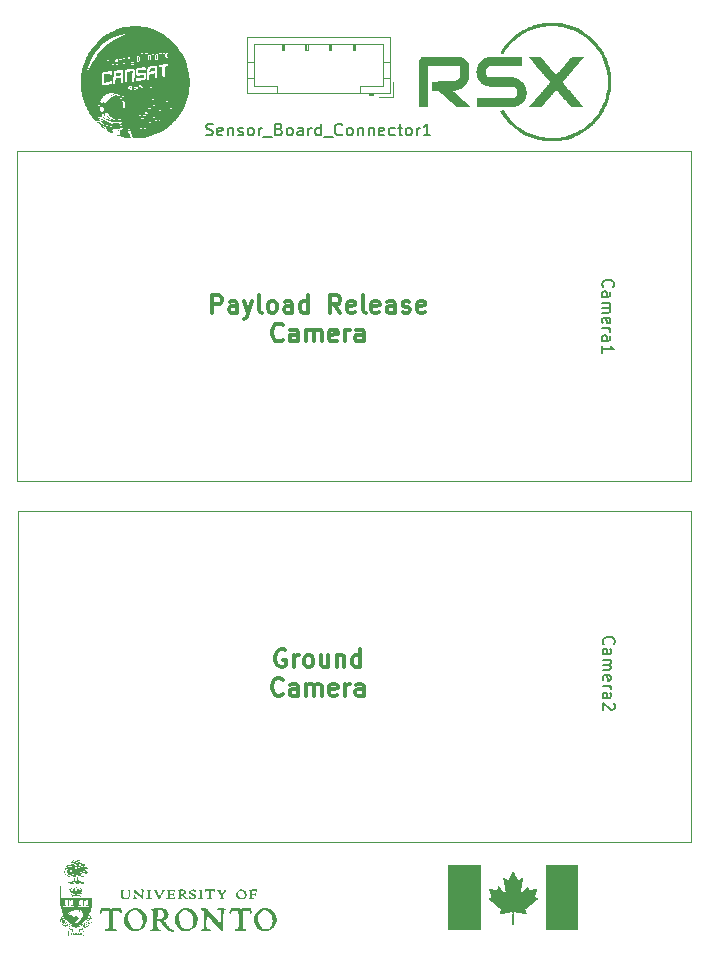
<source format=gbr>
%TF.GenerationSoftware,KiCad,Pcbnew,8.0.5*%
%TF.CreationDate,2025-03-06T00:50:31-05:00*%
%TF.ProjectId,CanSat_Camera_Board,43616e53-6174-45f4-9361-6d6572615f42,rev?*%
%TF.SameCoordinates,Original*%
%TF.FileFunction,Legend,Top*%
%TF.FilePolarity,Positive*%
%FSLAX46Y46*%
G04 Gerber Fmt 4.6, Leading zero omitted, Abs format (unit mm)*
G04 Created by KiCad (PCBNEW 8.0.5) date 2025-03-06 00:50:31*
%MOMM*%
%LPD*%
G01*
G04 APERTURE LIST*
%ADD10C,0.300000*%
%ADD11C,0.150000*%
%ADD12C,0.100000*%
%ADD13C,0.000000*%
%ADD14C,0.120000*%
G04 APERTURE END LIST*
D10*
X147214286Y-114042299D02*
X147071429Y-113970870D01*
X147071429Y-113970870D02*
X146857143Y-113970870D01*
X146857143Y-113970870D02*
X146642857Y-114042299D01*
X146642857Y-114042299D02*
X146500000Y-114185156D01*
X146500000Y-114185156D02*
X146428571Y-114328013D01*
X146428571Y-114328013D02*
X146357143Y-114613727D01*
X146357143Y-114613727D02*
X146357143Y-114828013D01*
X146357143Y-114828013D02*
X146428571Y-115113727D01*
X146428571Y-115113727D02*
X146500000Y-115256584D01*
X146500000Y-115256584D02*
X146642857Y-115399442D01*
X146642857Y-115399442D02*
X146857143Y-115470870D01*
X146857143Y-115470870D02*
X147000000Y-115470870D01*
X147000000Y-115470870D02*
X147214286Y-115399442D01*
X147214286Y-115399442D02*
X147285714Y-115328013D01*
X147285714Y-115328013D02*
X147285714Y-114828013D01*
X147285714Y-114828013D02*
X147000000Y-114828013D01*
X147928571Y-115470870D02*
X147928571Y-114470870D01*
X147928571Y-114756584D02*
X148000000Y-114613727D01*
X148000000Y-114613727D02*
X148071429Y-114542299D01*
X148071429Y-114542299D02*
X148214286Y-114470870D01*
X148214286Y-114470870D02*
X148357143Y-114470870D01*
X149071428Y-115470870D02*
X148928571Y-115399442D01*
X148928571Y-115399442D02*
X148857142Y-115328013D01*
X148857142Y-115328013D02*
X148785714Y-115185156D01*
X148785714Y-115185156D02*
X148785714Y-114756584D01*
X148785714Y-114756584D02*
X148857142Y-114613727D01*
X148857142Y-114613727D02*
X148928571Y-114542299D01*
X148928571Y-114542299D02*
X149071428Y-114470870D01*
X149071428Y-114470870D02*
X149285714Y-114470870D01*
X149285714Y-114470870D02*
X149428571Y-114542299D01*
X149428571Y-114542299D02*
X149500000Y-114613727D01*
X149500000Y-114613727D02*
X149571428Y-114756584D01*
X149571428Y-114756584D02*
X149571428Y-115185156D01*
X149571428Y-115185156D02*
X149500000Y-115328013D01*
X149500000Y-115328013D02*
X149428571Y-115399442D01*
X149428571Y-115399442D02*
X149285714Y-115470870D01*
X149285714Y-115470870D02*
X149071428Y-115470870D01*
X150857143Y-114470870D02*
X150857143Y-115470870D01*
X150214285Y-114470870D02*
X150214285Y-115256584D01*
X150214285Y-115256584D02*
X150285714Y-115399442D01*
X150285714Y-115399442D02*
X150428571Y-115470870D01*
X150428571Y-115470870D02*
X150642857Y-115470870D01*
X150642857Y-115470870D02*
X150785714Y-115399442D01*
X150785714Y-115399442D02*
X150857143Y-115328013D01*
X151571428Y-114470870D02*
X151571428Y-115470870D01*
X151571428Y-114613727D02*
X151642857Y-114542299D01*
X151642857Y-114542299D02*
X151785714Y-114470870D01*
X151785714Y-114470870D02*
X152000000Y-114470870D01*
X152000000Y-114470870D02*
X152142857Y-114542299D01*
X152142857Y-114542299D02*
X152214286Y-114685156D01*
X152214286Y-114685156D02*
X152214286Y-115470870D01*
X153571429Y-115470870D02*
X153571429Y-113970870D01*
X153571429Y-115399442D02*
X153428571Y-115470870D01*
X153428571Y-115470870D02*
X153142857Y-115470870D01*
X153142857Y-115470870D02*
X153000000Y-115399442D01*
X153000000Y-115399442D02*
X152928571Y-115328013D01*
X152928571Y-115328013D02*
X152857143Y-115185156D01*
X152857143Y-115185156D02*
X152857143Y-114756584D01*
X152857143Y-114756584D02*
X152928571Y-114613727D01*
X152928571Y-114613727D02*
X153000000Y-114542299D01*
X153000000Y-114542299D02*
X153142857Y-114470870D01*
X153142857Y-114470870D02*
X153428571Y-114470870D01*
X153428571Y-114470870D02*
X153571429Y-114542299D01*
X147000000Y-117742929D02*
X146928572Y-117814358D01*
X146928572Y-117814358D02*
X146714286Y-117885786D01*
X146714286Y-117885786D02*
X146571429Y-117885786D01*
X146571429Y-117885786D02*
X146357143Y-117814358D01*
X146357143Y-117814358D02*
X146214286Y-117671500D01*
X146214286Y-117671500D02*
X146142857Y-117528643D01*
X146142857Y-117528643D02*
X146071429Y-117242929D01*
X146071429Y-117242929D02*
X146071429Y-117028643D01*
X146071429Y-117028643D02*
X146142857Y-116742929D01*
X146142857Y-116742929D02*
X146214286Y-116600072D01*
X146214286Y-116600072D02*
X146357143Y-116457215D01*
X146357143Y-116457215D02*
X146571429Y-116385786D01*
X146571429Y-116385786D02*
X146714286Y-116385786D01*
X146714286Y-116385786D02*
X146928572Y-116457215D01*
X146928572Y-116457215D02*
X147000000Y-116528643D01*
X148285715Y-117885786D02*
X148285715Y-117100072D01*
X148285715Y-117100072D02*
X148214286Y-116957215D01*
X148214286Y-116957215D02*
X148071429Y-116885786D01*
X148071429Y-116885786D02*
X147785715Y-116885786D01*
X147785715Y-116885786D02*
X147642857Y-116957215D01*
X148285715Y-117814358D02*
X148142857Y-117885786D01*
X148142857Y-117885786D02*
X147785715Y-117885786D01*
X147785715Y-117885786D02*
X147642857Y-117814358D01*
X147642857Y-117814358D02*
X147571429Y-117671500D01*
X147571429Y-117671500D02*
X147571429Y-117528643D01*
X147571429Y-117528643D02*
X147642857Y-117385786D01*
X147642857Y-117385786D02*
X147785715Y-117314358D01*
X147785715Y-117314358D02*
X148142857Y-117314358D01*
X148142857Y-117314358D02*
X148285715Y-117242929D01*
X149000000Y-117885786D02*
X149000000Y-116885786D01*
X149000000Y-117028643D02*
X149071429Y-116957215D01*
X149071429Y-116957215D02*
X149214286Y-116885786D01*
X149214286Y-116885786D02*
X149428572Y-116885786D01*
X149428572Y-116885786D02*
X149571429Y-116957215D01*
X149571429Y-116957215D02*
X149642858Y-117100072D01*
X149642858Y-117100072D02*
X149642858Y-117885786D01*
X149642858Y-117100072D02*
X149714286Y-116957215D01*
X149714286Y-116957215D02*
X149857143Y-116885786D01*
X149857143Y-116885786D02*
X150071429Y-116885786D01*
X150071429Y-116885786D02*
X150214286Y-116957215D01*
X150214286Y-116957215D02*
X150285715Y-117100072D01*
X150285715Y-117100072D02*
X150285715Y-117885786D01*
X151571429Y-117814358D02*
X151428572Y-117885786D01*
X151428572Y-117885786D02*
X151142858Y-117885786D01*
X151142858Y-117885786D02*
X151000000Y-117814358D01*
X151000000Y-117814358D02*
X150928572Y-117671500D01*
X150928572Y-117671500D02*
X150928572Y-117100072D01*
X150928572Y-117100072D02*
X151000000Y-116957215D01*
X151000000Y-116957215D02*
X151142858Y-116885786D01*
X151142858Y-116885786D02*
X151428572Y-116885786D01*
X151428572Y-116885786D02*
X151571429Y-116957215D01*
X151571429Y-116957215D02*
X151642858Y-117100072D01*
X151642858Y-117100072D02*
X151642858Y-117242929D01*
X151642858Y-117242929D02*
X150928572Y-117385786D01*
X152285714Y-117885786D02*
X152285714Y-116885786D01*
X152285714Y-117171500D02*
X152357143Y-117028643D01*
X152357143Y-117028643D02*
X152428572Y-116957215D01*
X152428572Y-116957215D02*
X152571429Y-116885786D01*
X152571429Y-116885786D02*
X152714286Y-116885786D01*
X153857143Y-117885786D02*
X153857143Y-117100072D01*
X153857143Y-117100072D02*
X153785714Y-116957215D01*
X153785714Y-116957215D02*
X153642857Y-116885786D01*
X153642857Y-116885786D02*
X153357143Y-116885786D01*
X153357143Y-116885786D02*
X153214285Y-116957215D01*
X153857143Y-117814358D02*
X153714285Y-117885786D01*
X153714285Y-117885786D02*
X153357143Y-117885786D01*
X153357143Y-117885786D02*
X153214285Y-117814358D01*
X153214285Y-117814358D02*
X153142857Y-117671500D01*
X153142857Y-117671500D02*
X153142857Y-117528643D01*
X153142857Y-117528643D02*
X153214285Y-117385786D01*
X153214285Y-117385786D02*
X153357143Y-117314358D01*
X153357143Y-117314358D02*
X153714285Y-117314358D01*
X153714285Y-117314358D02*
X153857143Y-117242929D01*
X141000000Y-85470870D02*
X141000000Y-83970870D01*
X141000000Y-83970870D02*
X141571429Y-83970870D01*
X141571429Y-83970870D02*
X141714286Y-84042299D01*
X141714286Y-84042299D02*
X141785715Y-84113727D01*
X141785715Y-84113727D02*
X141857143Y-84256584D01*
X141857143Y-84256584D02*
X141857143Y-84470870D01*
X141857143Y-84470870D02*
X141785715Y-84613727D01*
X141785715Y-84613727D02*
X141714286Y-84685156D01*
X141714286Y-84685156D02*
X141571429Y-84756584D01*
X141571429Y-84756584D02*
X141000000Y-84756584D01*
X143142858Y-85470870D02*
X143142858Y-84685156D01*
X143142858Y-84685156D02*
X143071429Y-84542299D01*
X143071429Y-84542299D02*
X142928572Y-84470870D01*
X142928572Y-84470870D02*
X142642858Y-84470870D01*
X142642858Y-84470870D02*
X142500000Y-84542299D01*
X143142858Y-85399442D02*
X143000000Y-85470870D01*
X143000000Y-85470870D02*
X142642858Y-85470870D01*
X142642858Y-85470870D02*
X142500000Y-85399442D01*
X142500000Y-85399442D02*
X142428572Y-85256584D01*
X142428572Y-85256584D02*
X142428572Y-85113727D01*
X142428572Y-85113727D02*
X142500000Y-84970870D01*
X142500000Y-84970870D02*
X142642858Y-84899442D01*
X142642858Y-84899442D02*
X143000000Y-84899442D01*
X143000000Y-84899442D02*
X143142858Y-84828013D01*
X143714286Y-84470870D02*
X144071429Y-85470870D01*
X144428572Y-84470870D02*
X144071429Y-85470870D01*
X144071429Y-85470870D02*
X143928572Y-85828013D01*
X143928572Y-85828013D02*
X143857143Y-85899442D01*
X143857143Y-85899442D02*
X143714286Y-85970870D01*
X145214286Y-85470870D02*
X145071429Y-85399442D01*
X145071429Y-85399442D02*
X145000000Y-85256584D01*
X145000000Y-85256584D02*
X145000000Y-83970870D01*
X146000000Y-85470870D02*
X145857143Y-85399442D01*
X145857143Y-85399442D02*
X145785714Y-85328013D01*
X145785714Y-85328013D02*
X145714286Y-85185156D01*
X145714286Y-85185156D02*
X145714286Y-84756584D01*
X145714286Y-84756584D02*
X145785714Y-84613727D01*
X145785714Y-84613727D02*
X145857143Y-84542299D01*
X145857143Y-84542299D02*
X146000000Y-84470870D01*
X146000000Y-84470870D02*
X146214286Y-84470870D01*
X146214286Y-84470870D02*
X146357143Y-84542299D01*
X146357143Y-84542299D02*
X146428572Y-84613727D01*
X146428572Y-84613727D02*
X146500000Y-84756584D01*
X146500000Y-84756584D02*
X146500000Y-85185156D01*
X146500000Y-85185156D02*
X146428572Y-85328013D01*
X146428572Y-85328013D02*
X146357143Y-85399442D01*
X146357143Y-85399442D02*
X146214286Y-85470870D01*
X146214286Y-85470870D02*
X146000000Y-85470870D01*
X147785715Y-85470870D02*
X147785715Y-84685156D01*
X147785715Y-84685156D02*
X147714286Y-84542299D01*
X147714286Y-84542299D02*
X147571429Y-84470870D01*
X147571429Y-84470870D02*
X147285715Y-84470870D01*
X147285715Y-84470870D02*
X147142857Y-84542299D01*
X147785715Y-85399442D02*
X147642857Y-85470870D01*
X147642857Y-85470870D02*
X147285715Y-85470870D01*
X147285715Y-85470870D02*
X147142857Y-85399442D01*
X147142857Y-85399442D02*
X147071429Y-85256584D01*
X147071429Y-85256584D02*
X147071429Y-85113727D01*
X147071429Y-85113727D02*
X147142857Y-84970870D01*
X147142857Y-84970870D02*
X147285715Y-84899442D01*
X147285715Y-84899442D02*
X147642857Y-84899442D01*
X147642857Y-84899442D02*
X147785715Y-84828013D01*
X149142858Y-85470870D02*
X149142858Y-83970870D01*
X149142858Y-85399442D02*
X149000000Y-85470870D01*
X149000000Y-85470870D02*
X148714286Y-85470870D01*
X148714286Y-85470870D02*
X148571429Y-85399442D01*
X148571429Y-85399442D02*
X148500000Y-85328013D01*
X148500000Y-85328013D02*
X148428572Y-85185156D01*
X148428572Y-85185156D02*
X148428572Y-84756584D01*
X148428572Y-84756584D02*
X148500000Y-84613727D01*
X148500000Y-84613727D02*
X148571429Y-84542299D01*
X148571429Y-84542299D02*
X148714286Y-84470870D01*
X148714286Y-84470870D02*
X149000000Y-84470870D01*
X149000000Y-84470870D02*
X149142858Y-84542299D01*
X151857143Y-85470870D02*
X151357143Y-84756584D01*
X151000000Y-85470870D02*
X151000000Y-83970870D01*
X151000000Y-83970870D02*
X151571429Y-83970870D01*
X151571429Y-83970870D02*
X151714286Y-84042299D01*
X151714286Y-84042299D02*
X151785715Y-84113727D01*
X151785715Y-84113727D02*
X151857143Y-84256584D01*
X151857143Y-84256584D02*
X151857143Y-84470870D01*
X151857143Y-84470870D02*
X151785715Y-84613727D01*
X151785715Y-84613727D02*
X151714286Y-84685156D01*
X151714286Y-84685156D02*
X151571429Y-84756584D01*
X151571429Y-84756584D02*
X151000000Y-84756584D01*
X153071429Y-85399442D02*
X152928572Y-85470870D01*
X152928572Y-85470870D02*
X152642858Y-85470870D01*
X152642858Y-85470870D02*
X152500000Y-85399442D01*
X152500000Y-85399442D02*
X152428572Y-85256584D01*
X152428572Y-85256584D02*
X152428572Y-84685156D01*
X152428572Y-84685156D02*
X152500000Y-84542299D01*
X152500000Y-84542299D02*
X152642858Y-84470870D01*
X152642858Y-84470870D02*
X152928572Y-84470870D01*
X152928572Y-84470870D02*
X153071429Y-84542299D01*
X153071429Y-84542299D02*
X153142858Y-84685156D01*
X153142858Y-84685156D02*
X153142858Y-84828013D01*
X153142858Y-84828013D02*
X152428572Y-84970870D01*
X154000000Y-85470870D02*
X153857143Y-85399442D01*
X153857143Y-85399442D02*
X153785714Y-85256584D01*
X153785714Y-85256584D02*
X153785714Y-83970870D01*
X155142857Y-85399442D02*
X155000000Y-85470870D01*
X155000000Y-85470870D02*
X154714286Y-85470870D01*
X154714286Y-85470870D02*
X154571428Y-85399442D01*
X154571428Y-85399442D02*
X154500000Y-85256584D01*
X154500000Y-85256584D02*
X154500000Y-84685156D01*
X154500000Y-84685156D02*
X154571428Y-84542299D01*
X154571428Y-84542299D02*
X154714286Y-84470870D01*
X154714286Y-84470870D02*
X155000000Y-84470870D01*
X155000000Y-84470870D02*
X155142857Y-84542299D01*
X155142857Y-84542299D02*
X155214286Y-84685156D01*
X155214286Y-84685156D02*
X155214286Y-84828013D01*
X155214286Y-84828013D02*
X154500000Y-84970870D01*
X156500000Y-85470870D02*
X156500000Y-84685156D01*
X156500000Y-84685156D02*
X156428571Y-84542299D01*
X156428571Y-84542299D02*
X156285714Y-84470870D01*
X156285714Y-84470870D02*
X156000000Y-84470870D01*
X156000000Y-84470870D02*
X155857142Y-84542299D01*
X156500000Y-85399442D02*
X156357142Y-85470870D01*
X156357142Y-85470870D02*
X156000000Y-85470870D01*
X156000000Y-85470870D02*
X155857142Y-85399442D01*
X155857142Y-85399442D02*
X155785714Y-85256584D01*
X155785714Y-85256584D02*
X155785714Y-85113727D01*
X155785714Y-85113727D02*
X155857142Y-84970870D01*
X155857142Y-84970870D02*
X156000000Y-84899442D01*
X156000000Y-84899442D02*
X156357142Y-84899442D01*
X156357142Y-84899442D02*
X156500000Y-84828013D01*
X157142857Y-85399442D02*
X157285714Y-85470870D01*
X157285714Y-85470870D02*
X157571428Y-85470870D01*
X157571428Y-85470870D02*
X157714285Y-85399442D01*
X157714285Y-85399442D02*
X157785714Y-85256584D01*
X157785714Y-85256584D02*
X157785714Y-85185156D01*
X157785714Y-85185156D02*
X157714285Y-85042299D01*
X157714285Y-85042299D02*
X157571428Y-84970870D01*
X157571428Y-84970870D02*
X157357143Y-84970870D01*
X157357143Y-84970870D02*
X157214285Y-84899442D01*
X157214285Y-84899442D02*
X157142857Y-84756584D01*
X157142857Y-84756584D02*
X157142857Y-84685156D01*
X157142857Y-84685156D02*
X157214285Y-84542299D01*
X157214285Y-84542299D02*
X157357143Y-84470870D01*
X157357143Y-84470870D02*
X157571428Y-84470870D01*
X157571428Y-84470870D02*
X157714285Y-84542299D01*
X159000000Y-85399442D02*
X158857143Y-85470870D01*
X158857143Y-85470870D02*
X158571429Y-85470870D01*
X158571429Y-85470870D02*
X158428571Y-85399442D01*
X158428571Y-85399442D02*
X158357143Y-85256584D01*
X158357143Y-85256584D02*
X158357143Y-84685156D01*
X158357143Y-84685156D02*
X158428571Y-84542299D01*
X158428571Y-84542299D02*
X158571429Y-84470870D01*
X158571429Y-84470870D02*
X158857143Y-84470870D01*
X158857143Y-84470870D02*
X159000000Y-84542299D01*
X159000000Y-84542299D02*
X159071429Y-84685156D01*
X159071429Y-84685156D02*
X159071429Y-84828013D01*
X159071429Y-84828013D02*
X158357143Y-84970870D01*
X147000000Y-87742929D02*
X146928572Y-87814358D01*
X146928572Y-87814358D02*
X146714286Y-87885786D01*
X146714286Y-87885786D02*
X146571429Y-87885786D01*
X146571429Y-87885786D02*
X146357143Y-87814358D01*
X146357143Y-87814358D02*
X146214286Y-87671500D01*
X146214286Y-87671500D02*
X146142857Y-87528643D01*
X146142857Y-87528643D02*
X146071429Y-87242929D01*
X146071429Y-87242929D02*
X146071429Y-87028643D01*
X146071429Y-87028643D02*
X146142857Y-86742929D01*
X146142857Y-86742929D02*
X146214286Y-86600072D01*
X146214286Y-86600072D02*
X146357143Y-86457215D01*
X146357143Y-86457215D02*
X146571429Y-86385786D01*
X146571429Y-86385786D02*
X146714286Y-86385786D01*
X146714286Y-86385786D02*
X146928572Y-86457215D01*
X146928572Y-86457215D02*
X147000000Y-86528643D01*
X148285715Y-87885786D02*
X148285715Y-87100072D01*
X148285715Y-87100072D02*
X148214286Y-86957215D01*
X148214286Y-86957215D02*
X148071429Y-86885786D01*
X148071429Y-86885786D02*
X147785715Y-86885786D01*
X147785715Y-86885786D02*
X147642857Y-86957215D01*
X148285715Y-87814358D02*
X148142857Y-87885786D01*
X148142857Y-87885786D02*
X147785715Y-87885786D01*
X147785715Y-87885786D02*
X147642857Y-87814358D01*
X147642857Y-87814358D02*
X147571429Y-87671500D01*
X147571429Y-87671500D02*
X147571429Y-87528643D01*
X147571429Y-87528643D02*
X147642857Y-87385786D01*
X147642857Y-87385786D02*
X147785715Y-87314358D01*
X147785715Y-87314358D02*
X148142857Y-87314358D01*
X148142857Y-87314358D02*
X148285715Y-87242929D01*
X149000000Y-87885786D02*
X149000000Y-86885786D01*
X149000000Y-87028643D02*
X149071429Y-86957215D01*
X149071429Y-86957215D02*
X149214286Y-86885786D01*
X149214286Y-86885786D02*
X149428572Y-86885786D01*
X149428572Y-86885786D02*
X149571429Y-86957215D01*
X149571429Y-86957215D02*
X149642858Y-87100072D01*
X149642858Y-87100072D02*
X149642858Y-87885786D01*
X149642858Y-87100072D02*
X149714286Y-86957215D01*
X149714286Y-86957215D02*
X149857143Y-86885786D01*
X149857143Y-86885786D02*
X150071429Y-86885786D01*
X150071429Y-86885786D02*
X150214286Y-86957215D01*
X150214286Y-86957215D02*
X150285715Y-87100072D01*
X150285715Y-87100072D02*
X150285715Y-87885786D01*
X151571429Y-87814358D02*
X151428572Y-87885786D01*
X151428572Y-87885786D02*
X151142858Y-87885786D01*
X151142858Y-87885786D02*
X151000000Y-87814358D01*
X151000000Y-87814358D02*
X150928572Y-87671500D01*
X150928572Y-87671500D02*
X150928572Y-87100072D01*
X150928572Y-87100072D02*
X151000000Y-86957215D01*
X151000000Y-86957215D02*
X151142858Y-86885786D01*
X151142858Y-86885786D02*
X151428572Y-86885786D01*
X151428572Y-86885786D02*
X151571429Y-86957215D01*
X151571429Y-86957215D02*
X151642858Y-87100072D01*
X151642858Y-87100072D02*
X151642858Y-87242929D01*
X151642858Y-87242929D02*
X150928572Y-87385786D01*
X152285714Y-87885786D02*
X152285714Y-86885786D01*
X152285714Y-87171500D02*
X152357143Y-87028643D01*
X152357143Y-87028643D02*
X152428572Y-86957215D01*
X152428572Y-86957215D02*
X152571429Y-86885786D01*
X152571429Y-86885786D02*
X152714286Y-86885786D01*
X153857143Y-87885786D02*
X153857143Y-87100072D01*
X153857143Y-87100072D02*
X153785714Y-86957215D01*
X153785714Y-86957215D02*
X153642857Y-86885786D01*
X153642857Y-86885786D02*
X153357143Y-86885786D01*
X153357143Y-86885786D02*
X153214285Y-86957215D01*
X153857143Y-87814358D02*
X153714285Y-87885786D01*
X153714285Y-87885786D02*
X153357143Y-87885786D01*
X153357143Y-87885786D02*
X153214285Y-87814358D01*
X153214285Y-87814358D02*
X153142857Y-87671500D01*
X153142857Y-87671500D02*
X153142857Y-87528643D01*
X153142857Y-87528643D02*
X153214285Y-87385786D01*
X153214285Y-87385786D02*
X153357143Y-87314358D01*
X153357143Y-87314358D02*
X153714285Y-87314358D01*
X153714285Y-87314358D02*
X153857143Y-87242929D01*
D11*
X174190419Y-113523809D02*
X174142800Y-113476190D01*
X174142800Y-113476190D02*
X174095180Y-113333333D01*
X174095180Y-113333333D02*
X174095180Y-113238095D01*
X174095180Y-113238095D02*
X174142800Y-113095238D01*
X174142800Y-113095238D02*
X174238038Y-113000000D01*
X174238038Y-113000000D02*
X174333276Y-112952381D01*
X174333276Y-112952381D02*
X174523752Y-112904762D01*
X174523752Y-112904762D02*
X174666609Y-112904762D01*
X174666609Y-112904762D02*
X174857085Y-112952381D01*
X174857085Y-112952381D02*
X174952323Y-113000000D01*
X174952323Y-113000000D02*
X175047561Y-113095238D01*
X175047561Y-113095238D02*
X175095180Y-113238095D01*
X175095180Y-113238095D02*
X175095180Y-113333333D01*
X175095180Y-113333333D02*
X175047561Y-113476190D01*
X175047561Y-113476190D02*
X174999942Y-113523809D01*
X174095180Y-114380952D02*
X174618990Y-114380952D01*
X174618990Y-114380952D02*
X174714228Y-114333333D01*
X174714228Y-114333333D02*
X174761847Y-114238095D01*
X174761847Y-114238095D02*
X174761847Y-114047619D01*
X174761847Y-114047619D02*
X174714228Y-113952381D01*
X174142800Y-114380952D02*
X174095180Y-114285714D01*
X174095180Y-114285714D02*
X174095180Y-114047619D01*
X174095180Y-114047619D02*
X174142800Y-113952381D01*
X174142800Y-113952381D02*
X174238038Y-113904762D01*
X174238038Y-113904762D02*
X174333276Y-113904762D01*
X174333276Y-113904762D02*
X174428514Y-113952381D01*
X174428514Y-113952381D02*
X174476133Y-114047619D01*
X174476133Y-114047619D02*
X174476133Y-114285714D01*
X174476133Y-114285714D02*
X174523752Y-114380952D01*
X174095180Y-114857143D02*
X174761847Y-114857143D01*
X174666609Y-114857143D02*
X174714228Y-114904762D01*
X174714228Y-114904762D02*
X174761847Y-115000000D01*
X174761847Y-115000000D02*
X174761847Y-115142857D01*
X174761847Y-115142857D02*
X174714228Y-115238095D01*
X174714228Y-115238095D02*
X174618990Y-115285714D01*
X174618990Y-115285714D02*
X174095180Y-115285714D01*
X174618990Y-115285714D02*
X174714228Y-115333333D01*
X174714228Y-115333333D02*
X174761847Y-115428571D01*
X174761847Y-115428571D02*
X174761847Y-115571428D01*
X174761847Y-115571428D02*
X174714228Y-115666667D01*
X174714228Y-115666667D02*
X174618990Y-115714286D01*
X174618990Y-115714286D02*
X174095180Y-115714286D01*
X174142800Y-116571428D02*
X174095180Y-116476190D01*
X174095180Y-116476190D02*
X174095180Y-116285714D01*
X174095180Y-116285714D02*
X174142800Y-116190476D01*
X174142800Y-116190476D02*
X174238038Y-116142857D01*
X174238038Y-116142857D02*
X174618990Y-116142857D01*
X174618990Y-116142857D02*
X174714228Y-116190476D01*
X174714228Y-116190476D02*
X174761847Y-116285714D01*
X174761847Y-116285714D02*
X174761847Y-116476190D01*
X174761847Y-116476190D02*
X174714228Y-116571428D01*
X174714228Y-116571428D02*
X174618990Y-116619047D01*
X174618990Y-116619047D02*
X174523752Y-116619047D01*
X174523752Y-116619047D02*
X174428514Y-116142857D01*
X174095180Y-117047619D02*
X174761847Y-117047619D01*
X174571371Y-117047619D02*
X174666609Y-117095238D01*
X174666609Y-117095238D02*
X174714228Y-117142857D01*
X174714228Y-117142857D02*
X174761847Y-117238095D01*
X174761847Y-117238095D02*
X174761847Y-117333333D01*
X174095180Y-118095238D02*
X174618990Y-118095238D01*
X174618990Y-118095238D02*
X174714228Y-118047619D01*
X174714228Y-118047619D02*
X174761847Y-117952381D01*
X174761847Y-117952381D02*
X174761847Y-117761905D01*
X174761847Y-117761905D02*
X174714228Y-117666667D01*
X174142800Y-118095238D02*
X174095180Y-118000000D01*
X174095180Y-118000000D02*
X174095180Y-117761905D01*
X174095180Y-117761905D02*
X174142800Y-117666667D01*
X174142800Y-117666667D02*
X174238038Y-117619048D01*
X174238038Y-117619048D02*
X174333276Y-117619048D01*
X174333276Y-117619048D02*
X174428514Y-117666667D01*
X174428514Y-117666667D02*
X174476133Y-117761905D01*
X174476133Y-117761905D02*
X174476133Y-118000000D01*
X174476133Y-118000000D02*
X174523752Y-118095238D01*
X174999942Y-118523810D02*
X175047561Y-118571429D01*
X175047561Y-118571429D02*
X175095180Y-118666667D01*
X175095180Y-118666667D02*
X175095180Y-118904762D01*
X175095180Y-118904762D02*
X175047561Y-119000000D01*
X175047561Y-119000000D02*
X174999942Y-119047619D01*
X174999942Y-119047619D02*
X174904704Y-119095238D01*
X174904704Y-119095238D02*
X174809466Y-119095238D01*
X174809466Y-119095238D02*
X174666609Y-119047619D01*
X174666609Y-119047619D02*
X174095180Y-118476191D01*
X174095180Y-118476191D02*
X174095180Y-119095238D01*
X174140419Y-83273809D02*
X174092800Y-83226190D01*
X174092800Y-83226190D02*
X174045180Y-83083333D01*
X174045180Y-83083333D02*
X174045180Y-82988095D01*
X174045180Y-82988095D02*
X174092800Y-82845238D01*
X174092800Y-82845238D02*
X174188038Y-82750000D01*
X174188038Y-82750000D02*
X174283276Y-82702381D01*
X174283276Y-82702381D02*
X174473752Y-82654762D01*
X174473752Y-82654762D02*
X174616609Y-82654762D01*
X174616609Y-82654762D02*
X174807085Y-82702381D01*
X174807085Y-82702381D02*
X174902323Y-82750000D01*
X174902323Y-82750000D02*
X174997561Y-82845238D01*
X174997561Y-82845238D02*
X175045180Y-82988095D01*
X175045180Y-82988095D02*
X175045180Y-83083333D01*
X175045180Y-83083333D02*
X174997561Y-83226190D01*
X174997561Y-83226190D02*
X174949942Y-83273809D01*
X174045180Y-84130952D02*
X174568990Y-84130952D01*
X174568990Y-84130952D02*
X174664228Y-84083333D01*
X174664228Y-84083333D02*
X174711847Y-83988095D01*
X174711847Y-83988095D02*
X174711847Y-83797619D01*
X174711847Y-83797619D02*
X174664228Y-83702381D01*
X174092800Y-84130952D02*
X174045180Y-84035714D01*
X174045180Y-84035714D02*
X174045180Y-83797619D01*
X174045180Y-83797619D02*
X174092800Y-83702381D01*
X174092800Y-83702381D02*
X174188038Y-83654762D01*
X174188038Y-83654762D02*
X174283276Y-83654762D01*
X174283276Y-83654762D02*
X174378514Y-83702381D01*
X174378514Y-83702381D02*
X174426133Y-83797619D01*
X174426133Y-83797619D02*
X174426133Y-84035714D01*
X174426133Y-84035714D02*
X174473752Y-84130952D01*
X174045180Y-84607143D02*
X174711847Y-84607143D01*
X174616609Y-84607143D02*
X174664228Y-84654762D01*
X174664228Y-84654762D02*
X174711847Y-84750000D01*
X174711847Y-84750000D02*
X174711847Y-84892857D01*
X174711847Y-84892857D02*
X174664228Y-84988095D01*
X174664228Y-84988095D02*
X174568990Y-85035714D01*
X174568990Y-85035714D02*
X174045180Y-85035714D01*
X174568990Y-85035714D02*
X174664228Y-85083333D01*
X174664228Y-85083333D02*
X174711847Y-85178571D01*
X174711847Y-85178571D02*
X174711847Y-85321428D01*
X174711847Y-85321428D02*
X174664228Y-85416667D01*
X174664228Y-85416667D02*
X174568990Y-85464286D01*
X174568990Y-85464286D02*
X174045180Y-85464286D01*
X174092800Y-86321428D02*
X174045180Y-86226190D01*
X174045180Y-86226190D02*
X174045180Y-86035714D01*
X174045180Y-86035714D02*
X174092800Y-85940476D01*
X174092800Y-85940476D02*
X174188038Y-85892857D01*
X174188038Y-85892857D02*
X174568990Y-85892857D01*
X174568990Y-85892857D02*
X174664228Y-85940476D01*
X174664228Y-85940476D02*
X174711847Y-86035714D01*
X174711847Y-86035714D02*
X174711847Y-86226190D01*
X174711847Y-86226190D02*
X174664228Y-86321428D01*
X174664228Y-86321428D02*
X174568990Y-86369047D01*
X174568990Y-86369047D02*
X174473752Y-86369047D01*
X174473752Y-86369047D02*
X174378514Y-85892857D01*
X174045180Y-86797619D02*
X174711847Y-86797619D01*
X174521371Y-86797619D02*
X174616609Y-86845238D01*
X174616609Y-86845238D02*
X174664228Y-86892857D01*
X174664228Y-86892857D02*
X174711847Y-86988095D01*
X174711847Y-86988095D02*
X174711847Y-87083333D01*
X174045180Y-87845238D02*
X174568990Y-87845238D01*
X174568990Y-87845238D02*
X174664228Y-87797619D01*
X174664228Y-87797619D02*
X174711847Y-87702381D01*
X174711847Y-87702381D02*
X174711847Y-87511905D01*
X174711847Y-87511905D02*
X174664228Y-87416667D01*
X174092800Y-87845238D02*
X174045180Y-87750000D01*
X174045180Y-87750000D02*
X174045180Y-87511905D01*
X174045180Y-87511905D02*
X174092800Y-87416667D01*
X174092800Y-87416667D02*
X174188038Y-87369048D01*
X174188038Y-87369048D02*
X174283276Y-87369048D01*
X174283276Y-87369048D02*
X174378514Y-87416667D01*
X174378514Y-87416667D02*
X174426133Y-87511905D01*
X174426133Y-87511905D02*
X174426133Y-87750000D01*
X174426133Y-87750000D02*
X174473752Y-87845238D01*
X174045180Y-88845238D02*
X174045180Y-88273810D01*
X174045180Y-88559524D02*
X175045180Y-88559524D01*
X175045180Y-88559524D02*
X174902323Y-88464286D01*
X174902323Y-88464286D02*
X174807085Y-88369048D01*
X174807085Y-88369048D02*
X174759466Y-88273810D01*
X140499998Y-70407200D02*
X140642855Y-70454819D01*
X140642855Y-70454819D02*
X140880950Y-70454819D01*
X140880950Y-70454819D02*
X140976188Y-70407200D01*
X140976188Y-70407200D02*
X141023807Y-70359580D01*
X141023807Y-70359580D02*
X141071426Y-70264342D01*
X141071426Y-70264342D02*
X141071426Y-70169104D01*
X141071426Y-70169104D02*
X141023807Y-70073866D01*
X141023807Y-70073866D02*
X140976188Y-70026247D01*
X140976188Y-70026247D02*
X140880950Y-69978628D01*
X140880950Y-69978628D02*
X140690474Y-69931009D01*
X140690474Y-69931009D02*
X140595236Y-69883390D01*
X140595236Y-69883390D02*
X140547617Y-69835771D01*
X140547617Y-69835771D02*
X140499998Y-69740533D01*
X140499998Y-69740533D02*
X140499998Y-69645295D01*
X140499998Y-69645295D02*
X140547617Y-69550057D01*
X140547617Y-69550057D02*
X140595236Y-69502438D01*
X140595236Y-69502438D02*
X140690474Y-69454819D01*
X140690474Y-69454819D02*
X140928569Y-69454819D01*
X140928569Y-69454819D02*
X141071426Y-69502438D01*
X141880950Y-70407200D02*
X141785712Y-70454819D01*
X141785712Y-70454819D02*
X141595236Y-70454819D01*
X141595236Y-70454819D02*
X141499998Y-70407200D01*
X141499998Y-70407200D02*
X141452379Y-70311961D01*
X141452379Y-70311961D02*
X141452379Y-69931009D01*
X141452379Y-69931009D02*
X141499998Y-69835771D01*
X141499998Y-69835771D02*
X141595236Y-69788152D01*
X141595236Y-69788152D02*
X141785712Y-69788152D01*
X141785712Y-69788152D02*
X141880950Y-69835771D01*
X141880950Y-69835771D02*
X141928569Y-69931009D01*
X141928569Y-69931009D02*
X141928569Y-70026247D01*
X141928569Y-70026247D02*
X141452379Y-70121485D01*
X142357141Y-69788152D02*
X142357141Y-70454819D01*
X142357141Y-69883390D02*
X142404760Y-69835771D01*
X142404760Y-69835771D02*
X142499998Y-69788152D01*
X142499998Y-69788152D02*
X142642855Y-69788152D01*
X142642855Y-69788152D02*
X142738093Y-69835771D01*
X142738093Y-69835771D02*
X142785712Y-69931009D01*
X142785712Y-69931009D02*
X142785712Y-70454819D01*
X143214284Y-70407200D02*
X143309522Y-70454819D01*
X143309522Y-70454819D02*
X143499998Y-70454819D01*
X143499998Y-70454819D02*
X143595236Y-70407200D01*
X143595236Y-70407200D02*
X143642855Y-70311961D01*
X143642855Y-70311961D02*
X143642855Y-70264342D01*
X143642855Y-70264342D02*
X143595236Y-70169104D01*
X143595236Y-70169104D02*
X143499998Y-70121485D01*
X143499998Y-70121485D02*
X143357141Y-70121485D01*
X143357141Y-70121485D02*
X143261903Y-70073866D01*
X143261903Y-70073866D02*
X143214284Y-69978628D01*
X143214284Y-69978628D02*
X143214284Y-69931009D01*
X143214284Y-69931009D02*
X143261903Y-69835771D01*
X143261903Y-69835771D02*
X143357141Y-69788152D01*
X143357141Y-69788152D02*
X143499998Y-69788152D01*
X143499998Y-69788152D02*
X143595236Y-69835771D01*
X144214284Y-70454819D02*
X144119046Y-70407200D01*
X144119046Y-70407200D02*
X144071427Y-70359580D01*
X144071427Y-70359580D02*
X144023808Y-70264342D01*
X144023808Y-70264342D02*
X144023808Y-69978628D01*
X144023808Y-69978628D02*
X144071427Y-69883390D01*
X144071427Y-69883390D02*
X144119046Y-69835771D01*
X144119046Y-69835771D02*
X144214284Y-69788152D01*
X144214284Y-69788152D02*
X144357141Y-69788152D01*
X144357141Y-69788152D02*
X144452379Y-69835771D01*
X144452379Y-69835771D02*
X144499998Y-69883390D01*
X144499998Y-69883390D02*
X144547617Y-69978628D01*
X144547617Y-69978628D02*
X144547617Y-70264342D01*
X144547617Y-70264342D02*
X144499998Y-70359580D01*
X144499998Y-70359580D02*
X144452379Y-70407200D01*
X144452379Y-70407200D02*
X144357141Y-70454819D01*
X144357141Y-70454819D02*
X144214284Y-70454819D01*
X144976189Y-70454819D02*
X144976189Y-69788152D01*
X144976189Y-69978628D02*
X145023808Y-69883390D01*
X145023808Y-69883390D02*
X145071427Y-69835771D01*
X145071427Y-69835771D02*
X145166665Y-69788152D01*
X145166665Y-69788152D02*
X145261903Y-69788152D01*
X145357142Y-70550057D02*
X146119046Y-70550057D01*
X146690475Y-69931009D02*
X146833332Y-69978628D01*
X146833332Y-69978628D02*
X146880951Y-70026247D01*
X146880951Y-70026247D02*
X146928570Y-70121485D01*
X146928570Y-70121485D02*
X146928570Y-70264342D01*
X146928570Y-70264342D02*
X146880951Y-70359580D01*
X146880951Y-70359580D02*
X146833332Y-70407200D01*
X146833332Y-70407200D02*
X146738094Y-70454819D01*
X146738094Y-70454819D02*
X146357142Y-70454819D01*
X146357142Y-70454819D02*
X146357142Y-69454819D01*
X146357142Y-69454819D02*
X146690475Y-69454819D01*
X146690475Y-69454819D02*
X146785713Y-69502438D01*
X146785713Y-69502438D02*
X146833332Y-69550057D01*
X146833332Y-69550057D02*
X146880951Y-69645295D01*
X146880951Y-69645295D02*
X146880951Y-69740533D01*
X146880951Y-69740533D02*
X146833332Y-69835771D01*
X146833332Y-69835771D02*
X146785713Y-69883390D01*
X146785713Y-69883390D02*
X146690475Y-69931009D01*
X146690475Y-69931009D02*
X146357142Y-69931009D01*
X147499999Y-70454819D02*
X147404761Y-70407200D01*
X147404761Y-70407200D02*
X147357142Y-70359580D01*
X147357142Y-70359580D02*
X147309523Y-70264342D01*
X147309523Y-70264342D02*
X147309523Y-69978628D01*
X147309523Y-69978628D02*
X147357142Y-69883390D01*
X147357142Y-69883390D02*
X147404761Y-69835771D01*
X147404761Y-69835771D02*
X147499999Y-69788152D01*
X147499999Y-69788152D02*
X147642856Y-69788152D01*
X147642856Y-69788152D02*
X147738094Y-69835771D01*
X147738094Y-69835771D02*
X147785713Y-69883390D01*
X147785713Y-69883390D02*
X147833332Y-69978628D01*
X147833332Y-69978628D02*
X147833332Y-70264342D01*
X147833332Y-70264342D02*
X147785713Y-70359580D01*
X147785713Y-70359580D02*
X147738094Y-70407200D01*
X147738094Y-70407200D02*
X147642856Y-70454819D01*
X147642856Y-70454819D02*
X147499999Y-70454819D01*
X148690475Y-70454819D02*
X148690475Y-69931009D01*
X148690475Y-69931009D02*
X148642856Y-69835771D01*
X148642856Y-69835771D02*
X148547618Y-69788152D01*
X148547618Y-69788152D02*
X148357142Y-69788152D01*
X148357142Y-69788152D02*
X148261904Y-69835771D01*
X148690475Y-70407200D02*
X148595237Y-70454819D01*
X148595237Y-70454819D02*
X148357142Y-70454819D01*
X148357142Y-70454819D02*
X148261904Y-70407200D01*
X148261904Y-70407200D02*
X148214285Y-70311961D01*
X148214285Y-70311961D02*
X148214285Y-70216723D01*
X148214285Y-70216723D02*
X148261904Y-70121485D01*
X148261904Y-70121485D02*
X148357142Y-70073866D01*
X148357142Y-70073866D02*
X148595237Y-70073866D01*
X148595237Y-70073866D02*
X148690475Y-70026247D01*
X149166666Y-70454819D02*
X149166666Y-69788152D01*
X149166666Y-69978628D02*
X149214285Y-69883390D01*
X149214285Y-69883390D02*
X149261904Y-69835771D01*
X149261904Y-69835771D02*
X149357142Y-69788152D01*
X149357142Y-69788152D02*
X149452380Y-69788152D01*
X150214285Y-70454819D02*
X150214285Y-69454819D01*
X150214285Y-70407200D02*
X150119047Y-70454819D01*
X150119047Y-70454819D02*
X149928571Y-70454819D01*
X149928571Y-70454819D02*
X149833333Y-70407200D01*
X149833333Y-70407200D02*
X149785714Y-70359580D01*
X149785714Y-70359580D02*
X149738095Y-70264342D01*
X149738095Y-70264342D02*
X149738095Y-69978628D01*
X149738095Y-69978628D02*
X149785714Y-69883390D01*
X149785714Y-69883390D02*
X149833333Y-69835771D01*
X149833333Y-69835771D02*
X149928571Y-69788152D01*
X149928571Y-69788152D02*
X150119047Y-69788152D01*
X150119047Y-69788152D02*
X150214285Y-69835771D01*
X150452381Y-70550057D02*
X151214285Y-70550057D01*
X152023809Y-70359580D02*
X151976190Y-70407200D01*
X151976190Y-70407200D02*
X151833333Y-70454819D01*
X151833333Y-70454819D02*
X151738095Y-70454819D01*
X151738095Y-70454819D02*
X151595238Y-70407200D01*
X151595238Y-70407200D02*
X151500000Y-70311961D01*
X151500000Y-70311961D02*
X151452381Y-70216723D01*
X151452381Y-70216723D02*
X151404762Y-70026247D01*
X151404762Y-70026247D02*
X151404762Y-69883390D01*
X151404762Y-69883390D02*
X151452381Y-69692914D01*
X151452381Y-69692914D02*
X151500000Y-69597676D01*
X151500000Y-69597676D02*
X151595238Y-69502438D01*
X151595238Y-69502438D02*
X151738095Y-69454819D01*
X151738095Y-69454819D02*
X151833333Y-69454819D01*
X151833333Y-69454819D02*
X151976190Y-69502438D01*
X151976190Y-69502438D02*
X152023809Y-69550057D01*
X152595238Y-70454819D02*
X152500000Y-70407200D01*
X152500000Y-70407200D02*
X152452381Y-70359580D01*
X152452381Y-70359580D02*
X152404762Y-70264342D01*
X152404762Y-70264342D02*
X152404762Y-69978628D01*
X152404762Y-69978628D02*
X152452381Y-69883390D01*
X152452381Y-69883390D02*
X152500000Y-69835771D01*
X152500000Y-69835771D02*
X152595238Y-69788152D01*
X152595238Y-69788152D02*
X152738095Y-69788152D01*
X152738095Y-69788152D02*
X152833333Y-69835771D01*
X152833333Y-69835771D02*
X152880952Y-69883390D01*
X152880952Y-69883390D02*
X152928571Y-69978628D01*
X152928571Y-69978628D02*
X152928571Y-70264342D01*
X152928571Y-70264342D02*
X152880952Y-70359580D01*
X152880952Y-70359580D02*
X152833333Y-70407200D01*
X152833333Y-70407200D02*
X152738095Y-70454819D01*
X152738095Y-70454819D02*
X152595238Y-70454819D01*
X153357143Y-69788152D02*
X153357143Y-70454819D01*
X153357143Y-69883390D02*
X153404762Y-69835771D01*
X153404762Y-69835771D02*
X153500000Y-69788152D01*
X153500000Y-69788152D02*
X153642857Y-69788152D01*
X153642857Y-69788152D02*
X153738095Y-69835771D01*
X153738095Y-69835771D02*
X153785714Y-69931009D01*
X153785714Y-69931009D02*
X153785714Y-70454819D01*
X154261905Y-69788152D02*
X154261905Y-70454819D01*
X154261905Y-69883390D02*
X154309524Y-69835771D01*
X154309524Y-69835771D02*
X154404762Y-69788152D01*
X154404762Y-69788152D02*
X154547619Y-69788152D01*
X154547619Y-69788152D02*
X154642857Y-69835771D01*
X154642857Y-69835771D02*
X154690476Y-69931009D01*
X154690476Y-69931009D02*
X154690476Y-70454819D01*
X155547619Y-70407200D02*
X155452381Y-70454819D01*
X155452381Y-70454819D02*
X155261905Y-70454819D01*
X155261905Y-70454819D02*
X155166667Y-70407200D01*
X155166667Y-70407200D02*
X155119048Y-70311961D01*
X155119048Y-70311961D02*
X155119048Y-69931009D01*
X155119048Y-69931009D02*
X155166667Y-69835771D01*
X155166667Y-69835771D02*
X155261905Y-69788152D01*
X155261905Y-69788152D02*
X155452381Y-69788152D01*
X155452381Y-69788152D02*
X155547619Y-69835771D01*
X155547619Y-69835771D02*
X155595238Y-69931009D01*
X155595238Y-69931009D02*
X155595238Y-70026247D01*
X155595238Y-70026247D02*
X155119048Y-70121485D01*
X156452381Y-70407200D02*
X156357143Y-70454819D01*
X156357143Y-70454819D02*
X156166667Y-70454819D01*
X156166667Y-70454819D02*
X156071429Y-70407200D01*
X156071429Y-70407200D02*
X156023810Y-70359580D01*
X156023810Y-70359580D02*
X155976191Y-70264342D01*
X155976191Y-70264342D02*
X155976191Y-69978628D01*
X155976191Y-69978628D02*
X156023810Y-69883390D01*
X156023810Y-69883390D02*
X156071429Y-69835771D01*
X156071429Y-69835771D02*
X156166667Y-69788152D01*
X156166667Y-69788152D02*
X156357143Y-69788152D01*
X156357143Y-69788152D02*
X156452381Y-69835771D01*
X156738096Y-69788152D02*
X157119048Y-69788152D01*
X156880953Y-69454819D02*
X156880953Y-70311961D01*
X156880953Y-70311961D02*
X156928572Y-70407200D01*
X156928572Y-70407200D02*
X157023810Y-70454819D01*
X157023810Y-70454819D02*
X157119048Y-70454819D01*
X157595239Y-70454819D02*
X157500001Y-70407200D01*
X157500001Y-70407200D02*
X157452382Y-70359580D01*
X157452382Y-70359580D02*
X157404763Y-70264342D01*
X157404763Y-70264342D02*
X157404763Y-69978628D01*
X157404763Y-69978628D02*
X157452382Y-69883390D01*
X157452382Y-69883390D02*
X157500001Y-69835771D01*
X157500001Y-69835771D02*
X157595239Y-69788152D01*
X157595239Y-69788152D02*
X157738096Y-69788152D01*
X157738096Y-69788152D02*
X157833334Y-69835771D01*
X157833334Y-69835771D02*
X157880953Y-69883390D01*
X157880953Y-69883390D02*
X157928572Y-69978628D01*
X157928572Y-69978628D02*
X157928572Y-70264342D01*
X157928572Y-70264342D02*
X157880953Y-70359580D01*
X157880953Y-70359580D02*
X157833334Y-70407200D01*
X157833334Y-70407200D02*
X157738096Y-70454819D01*
X157738096Y-70454819D02*
X157595239Y-70454819D01*
X158357144Y-70454819D02*
X158357144Y-69788152D01*
X158357144Y-69978628D02*
X158404763Y-69883390D01*
X158404763Y-69883390D02*
X158452382Y-69835771D01*
X158452382Y-69835771D02*
X158547620Y-69788152D01*
X158547620Y-69788152D02*
X158642858Y-69788152D01*
X159500001Y-70454819D02*
X158928573Y-70454819D01*
X159214287Y-70454819D02*
X159214287Y-69454819D01*
X159214287Y-69454819D02*
X159119049Y-69597676D01*
X159119049Y-69597676D02*
X159023811Y-69692914D01*
X159023811Y-69692914D02*
X158928573Y-69740533D01*
%TO.C,Camera2*%
D12*
X181550000Y-102250000D02*
X124550000Y-102250000D01*
X124550000Y-130250000D01*
X181550000Y-130250000D01*
X181550000Y-102250000D01*
D13*
%TO.C,G\u002A\u002A\u002A*%
G36*
X163749925Y-135000000D02*
G01*
X163749925Y-137750075D01*
X162374887Y-137750075D01*
X160999850Y-137750075D01*
X160999850Y-135000000D01*
X160999850Y-132249925D01*
X162374887Y-132249925D01*
X163749925Y-132249925D01*
X163749925Y-135000000D01*
G37*
G36*
X172000150Y-135000000D02*
G01*
X172000150Y-137750075D01*
X170625113Y-137750075D01*
X169250075Y-137750075D01*
X169250075Y-135000000D01*
X169250075Y-132249925D01*
X170625113Y-132249925D01*
X172000150Y-132249925D01*
X172000150Y-135000000D01*
G37*
G36*
X166502147Y-132711604D02*
G01*
X166507445Y-132721315D01*
X166515750Y-132736967D01*
X166526836Y-132758125D01*
X166540478Y-132784353D01*
X166556452Y-132815216D01*
X166574532Y-132850277D01*
X166594494Y-132889103D01*
X166616112Y-132931256D01*
X166639162Y-132976301D01*
X166663419Y-133023803D01*
X166688657Y-133073326D01*
X166692885Y-133081631D01*
X166718377Y-133131682D01*
X166742994Y-133179947D01*
X166766505Y-133225973D01*
X166788677Y-133269309D01*
X166809278Y-133309505D01*
X166828075Y-133346108D01*
X166844837Y-133378666D01*
X166859331Y-133406729D01*
X166871325Y-133429844D01*
X166880587Y-133447561D01*
X166886885Y-133459427D01*
X166889986Y-133464992D01*
X166890141Y-133465227D01*
X166905415Y-133480475D01*
X166925087Y-133489950D01*
X166946965Y-133493060D01*
X166951542Y-133492975D01*
X166956081Y-133492527D01*
X166961135Y-133491427D01*
X166967259Y-133489387D01*
X166975006Y-133486119D01*
X166984931Y-133481333D01*
X166997587Y-133474741D01*
X167013528Y-133466056D01*
X167033310Y-133454987D01*
X167057484Y-133441247D01*
X167086606Y-133424548D01*
X167121229Y-133404599D01*
X167161908Y-133381114D01*
X167162080Y-133381015D01*
X167197275Y-133360749D01*
X167230493Y-133341742D01*
X167261148Y-133324319D01*
X167288655Y-133308809D01*
X167312427Y-133295539D01*
X167331879Y-133284836D01*
X167346424Y-133277027D01*
X167355477Y-133272440D01*
X167358442Y-133271334D01*
X167357988Y-133275281D01*
X167356148Y-133286329D01*
X167352996Y-133304081D01*
X167348609Y-133328138D01*
X167343060Y-133358103D01*
X167336426Y-133393580D01*
X167328781Y-133434170D01*
X167320201Y-133479477D01*
X167310760Y-133529102D01*
X167300535Y-133582650D01*
X167289600Y-133639721D01*
X167278031Y-133699920D01*
X167265902Y-133762848D01*
X167253289Y-133828109D01*
X167243607Y-133878091D01*
X167230650Y-133944965D01*
X167218096Y-134009883D01*
X167206022Y-134072439D01*
X167194504Y-134132231D01*
X167183619Y-134188855D01*
X167173444Y-134241907D01*
X167164057Y-134290983D01*
X167155535Y-134335680D01*
X167147953Y-134375594D01*
X167141390Y-134410321D01*
X167135923Y-134439457D01*
X167131628Y-134462600D01*
X167128582Y-134479344D01*
X167126863Y-134489288D01*
X167126490Y-134492016D01*
X167129945Y-134508862D01*
X167138933Y-134525998D01*
X167151810Y-134541434D01*
X167166931Y-134553180D01*
X167181950Y-134559124D01*
X167202486Y-134560330D01*
X167222162Y-134556805D01*
X167235515Y-134550686D01*
X167239651Y-134546906D01*
X167248602Y-134537929D01*
X167261990Y-134524157D01*
X167279433Y-134505992D01*
X167300550Y-134483836D01*
X167324960Y-134458091D01*
X167352284Y-134429158D01*
X167382139Y-134397440D01*
X167414145Y-134363337D01*
X167447922Y-134327253D01*
X167483088Y-134289588D01*
X167490228Y-134281928D01*
X167525432Y-134244177D01*
X167559169Y-134208038D01*
X167591074Y-134173900D01*
X167620783Y-134142152D01*
X167647930Y-134113183D01*
X167672150Y-134087382D01*
X167693078Y-134065137D01*
X167710348Y-134046838D01*
X167723596Y-134032874D01*
X167732456Y-134023633D01*
X167736563Y-134019505D01*
X167736798Y-134019319D01*
X167738826Y-134022503D01*
X167743477Y-134031999D01*
X167750424Y-134047070D01*
X167759340Y-134066981D01*
X167769896Y-134090998D01*
X167781765Y-134118384D01*
X167794619Y-134148406D01*
X167799867Y-134160762D01*
X167813268Y-134192238D01*
X167826013Y-134221899D01*
X167837739Y-134248917D01*
X167848082Y-134272467D01*
X167856676Y-134291718D01*
X167863158Y-134305845D01*
X167867164Y-134314020D01*
X167867861Y-134315239D01*
X167876314Y-134324266D01*
X167889177Y-134333457D01*
X167903703Y-134341242D01*
X167917143Y-134346050D01*
X167923175Y-134346857D01*
X167927722Y-134346087D01*
X167939066Y-134343874D01*
X167956535Y-134340357D01*
X167979454Y-134335679D01*
X168007148Y-134329981D01*
X168038943Y-134323404D01*
X168074165Y-134316091D01*
X168112140Y-134308182D01*
X168152193Y-134299819D01*
X168193650Y-134291144D01*
X168235837Y-134282297D01*
X168278080Y-134273421D01*
X168319703Y-134264657D01*
X168360034Y-134256147D01*
X168398397Y-134248031D01*
X168434118Y-134240452D01*
X168466523Y-134233551D01*
X168494938Y-134227469D01*
X168518688Y-134222348D01*
X168537100Y-134218329D01*
X168549498Y-134215554D01*
X168553962Y-134214498D01*
X168561011Y-134214436D01*
X168562556Y-134217242D01*
X168561400Y-134221518D01*
X168558044Y-134232537D01*
X168552653Y-134249777D01*
X168545396Y-134272717D01*
X168536437Y-134300837D01*
X168525945Y-134333616D01*
X168514086Y-134370534D01*
X168501027Y-134411068D01*
X168486934Y-134454699D01*
X168471974Y-134500905D01*
X168456314Y-134549167D01*
X168455609Y-134551338D01*
X168439055Y-134602445D01*
X168423416Y-134651033D01*
X168408841Y-134696616D01*
X168395483Y-134738709D01*
X168383492Y-134776827D01*
X168373020Y-134810484D01*
X168364217Y-134839196D01*
X168357236Y-134862476D01*
X168352227Y-134879841D01*
X168349341Y-134890804D01*
X168348662Y-134894556D01*
X168352357Y-134916409D01*
X168363080Y-134936019D01*
X168370787Y-134944487D01*
X168377297Y-134948958D01*
X168390046Y-134956182D01*
X168408299Y-134965786D01*
X168431325Y-134977396D01*
X168458390Y-134990641D01*
X168488762Y-135005148D01*
X168505971Y-135013232D01*
X168534462Y-135026653D01*
X168560631Y-135039199D01*
X168583700Y-135050480D01*
X168602888Y-135060106D01*
X168617417Y-135067686D01*
X168626508Y-135072829D01*
X168629398Y-135075083D01*
X168626477Y-135077885D01*
X168617907Y-135085247D01*
X168603984Y-135096930D01*
X168585002Y-135112692D01*
X168561256Y-135132294D01*
X168533038Y-135155494D01*
X168500644Y-135182052D01*
X168464367Y-135211727D01*
X168424503Y-135244280D01*
X168381345Y-135279469D01*
X168335187Y-135317054D01*
X168286323Y-135356795D01*
X168235048Y-135398450D01*
X168181657Y-135441780D01*
X168126442Y-135486544D01*
X168086427Y-135518958D01*
X168018533Y-135573927D01*
X167956319Y-135624293D01*
X167899541Y-135670270D01*
X167847953Y-135712075D01*
X167801308Y-135749923D01*
X167759361Y-135784032D01*
X167721867Y-135814616D01*
X167688579Y-135841892D01*
X167659253Y-135866075D01*
X167633643Y-135887382D01*
X167611502Y-135906029D01*
X167592586Y-135922231D01*
X167576648Y-135936205D01*
X167563443Y-135948167D01*
X167552726Y-135958332D01*
X167544251Y-135966916D01*
X167537771Y-135974136D01*
X167533043Y-135980208D01*
X167529818Y-135985347D01*
X167527854Y-135989770D01*
X167526902Y-135993692D01*
X167526719Y-135997329D01*
X167527058Y-136000898D01*
X167527673Y-136004615D01*
X167528320Y-136008694D01*
X167528431Y-136009577D01*
X167530088Y-136016225D01*
X167534125Y-136029295D01*
X167540287Y-136048040D01*
X167548315Y-136071714D01*
X167557954Y-136099569D01*
X167568946Y-136130858D01*
X167581035Y-136164835D01*
X167593964Y-136200752D01*
X167597533Y-136210596D01*
X167610467Y-136246347D01*
X167622511Y-136279895D01*
X167633428Y-136310564D01*
X167642981Y-136337676D01*
X167650934Y-136360553D01*
X167657051Y-136378517D01*
X167661093Y-136390891D01*
X167662825Y-136396997D01*
X167662847Y-136397524D01*
X167662549Y-136397794D01*
X167661995Y-136397989D01*
X167660833Y-136398049D01*
X167658711Y-136397913D01*
X167655277Y-136397521D01*
X167650178Y-136396812D01*
X167643064Y-136395725D01*
X167633581Y-136394202D01*
X167621377Y-136392180D01*
X167606100Y-136389599D01*
X167587399Y-136386400D01*
X167564921Y-136382522D01*
X167538314Y-136377903D01*
X167507225Y-136372485D01*
X167471304Y-136366206D01*
X167430197Y-136359006D01*
X167383552Y-136350825D01*
X167331018Y-136341601D01*
X167272242Y-136331276D01*
X167206872Y-136319787D01*
X167134556Y-136307076D01*
X167084391Y-136298258D01*
X167029133Y-136288569D01*
X166975780Y-136279262D01*
X166924839Y-136270423D01*
X166876815Y-136262138D01*
X166832216Y-136254492D01*
X166791548Y-136247572D01*
X166755317Y-136241462D01*
X166724031Y-136236250D01*
X166698195Y-136232019D01*
X166678316Y-136228858D01*
X166664901Y-136226850D01*
X166658456Y-136226083D01*
X166658237Y-136226078D01*
X166633061Y-136229711D01*
X166609180Y-136239896D01*
X166588049Y-136255547D01*
X166571121Y-136275578D01*
X166559851Y-136298903D01*
X166559589Y-136299727D01*
X166558588Y-136303047D01*
X166557713Y-136306500D01*
X166556980Y-136310492D01*
X166556404Y-136315432D01*
X166555999Y-136321729D01*
X166555780Y-136329791D01*
X166555761Y-136340025D01*
X166555959Y-136352841D01*
X166556386Y-136368645D01*
X166557059Y-136387847D01*
X166557992Y-136410854D01*
X166559199Y-136438075D01*
X166560696Y-136469917D01*
X166562497Y-136506790D01*
X166564617Y-136549101D01*
X166567071Y-136597258D01*
X166569874Y-136651669D01*
X166573039Y-136712744D01*
X166576583Y-136780889D01*
X166577981Y-136807727D01*
X166581126Y-136868288D01*
X166584158Y-136926924D01*
X166587052Y-136983164D01*
X166589785Y-137036535D01*
X166592333Y-137086562D01*
X166594672Y-137132775D01*
X166596778Y-137174700D01*
X166598629Y-137211864D01*
X166600198Y-137243794D01*
X166601465Y-137270018D01*
X166602403Y-137290062D01*
X166602990Y-137303454D01*
X166603202Y-137309722D01*
X166603203Y-137309872D01*
X166603128Y-137326105D01*
X166500000Y-137326105D01*
X166396872Y-137326105D01*
X166396797Y-137309872D01*
X166396984Y-137304086D01*
X166397547Y-137291145D01*
X166398464Y-137271521D01*
X166399709Y-137245686D01*
X166401260Y-137214114D01*
X166403092Y-137177278D01*
X166405183Y-137135650D01*
X166407507Y-137089703D01*
X166410042Y-137039910D01*
X166412764Y-136986743D01*
X166415648Y-136930676D01*
X166418672Y-136872182D01*
X166421811Y-136811732D01*
X166422019Y-136807727D01*
X166425706Y-136736887D01*
X166429008Y-136673267D01*
X166431942Y-136616460D01*
X166434522Y-136566057D01*
X166436763Y-136521650D01*
X166438680Y-136482831D01*
X166440286Y-136449192D01*
X166441598Y-136420324D01*
X166442630Y-136395819D01*
X166443396Y-136375269D01*
X166443912Y-136358267D01*
X166444192Y-136344403D01*
X166444251Y-136333270D01*
X166444104Y-136324459D01*
X166443765Y-136317562D01*
X166443250Y-136312172D01*
X166442572Y-136307879D01*
X166441748Y-136304276D01*
X166440791Y-136300955D01*
X166440410Y-136299727D01*
X166429404Y-136276410D01*
X166412713Y-136256289D01*
X166391802Y-136240463D01*
X166368138Y-136230028D01*
X166343184Y-136226082D01*
X166342079Y-136226075D01*
X166336469Y-136226728D01*
X166323803Y-136228633D01*
X166304547Y-136231712D01*
X166279166Y-136235884D01*
X166248128Y-136241071D01*
X166211897Y-136247193D01*
X166170939Y-136254171D01*
X166125722Y-136261925D01*
X166076709Y-136270376D01*
X166024369Y-136279444D01*
X165969165Y-136289050D01*
X165911565Y-136299115D01*
X165852035Y-136309559D01*
X165849083Y-136310078D01*
X165789389Y-136320568D01*
X165731554Y-136330720D01*
X165676048Y-136340452D01*
X165623342Y-136349681D01*
X165573907Y-136358326D01*
X165528212Y-136366305D01*
X165486730Y-136373536D01*
X165449929Y-136379936D01*
X165418282Y-136385424D01*
X165392258Y-136389918D01*
X165372328Y-136393335D01*
X165358962Y-136395594D01*
X165352632Y-136396613D01*
X165352539Y-136396625D01*
X165341479Y-136397825D01*
X165336359Y-136397253D01*
X165335613Y-136394569D01*
X165336112Y-136393026D01*
X165343783Y-136372748D01*
X165352900Y-136348175D01*
X165363173Y-136320124D01*
X165374315Y-136289412D01*
X165386035Y-136256856D01*
X165398046Y-136223273D01*
X165410059Y-136189481D01*
X165421785Y-136156297D01*
X165432935Y-136124538D01*
X165443220Y-136095022D01*
X165452352Y-136068565D01*
X165460042Y-136045985D01*
X165466002Y-136028099D01*
X165469942Y-136015725D01*
X165471573Y-136009679D01*
X165471587Y-136009577D01*
X165472206Y-136005392D01*
X165472844Y-136001615D01*
X165473255Y-135998030D01*
X165473194Y-135994420D01*
X165472416Y-135990569D01*
X165470674Y-135986262D01*
X165467722Y-135981283D01*
X165463316Y-135975415D01*
X165457209Y-135968443D01*
X165449156Y-135960150D01*
X165438912Y-135950321D01*
X165426230Y-135938740D01*
X165410865Y-135925190D01*
X165392571Y-135909455D01*
X165371103Y-135891320D01*
X165346214Y-135870569D01*
X165317660Y-135846985D01*
X165285195Y-135820353D01*
X165248573Y-135790456D01*
X165207548Y-135757079D01*
X165161874Y-135720005D01*
X165111307Y-135679019D01*
X165055600Y-135633904D01*
X164994508Y-135584445D01*
X164927785Y-135530426D01*
X164913559Y-135518906D01*
X164857233Y-135473274D01*
X164802522Y-135428907D01*
X164749720Y-135386045D01*
X164699121Y-135344929D01*
X164651020Y-135305799D01*
X164605709Y-135268895D01*
X164563484Y-135234459D01*
X164524639Y-135202730D01*
X164489468Y-135173949D01*
X164458266Y-135148357D01*
X164431325Y-135126193D01*
X164408941Y-135107699D01*
X164391408Y-135093115D01*
X164379020Y-135082681D01*
X164372072Y-135076637D01*
X164370601Y-135075145D01*
X164373942Y-135072639D01*
X164383445Y-135067335D01*
X164398330Y-135059622D01*
X164417816Y-135049891D01*
X164441124Y-135038532D01*
X164467474Y-135025934D01*
X164493783Y-135013562D01*
X164527029Y-134997880D01*
X164556737Y-134983535D01*
X164582262Y-134970854D01*
X164602962Y-134960166D01*
X164618193Y-134951797D01*
X164627312Y-134946075D01*
X164628968Y-134944733D01*
X164643139Y-134926525D01*
X164650416Y-134905563D01*
X164651338Y-134894396D01*
X164650164Y-134888536D01*
X164646737Y-134875880D01*
X164641199Y-134856885D01*
X164633693Y-134832009D01*
X164624362Y-134801709D01*
X164613348Y-134766444D01*
X164600793Y-134726669D01*
X164586841Y-134682844D01*
X164571634Y-134635426D01*
X164555314Y-134584871D01*
X164544391Y-134551203D01*
X164528700Y-134502877D01*
X164513702Y-134456583D01*
X164499564Y-134412841D01*
X164486453Y-134372172D01*
X164474536Y-134335098D01*
X164463979Y-134302138D01*
X164454950Y-134273815D01*
X164447615Y-134250649D01*
X164442142Y-134233161D01*
X164438696Y-134221872D01*
X164437446Y-134217304D01*
X164437443Y-134217267D01*
X164440443Y-134213962D01*
X164446037Y-134214439D01*
X164449586Y-134215234D01*
X164457539Y-134216960D01*
X164470118Y-134219662D01*
X164487545Y-134223389D01*
X164510043Y-134228188D01*
X164537834Y-134234105D01*
X164571140Y-134241189D01*
X164610185Y-134249486D01*
X164655190Y-134259044D01*
X164706378Y-134269910D01*
X164763972Y-134282131D01*
X164828193Y-134295755D01*
X164899264Y-134310828D01*
X164977408Y-134327399D01*
X165045395Y-134341814D01*
X165061802Y-134344931D01*
X165073634Y-134346018D01*
X165083656Y-134345154D01*
X165092080Y-134343154D01*
X165100465Y-134340549D01*
X165107846Y-134337353D01*
X165114618Y-134332918D01*
X165121175Y-134326595D01*
X165127913Y-134317735D01*
X165135225Y-134305692D01*
X165143507Y-134289816D01*
X165153154Y-134269459D01*
X165164558Y-134243974D01*
X165178117Y-134212711D01*
X165193706Y-134176240D01*
X165206786Y-134145485D01*
X165219035Y-134116596D01*
X165230103Y-134090405D01*
X165239638Y-134067745D01*
X165247289Y-134049451D01*
X165252708Y-134036357D01*
X165255541Y-134029296D01*
X165255758Y-134028706D01*
X165259347Y-134021503D01*
X165262710Y-134019155D01*
X165262716Y-134019157D01*
X165265727Y-134022054D01*
X165273574Y-134030156D01*
X165285892Y-134043072D01*
X165302315Y-134060414D01*
X165322477Y-134081792D01*
X165346011Y-134106816D01*
X165372552Y-134135098D01*
X165401733Y-134166248D01*
X165433189Y-134199876D01*
X165466553Y-134235594D01*
X165501460Y-134273012D01*
X165509771Y-134281928D01*
X165545169Y-134319860D01*
X165579253Y-134356292D01*
X165611642Y-134390821D01*
X165641956Y-134423047D01*
X165669815Y-134452567D01*
X165694836Y-134478980D01*
X165716640Y-134501883D01*
X165734845Y-134520875D01*
X165749071Y-134535554D01*
X165758937Y-134545519D01*
X165764063Y-134550367D01*
X165764484Y-134550686D01*
X165781076Y-134557740D01*
X165801130Y-134560474D01*
X165818050Y-134559124D01*
X165833781Y-134552755D01*
X165848836Y-134540798D01*
X165861571Y-134525242D01*
X165870344Y-134508076D01*
X165873510Y-134492016D01*
X165872803Y-134487266D01*
X165870713Y-134475421D01*
X165867317Y-134456885D01*
X165862694Y-134432062D01*
X165856919Y-134401355D01*
X165850070Y-134365169D01*
X165842223Y-134323906D01*
X165833456Y-134277970D01*
X165823846Y-134227766D01*
X165813469Y-134173697D01*
X165802403Y-134116166D01*
X165790725Y-134055577D01*
X165778512Y-133992334D01*
X165765840Y-133926841D01*
X165756393Y-133878091D01*
X165743469Y-133811348D01*
X165730973Y-133746640D01*
X165718981Y-133684364D01*
X165707568Y-133624919D01*
X165696809Y-133568700D01*
X165686780Y-133516106D01*
X165677555Y-133467534D01*
X165669210Y-133423381D01*
X165661820Y-133384045D01*
X165655460Y-133349923D01*
X165650206Y-133321414D01*
X165646131Y-133298913D01*
X165643313Y-133282819D01*
X165641825Y-133273528D01*
X165641626Y-133271266D01*
X165645280Y-133272682D01*
X165654949Y-133277617D01*
X165670047Y-133285741D01*
X165689987Y-133296729D01*
X165714183Y-133310252D01*
X165742050Y-133325983D01*
X165773001Y-133343595D01*
X165806450Y-133362761D01*
X165837996Y-133380946D01*
X165878678Y-133404456D01*
X165913303Y-133424426D01*
X165942425Y-133441144D01*
X165966597Y-133454899D01*
X165986372Y-133465979D01*
X166002306Y-133474673D01*
X166014951Y-133481269D01*
X166024860Y-133486055D01*
X166032589Y-133489320D01*
X166038689Y-133491351D01*
X166043716Y-133492438D01*
X166048222Y-133492868D01*
X166052761Y-133492930D01*
X166053027Y-133492928D01*
X166075734Y-133490023D01*
X166093958Y-133481321D01*
X166107904Y-133467410D01*
X166110866Y-133462388D01*
X166117047Y-133451009D01*
X166126213Y-133433727D01*
X166138129Y-133410998D01*
X166152559Y-133383276D01*
X166169268Y-133351016D01*
X166188020Y-133314675D01*
X166208581Y-133274707D01*
X166230716Y-133231567D01*
X166254188Y-133185710D01*
X166278763Y-133137592D01*
X166304206Y-133087668D01*
X166307279Y-133081631D01*
X166332656Y-133031817D01*
X166357089Y-132983953D01*
X166380352Y-132938474D01*
X166402221Y-132895815D01*
X166422470Y-132856413D01*
X166440875Y-132820702D01*
X166457210Y-132789119D01*
X166471250Y-132762099D01*
X166482772Y-132740078D01*
X166491549Y-132723491D01*
X166497357Y-132712774D01*
X166499971Y-132708362D01*
X166500079Y-132708270D01*
X166502147Y-132711604D01*
G37*
%TO.C,Camera1*%
D12*
X181530000Y-71750000D02*
X124530000Y-71750000D01*
X124530000Y-99750000D01*
X181530000Y-99750000D01*
X181530000Y-71750000D01*
D13*
%TO.C,G\u002A\u002A\u002A*%
G36*
X165477774Y-63805464D02*
G01*
X165635793Y-63805657D01*
X165808770Y-63805986D01*
X165997437Y-63806441D01*
X166028711Y-63806523D01*
X166167741Y-63806892D01*
X166302399Y-63807243D01*
X166431743Y-63807575D01*
X166554830Y-63807884D01*
X166670715Y-63808170D01*
X166778455Y-63808429D01*
X166877107Y-63808661D01*
X166965727Y-63808861D01*
X167043372Y-63809029D01*
X167109099Y-63809162D01*
X167161963Y-63809258D01*
X167201021Y-63809315D01*
X167225330Y-63809330D01*
X167233805Y-63809307D01*
X167252409Y-63808919D01*
X167252409Y-64193249D01*
X167252409Y-64577579D01*
X165881950Y-64579789D01*
X164511491Y-64581999D01*
X164465618Y-64599582D01*
X164392547Y-64632246D01*
X164332987Y-64670106D01*
X164284339Y-64715753D01*
X164244005Y-64771783D01*
X164209387Y-64840788D01*
X164199388Y-64865274D01*
X164187647Y-64897732D01*
X164179770Y-64927120D01*
X164174746Y-64958990D01*
X164171566Y-64998894D01*
X164170281Y-65025259D01*
X164172580Y-65124357D01*
X164188189Y-65214201D01*
X164216908Y-65294456D01*
X164258539Y-65364792D01*
X164312881Y-65424876D01*
X164379738Y-65474377D01*
X164458909Y-65512961D01*
X164463267Y-65514628D01*
X164511491Y-65532845D01*
X165536751Y-65537323D01*
X166562012Y-65541802D01*
X166648891Y-65563309D01*
X166797396Y-65607646D01*
X166935754Y-65664526D01*
X167063610Y-65733724D01*
X167180604Y-65815011D01*
X167286380Y-65908162D01*
X167380580Y-66012950D01*
X167402206Y-66040841D01*
X167445043Y-66102723D01*
X167486876Y-66172198D01*
X167524938Y-66244114D01*
X167556466Y-66313322D01*
X167574870Y-66362493D01*
X167602637Y-66465057D01*
X167622800Y-66578312D01*
X167635091Y-66698131D01*
X167639244Y-66820386D01*
X167634993Y-66940951D01*
X167622071Y-67055697D01*
X167620307Y-67066601D01*
X167591170Y-67192327D01*
X167546729Y-67315118D01*
X167488180Y-67433133D01*
X167416717Y-67544533D01*
X167333538Y-67647474D01*
X167239837Y-67740117D01*
X167136811Y-67820619D01*
X167125654Y-67828190D01*
X167018054Y-67891781D01*
X166899667Y-67946548D01*
X166774538Y-67990977D01*
X166646715Y-68023552D01*
X166567535Y-68037181D01*
X166548249Y-68038762D01*
X166514074Y-68040306D01*
X166465992Y-68041808D01*
X166404985Y-68043265D01*
X166332037Y-68044673D01*
X166248130Y-68046029D01*
X166154247Y-68047329D01*
X166051370Y-68048568D01*
X165940483Y-68049744D01*
X165822566Y-68050852D01*
X165698604Y-68051888D01*
X165569579Y-68052850D01*
X165436473Y-68053733D01*
X165300270Y-68054533D01*
X165161951Y-68055248D01*
X165022500Y-68055872D01*
X164882899Y-68056402D01*
X164744130Y-68056835D01*
X164607177Y-68057167D01*
X164473022Y-68057394D01*
X164342647Y-68057512D01*
X164217036Y-68057518D01*
X164097170Y-68057407D01*
X163984033Y-68057177D01*
X163878607Y-68056823D01*
X163781875Y-68056342D01*
X163694819Y-68055729D01*
X163618423Y-68054982D01*
X163553668Y-68054096D01*
X163501537Y-68053067D01*
X163463013Y-68051893D01*
X163439079Y-68050569D01*
X163430725Y-68049121D01*
X163429648Y-68038121D01*
X163428682Y-68012676D01*
X163427834Y-67974879D01*
X163427108Y-67926820D01*
X163426508Y-67870591D01*
X163426039Y-67808283D01*
X163425706Y-67741989D01*
X163425513Y-67673800D01*
X163425465Y-67605807D01*
X163425566Y-67540102D01*
X163425822Y-67478777D01*
X163426237Y-67423922D01*
X163426816Y-67377630D01*
X163427563Y-67341992D01*
X163428483Y-67319100D01*
X163429083Y-67312581D01*
X163433940Y-67281575D01*
X164923562Y-67281517D01*
X165113607Y-67281491D01*
X165287805Y-67281425D01*
X165446847Y-67281315D01*
X165591424Y-67281155D01*
X165722224Y-67280940D01*
X165839940Y-67280666D01*
X165945260Y-67280326D01*
X166038875Y-67279916D01*
X166121474Y-67279431D01*
X166193750Y-67278866D01*
X166256390Y-67278216D01*
X166310086Y-67277475D01*
X166355528Y-67276639D01*
X166393407Y-67275702D01*
X166424411Y-67274660D01*
X166449231Y-67273507D01*
X166468559Y-67272239D01*
X166483082Y-67270850D01*
X166489415Y-67270011D01*
X166561855Y-67254774D01*
X166623167Y-67231497D01*
X166677671Y-67198045D01*
X166729685Y-67152282D01*
X166731843Y-67150096D01*
X166784164Y-67087419D01*
X166822749Y-67019159D01*
X166848280Y-66943513D01*
X166861438Y-66858678D01*
X166863680Y-66801274D01*
X166857106Y-66708659D01*
X166837578Y-66623551D01*
X166805834Y-66547034D01*
X166762611Y-66480189D01*
X166708643Y-66424099D01*
X166644669Y-66379848D01*
X166571424Y-66348517D01*
X166551815Y-66342847D01*
X166542152Y-66340762D01*
X166529294Y-66338916D01*
X166512268Y-66337295D01*
X166490100Y-66335884D01*
X166461816Y-66334670D01*
X166426441Y-66333639D01*
X166383003Y-66332777D01*
X166330526Y-66332069D01*
X166268037Y-66331503D01*
X166194561Y-66331064D01*
X166109126Y-66330739D01*
X166010756Y-66330512D01*
X165898478Y-66330371D01*
X165771318Y-66330301D01*
X165673177Y-66330288D01*
X165506244Y-66330235D01*
X165354900Y-66330049D01*
X165218197Y-66329681D01*
X165095190Y-66329082D01*
X164984930Y-66328203D01*
X164886471Y-66326995D01*
X164798865Y-66325411D01*
X164721165Y-66323400D01*
X164652425Y-66320915D01*
X164591696Y-66317907D01*
X164538032Y-66314326D01*
X164490486Y-66310124D01*
X164448111Y-66305253D01*
X164409958Y-66299664D01*
X164375082Y-66293308D01*
X164342535Y-66286135D01*
X164311370Y-66278099D01*
X164280640Y-66269149D01*
X164249397Y-66259237D01*
X164241446Y-66256619D01*
X164179798Y-66233688D01*
X164111869Y-66204167D01*
X164042297Y-66170398D01*
X163975721Y-66134719D01*
X163916779Y-66099473D01*
X163879147Y-66073829D01*
X163770185Y-65983776D01*
X163674566Y-65884097D01*
X163592483Y-65775188D01*
X163524128Y-65657447D01*
X163469690Y-65531268D01*
X163429363Y-65397050D01*
X163403336Y-65255187D01*
X163391801Y-65106078D01*
X163391195Y-65062617D01*
X163397246Y-64916370D01*
X163415749Y-64780141D01*
X163447044Y-64652690D01*
X163491472Y-64532774D01*
X163549374Y-64419151D01*
X163582716Y-64365477D01*
X163661509Y-64260471D01*
X163753628Y-64163296D01*
X163857242Y-64075174D01*
X163970519Y-63997324D01*
X164091626Y-63930967D01*
X164218734Y-63877325D01*
X164350009Y-63837617D01*
X164387467Y-63829120D01*
X164405547Y-63825764D01*
X164426891Y-63822706D01*
X164452230Y-63819935D01*
X164482296Y-63817441D01*
X164517818Y-63815214D01*
X164559529Y-63813244D01*
X164608158Y-63811521D01*
X164664438Y-63810035D01*
X164729098Y-63808776D01*
X164802869Y-63807733D01*
X164886484Y-63806897D01*
X164980671Y-63806258D01*
X165086163Y-63805805D01*
X165203691Y-63805528D01*
X165333984Y-63805418D01*
X165477774Y-63805464D01*
G37*
G36*
X170069527Y-60905192D02*
G01*
X170317215Y-60924237D01*
X170352995Y-60928116D01*
X170630824Y-60967634D01*
X170906155Y-61023118D01*
X171178090Y-61094169D01*
X171445730Y-61180387D01*
X171708177Y-61281373D01*
X171964534Y-61396725D01*
X172213902Y-61526045D01*
X172455384Y-61668933D01*
X172688081Y-61824989D01*
X172911096Y-61993812D01*
X173094162Y-62148642D01*
X173299659Y-62342143D01*
X173494743Y-62547280D01*
X173678678Y-62762981D01*
X173850727Y-62988172D01*
X174010154Y-63221781D01*
X174156222Y-63462734D01*
X174288195Y-63709958D01*
X174405336Y-63962380D01*
X174497574Y-64193392D01*
X174568854Y-64397041D01*
X174629161Y-64592510D01*
X174679342Y-64783183D01*
X174720243Y-64972443D01*
X174752710Y-65163675D01*
X174767462Y-65272396D01*
X174795038Y-65557677D01*
X174807134Y-65843199D01*
X174803839Y-66127817D01*
X174785246Y-66410386D01*
X174751443Y-66689763D01*
X174702522Y-66964801D01*
X174638574Y-67234357D01*
X174601732Y-67364258D01*
X174513666Y-67629971D01*
X174409956Y-67891718D01*
X174291252Y-68148322D01*
X174158210Y-68398611D01*
X174011483Y-68641408D01*
X173851723Y-68875539D01*
X173679585Y-69099831D01*
X173553501Y-69248730D01*
X173514239Y-69291918D01*
X173465305Y-69343626D01*
X173409293Y-69401284D01*
X173348797Y-69462320D01*
X173286410Y-69524165D01*
X173224726Y-69584248D01*
X173166340Y-69639998D01*
X173113845Y-69688845D01*
X173069836Y-69728218D01*
X173068532Y-69729348D01*
X173023847Y-69768037D01*
X172988776Y-69798267D01*
X172960420Y-69822394D01*
X172935884Y-69842776D01*
X172912270Y-69861769D01*
X172886684Y-69881728D01*
X172856226Y-69905012D01*
X172818003Y-69933976D01*
X172803874Y-69944665D01*
X172571236Y-70110427D01*
X172329968Y-70262409D01*
X172080848Y-70400308D01*
X171824656Y-70523822D01*
X171562169Y-70632648D01*
X171294166Y-70726484D01*
X171021424Y-70805026D01*
X170744721Y-70867972D01*
X170464836Y-70915020D01*
X170243256Y-70940630D01*
X170203159Y-70943615D01*
X170150107Y-70946479D01*
X170086886Y-70949162D01*
X170016282Y-70951603D01*
X169941080Y-70953743D01*
X169864067Y-70955522D01*
X169788028Y-70956878D01*
X169715749Y-70957753D01*
X169650017Y-70958086D01*
X169593617Y-70957817D01*
X169549334Y-70956886D01*
X169530306Y-70956019D01*
X169287539Y-70936857D01*
X169056233Y-70909212D01*
X168833260Y-70872395D01*
X168615497Y-70825716D01*
X168399817Y-70768485D01*
X168183094Y-70700013D01*
X167962204Y-70619609D01*
X167905599Y-70597418D01*
X167662655Y-70492512D01*
X167423788Y-70372829D01*
X167190125Y-70239287D01*
X166962791Y-70092801D01*
X166742913Y-69934291D01*
X166531618Y-69764672D01*
X166330033Y-69584863D01*
X166139284Y-69395780D01*
X165960497Y-69198341D01*
X165794800Y-68993464D01*
X165643318Y-68782064D01*
X165605256Y-68724381D01*
X165563471Y-68659083D01*
X165525382Y-68597977D01*
X165491834Y-68542530D01*
X165463670Y-68494207D01*
X165441735Y-68454474D01*
X165426874Y-68424797D01*
X165419931Y-68406641D01*
X165419721Y-68402263D01*
X165427965Y-68394385D01*
X165447529Y-68380343D01*
X165475387Y-68362202D01*
X165504902Y-68344163D01*
X165540439Y-68322691D01*
X165573237Y-68302237D01*
X165599147Y-68285424D01*
X165611946Y-68276495D01*
X165629324Y-68264145D01*
X165640495Y-68257561D01*
X165641716Y-68257226D01*
X165647409Y-68263855D01*
X165659708Y-68281856D01*
X165676744Y-68308400D01*
X165694679Y-68337415D01*
X165769915Y-68457225D01*
X165851519Y-68580175D01*
X165936953Y-68702724D01*
X166023680Y-68821330D01*
X166109163Y-68932453D01*
X166190864Y-69032553D01*
X166203017Y-69046842D01*
X166327858Y-69185390D01*
X166465175Y-69324450D01*
X166611522Y-69460963D01*
X166763453Y-69591872D01*
X166917521Y-69714116D01*
X167070282Y-69824637D01*
X167108106Y-69850239D01*
X167345847Y-70000076D01*
X167586131Y-70133908D01*
X167830132Y-70252197D01*
X168079025Y-70355406D01*
X168333984Y-70444000D01*
X168596184Y-70518442D01*
X168866799Y-70579195D01*
X169030078Y-70608673D01*
X169146679Y-70626361D01*
X169260638Y-70640281D01*
X169375656Y-70650702D01*
X169495429Y-70657893D01*
X169623656Y-70662124D01*
X169764035Y-70663665D01*
X169784692Y-70663682D01*
X169893805Y-70663057D01*
X169990271Y-70661110D01*
X170077943Y-70657618D01*
X170160674Y-70652359D01*
X170242317Y-70645110D01*
X170326724Y-70635649D01*
X170373665Y-70629692D01*
X170611672Y-70593758D01*
X170837659Y-70549683D01*
X171054451Y-70496605D01*
X171264876Y-70433666D01*
X171471758Y-70360005D01*
X171677926Y-70274763D01*
X171886205Y-70177080D01*
X171924857Y-70157746D01*
X172156239Y-70033226D01*
X172375446Y-69899159D01*
X172584525Y-69754073D01*
X172785520Y-69596497D01*
X172980477Y-69424958D01*
X173093047Y-69317050D01*
X173279378Y-69123830D01*
X173450942Y-68926592D01*
X173608651Y-68723908D01*
X173753418Y-68514348D01*
X173886158Y-68296481D01*
X174007783Y-68068879D01*
X174119206Y-67830111D01*
X174221340Y-67578747D01*
X174246361Y-67511496D01*
X174328706Y-67262522D01*
X174396534Y-67006792D01*
X174449742Y-66745658D01*
X174488225Y-66480470D01*
X174511881Y-66212580D01*
X174520604Y-65943338D01*
X174514293Y-65674095D01*
X174492843Y-65406202D01*
X174456150Y-65141009D01*
X174436530Y-65032617D01*
X174375381Y-64759896D01*
X174298753Y-64492252D01*
X174206978Y-64230336D01*
X174100389Y-63974799D01*
X173979316Y-63726290D01*
X173844093Y-63485460D01*
X173695052Y-63252958D01*
X173532526Y-63029435D01*
X173356845Y-62815541D01*
X173234692Y-62680852D01*
X173037194Y-62482669D01*
X172831648Y-62298640D01*
X172616968Y-62127918D01*
X172392065Y-61969659D01*
X172155852Y-61823014D01*
X172068652Y-61773356D01*
X171971280Y-61720260D01*
X171880275Y-61673182D01*
X171791111Y-61630000D01*
X171699260Y-61588595D01*
X171600194Y-61546843D01*
X171498145Y-61506050D01*
X171245401Y-61415726D01*
X170984611Y-61339493D01*
X170716728Y-61277568D01*
X170442705Y-61230169D01*
X170163496Y-61197514D01*
X170138021Y-61195295D01*
X170072445Y-61191029D01*
X169994076Y-61188026D01*
X169906606Y-61186265D01*
X169813728Y-61185726D01*
X169719136Y-61186387D01*
X169626521Y-61188229D01*
X169539577Y-61191230D01*
X169461997Y-61195371D01*
X169410417Y-61199372D01*
X169120131Y-61233735D01*
X168837771Y-61282585D01*
X168563181Y-61345978D01*
X168296210Y-61423971D01*
X168036704Y-61516621D01*
X167784511Y-61623986D01*
X167539476Y-61746122D01*
X167301448Y-61883085D01*
X167070273Y-62034934D01*
X166969319Y-62107487D01*
X166748470Y-62280756D01*
X166538818Y-62466111D01*
X166340754Y-62663121D01*
X166154672Y-62871355D01*
X165980962Y-63090381D01*
X165820017Y-63319768D01*
X165711054Y-63493112D01*
X165689615Y-63527563D01*
X165670469Y-63555887D01*
X165655465Y-63575521D01*
X165646452Y-63583902D01*
X165645505Y-63583995D01*
X165629800Y-63577875D01*
X165604565Y-63565999D01*
X165572845Y-63550014D01*
X165537685Y-63531571D01*
X165502130Y-63512317D01*
X165469225Y-63493901D01*
X165442016Y-63477971D01*
X165423547Y-63466177D01*
X165416862Y-63460207D01*
X165421156Y-63446555D01*
X165433182Y-63421211D01*
X165451661Y-63386345D01*
X165475310Y-63344128D01*
X165502848Y-63296731D01*
X165532995Y-63246326D01*
X165564468Y-63195083D01*
X165595988Y-63145173D01*
X165626271Y-63098766D01*
X165654039Y-63058035D01*
X165655110Y-63056510D01*
X165749848Y-62925160D01*
X165841782Y-62804883D01*
X165934406Y-62691465D01*
X166031210Y-62580689D01*
X166135686Y-62468337D01*
X166181419Y-62420973D01*
X166387658Y-62220930D01*
X166603758Y-62033584D01*
X166829055Y-61859371D01*
X167062884Y-61698730D01*
X167304581Y-61552097D01*
X167553480Y-61419910D01*
X167808919Y-61302607D01*
X167990486Y-61229877D01*
X168121164Y-61181850D01*
X168241729Y-61140373D01*
X168356632Y-61104164D01*
X168470324Y-61071940D01*
X168587255Y-61042420D01*
X168711876Y-61014319D01*
X168806836Y-60994654D01*
X169050553Y-60952655D01*
X169302297Y-60922554D01*
X169558452Y-60904506D01*
X169815401Y-60898667D01*
X170069527Y-60905192D01*
G37*
G36*
X159657688Y-63809801D02*
G01*
X159795252Y-63809917D01*
X159946663Y-63810100D01*
X160112622Y-63810334D01*
X160293832Y-63810601D01*
X160456763Y-63810836D01*
X162055827Y-63813080D01*
X162119768Y-63831296D01*
X162234110Y-63872230D01*
X162340436Y-63927096D01*
X162437800Y-63994878D01*
X162525256Y-64074559D01*
X162601856Y-64165124D01*
X162666654Y-64265555D01*
X162718705Y-64374835D01*
X162757061Y-64491950D01*
X162764800Y-64524121D01*
X162769027Y-64544565D01*
X162772535Y-64565686D01*
X162775417Y-64589345D01*
X162777765Y-64617405D01*
X162779672Y-64651727D01*
X162781231Y-64694174D01*
X162782535Y-64746609D01*
X162783678Y-64810893D01*
X162784751Y-64888888D01*
X162785309Y-64935183D01*
X162786305Y-65054941D01*
X162786215Y-65159965D01*
X162784886Y-65252032D01*
X162782170Y-65332918D01*
X162777916Y-65404398D01*
X162771974Y-65468250D01*
X162764193Y-65526249D01*
X162754423Y-65580172D01*
X162742515Y-65631795D01*
X162728317Y-65682894D01*
X162719737Y-65710612D01*
X162668259Y-65844934D01*
X162602061Y-65972711D01*
X162521986Y-66092980D01*
X162428879Y-66204780D01*
X162323583Y-66307148D01*
X162206943Y-66399122D01*
X162079804Y-66479740D01*
X162014081Y-66514729D01*
X161931030Y-66551467D01*
X161836607Y-66584976D01*
X161735869Y-66613923D01*
X161633873Y-66636972D01*
X161535675Y-66652789D01*
X161467032Y-66659133D01*
X161431802Y-66661402D01*
X161403687Y-66663734D01*
X161386133Y-66665812D01*
X161381966Y-66666984D01*
X161387701Y-66673808D01*
X161403269Y-66689391D01*
X161426215Y-66711426D01*
X161454087Y-66737605D01*
X161484429Y-66765621D01*
X161514787Y-66793165D01*
X161539716Y-66815312D01*
X161561870Y-66834846D01*
X161593045Y-66862478D01*
X161629944Y-66895280D01*
X161669267Y-66930318D01*
X161692678Y-66951220D01*
X161720343Y-66975885D01*
X161747467Y-66999934D01*
X161775369Y-67024510D01*
X161805371Y-67050752D01*
X161838791Y-67079804D01*
X161876950Y-67112808D01*
X161921169Y-67150904D01*
X161972766Y-67195236D01*
X162033063Y-67246945D01*
X162103380Y-67307173D01*
X162179736Y-67372526D01*
X162268118Y-67448174D01*
X162345290Y-67514279D01*
X162412624Y-67572029D01*
X162471494Y-67622610D01*
X162523271Y-67667211D01*
X162569328Y-67707019D01*
X162611037Y-67743222D01*
X162649770Y-67777007D01*
X162686900Y-67809561D01*
X162723800Y-67842072D01*
X162761841Y-67875728D01*
X162785498Y-67896712D01*
X162829642Y-67936124D01*
X162869425Y-67972080D01*
X162903246Y-68003099D01*
X162929503Y-68027698D01*
X162946596Y-68044393D01*
X162952923Y-68051702D01*
X162952930Y-68051767D01*
X162944880Y-68052830D01*
X162921605Y-68053846D01*
X162884414Y-68054799D01*
X162834620Y-68055675D01*
X162773532Y-68056458D01*
X162702461Y-68057133D01*
X162622719Y-68057687D01*
X162535615Y-68058103D01*
X162442461Y-68058368D01*
X162363231Y-68058461D01*
X161773533Y-68058716D01*
X161715950Y-68006855D01*
X161683045Y-67977463D01*
X161639159Y-67938642D01*
X161585850Y-67891745D01*
X161524673Y-67838128D01*
X161457186Y-67779143D01*
X161384943Y-67716146D01*
X161309502Y-67650492D01*
X161232418Y-67583533D01*
X161155248Y-67516626D01*
X161079548Y-67451123D01*
X161006874Y-67388380D01*
X160938783Y-67329751D01*
X160877604Y-67277252D01*
X160820609Y-67228437D01*
X160766720Y-67182265D01*
X160717416Y-67140004D01*
X160674172Y-67102919D01*
X160638465Y-67072277D01*
X160611774Y-67049346D01*
X160595574Y-67035392D01*
X160592350Y-67032598D01*
X160576828Y-67019140D01*
X160551965Y-66997668D01*
X160520960Y-66970945D01*
X160487018Y-66941731D01*
X160480729Y-66936323D01*
X160442817Y-66903504D01*
X160397394Y-66863837D01*
X160349252Y-66821527D01*
X160303183Y-66780776D01*
X160286426Y-66765870D01*
X160178939Y-66670063D01*
X159963965Y-66669167D01*
X159901850Y-66668891D01*
X159841509Y-66668592D01*
X159786067Y-66668289D01*
X159738649Y-66667999D01*
X159702378Y-66667739D01*
X159684832Y-66667580D01*
X159620673Y-66666890D01*
X159622820Y-66277634D01*
X159624967Y-65888379D01*
X160542741Y-65884069D01*
X161460514Y-65879760D01*
X161526660Y-65860937D01*
X161575581Y-65844589D01*
X161629416Y-65822600D01*
X161683715Y-65797144D01*
X161734027Y-65770397D01*
X161775905Y-65744536D01*
X161797245Y-65728607D01*
X161861329Y-65665056D01*
X161917025Y-65589997D01*
X161961941Y-65507334D01*
X161993681Y-65420970D01*
X161999338Y-65399001D01*
X162003186Y-65381034D01*
X162006332Y-65361932D01*
X162008845Y-65339885D01*
X162010794Y-65313082D01*
X162012246Y-65279709D01*
X162013271Y-65237955D01*
X162013937Y-65186009D01*
X162014314Y-65122059D01*
X162014469Y-65044292D01*
X162014486Y-64999544D01*
X162014461Y-64910986D01*
X162014226Y-64837441D01*
X162013537Y-64777385D01*
X162012151Y-64729296D01*
X162009827Y-64691650D01*
X162006321Y-64662924D01*
X162001390Y-64641594D01*
X161994792Y-64626137D01*
X161986284Y-64615030D01*
X161975624Y-64606749D01*
X161962568Y-64599771D01*
X161949859Y-64593933D01*
X161944888Y-64591860D01*
X161939023Y-64589977D01*
X161931481Y-64588276D01*
X161921480Y-64586746D01*
X161908240Y-64585380D01*
X161890979Y-64584166D01*
X161868916Y-64583097D01*
X161841268Y-64582163D01*
X161807255Y-64581354D01*
X161766095Y-64580661D01*
X161717007Y-64580075D01*
X161659209Y-64579587D01*
X161591920Y-64579187D01*
X161514358Y-64578865D01*
X161425742Y-64578614D01*
X161325291Y-64578423D01*
X161212222Y-64578283D01*
X161085755Y-64578184D01*
X160945108Y-64578118D01*
X160789500Y-64578075D01*
X160618149Y-64578046D01*
X160615347Y-64578046D01*
X159315426Y-64577864D01*
X159313101Y-66309371D01*
X159312842Y-66477428D01*
X159312527Y-66641104D01*
X159312159Y-66799630D01*
X159311743Y-66952237D01*
X159311281Y-67098156D01*
X159310779Y-67236617D01*
X159310241Y-67366853D01*
X159309670Y-67488093D01*
X159309071Y-67599569D01*
X159308447Y-67700512D01*
X159307803Y-67790152D01*
X159307143Y-67867722D01*
X159306471Y-67932451D01*
X159305791Y-67983571D01*
X159305108Y-68020313D01*
X159304424Y-68041908D01*
X159303876Y-68047766D01*
X159294430Y-68049207D01*
X159270133Y-68050594D01*
X159232670Y-68051891D01*
X159183728Y-68053063D01*
X159124991Y-68054075D01*
X159058145Y-68054891D01*
X158984876Y-68055476D01*
X158922507Y-68055755D01*
X158548038Y-68056855D01*
X158542938Y-68014414D01*
X158542230Y-68000239D01*
X158541574Y-67970542D01*
X158540970Y-67926218D01*
X158540417Y-67868162D01*
X158539914Y-67797269D01*
X158539461Y-67714433D01*
X158539057Y-67620550D01*
X158538701Y-67516514D01*
X158538392Y-67403220D01*
X158538130Y-67281564D01*
X158537914Y-67152441D01*
X158537744Y-67016744D01*
X158537618Y-66875369D01*
X158537536Y-66729212D01*
X158537498Y-66579166D01*
X158537502Y-66426127D01*
X158537548Y-66270990D01*
X158537635Y-66114650D01*
X158537762Y-65958001D01*
X158537929Y-65801939D01*
X158538135Y-65647359D01*
X158538379Y-65495155D01*
X158538661Y-65346222D01*
X158538980Y-65201455D01*
X158539335Y-65061750D01*
X158539726Y-64928000D01*
X158540151Y-64801102D01*
X158540610Y-64681950D01*
X158541103Y-64571438D01*
X158541628Y-64470462D01*
X158542185Y-64379917D01*
X158542773Y-64300698D01*
X158543392Y-64233699D01*
X158544041Y-64179816D01*
X158544719Y-64139943D01*
X158545425Y-64114975D01*
X158546027Y-64106242D01*
X158554739Y-64072177D01*
X158567516Y-64034999D01*
X158574626Y-64018039D01*
X158596200Y-63981429D01*
X158627516Y-63941300D01*
X158664086Y-63902553D01*
X158701423Y-63870093D01*
X158724347Y-63854470D01*
X158733271Y-63849067D01*
X158741302Y-63844104D01*
X158749141Y-63839562D01*
X158757491Y-63835425D01*
X158767053Y-63831674D01*
X158778530Y-63828292D01*
X158792623Y-63825261D01*
X158810033Y-63822564D01*
X158831464Y-63820182D01*
X158857617Y-63818099D01*
X158889194Y-63816296D01*
X158926896Y-63814755D01*
X158971426Y-63813460D01*
X159023485Y-63812393D01*
X159083776Y-63811535D01*
X159153001Y-63810869D01*
X159231860Y-63810377D01*
X159321057Y-63810042D01*
X159421292Y-63809847D01*
X159533269Y-63809772D01*
X159657688Y-63809801D01*
G37*
G36*
X168957895Y-63918473D02*
G01*
X168988264Y-63953962D01*
X169026348Y-63998531D01*
X169070741Y-64050531D01*
X169120040Y-64108314D01*
X169172839Y-64170229D01*
X169227733Y-64234629D01*
X169283318Y-64299863D01*
X169338189Y-64364284D01*
X169390940Y-64426241D01*
X169440167Y-64484085D01*
X169484465Y-64536168D01*
X169522430Y-64580841D01*
X169552655Y-64616453D01*
X169573737Y-64641357D01*
X169575781Y-64643779D01*
X169594858Y-64666381D01*
X169622747Y-64699405D01*
X169657584Y-64740644D01*
X169697507Y-64787892D01*
X169740650Y-64838943D01*
X169785149Y-64891590D01*
X169799023Y-64908003D01*
X169843316Y-64960432D01*
X169886598Y-65011728D01*
X169927054Y-65059736D01*
X169962870Y-65102299D01*
X169992229Y-65137260D01*
X170013316Y-65162465D01*
X170018132Y-65168250D01*
X170046184Y-65201665D01*
X170076137Y-65236761D01*
X170102466Y-65267077D01*
X170107640Y-65272932D01*
X170147539Y-65317871D01*
X170187150Y-65272396D01*
X170199143Y-65258518D01*
X170220905Y-65233219D01*
X170251455Y-65197644D01*
X170289811Y-65152937D01*
X170334993Y-65100242D01*
X170386019Y-65040704D01*
X170441908Y-64975467D01*
X170501679Y-64905677D01*
X170564351Y-64832477D01*
X170605357Y-64784570D01*
X170669996Y-64709087D01*
X170732855Y-64635763D01*
X170792890Y-64565810D01*
X170849056Y-64500441D01*
X170900309Y-64440870D01*
X170945606Y-64388310D01*
X170983901Y-64343973D01*
X171014151Y-64309074D01*
X171035311Y-64284824D01*
X171043047Y-64276074D01*
X171066164Y-64249920D01*
X171097468Y-64214103D01*
X171134419Y-64171549D01*
X171174479Y-64125183D01*
X171215112Y-64077933D01*
X171229535Y-64061100D01*
X171268871Y-64015398D01*
X171307798Y-63970629D01*
X171343989Y-63929434D01*
X171375120Y-63894454D01*
X171398864Y-63868329D01*
X171406110Y-63860596D01*
X171455290Y-63808919D01*
X171974878Y-63808919D01*
X172065887Y-63808980D01*
X172151825Y-63809156D01*
X172231296Y-63809436D01*
X172302902Y-63809810D01*
X172365248Y-63810267D01*
X172416937Y-63810796D01*
X172456574Y-63811387D01*
X172482761Y-63812029D01*
X172494101Y-63812713D01*
X172494466Y-63812861D01*
X172489288Y-63819891D01*
X172474646Y-63837853D01*
X172451875Y-63865157D01*
X172422312Y-63900213D01*
X172387293Y-63941431D01*
X172348155Y-63987221D01*
X172336367Y-64000963D01*
X172293940Y-64050413D01*
X172253085Y-64098085D01*
X172215599Y-64141879D01*
X172183279Y-64179691D01*
X172157924Y-64209421D01*
X172141331Y-64228968D01*
X172139997Y-64230549D01*
X172114397Y-64260582D01*
X172087095Y-64292074D01*
X172068427Y-64313231D01*
X172034835Y-64351128D01*
X171998393Y-64392751D01*
X171962597Y-64434067D01*
X171930943Y-64471041D01*
X171907422Y-64499039D01*
X171897001Y-64511393D01*
X171876795Y-64535100D01*
X171847814Y-64568985D01*
X171811064Y-64611873D01*
X171767555Y-64662588D01*
X171718296Y-64719956D01*
X171664293Y-64782800D01*
X171606556Y-64849946D01*
X171546094Y-64920218D01*
X171534027Y-64934238D01*
X171468056Y-65010892D01*
X171400632Y-65089259D01*
X171333327Y-65167511D01*
X171267715Y-65243815D01*
X171205370Y-65316342D01*
X171147864Y-65383262D01*
X171096773Y-65442743D01*
X171053668Y-65492956D01*
X171026546Y-65524577D01*
X170981340Y-65577268D01*
X170935727Y-65630361D01*
X170891903Y-65681303D01*
X170852069Y-65727539D01*
X170818422Y-65766514D01*
X170793162Y-65795677D01*
X170791640Y-65797428D01*
X170753682Y-65841306D01*
X170725539Y-65874617D01*
X170706034Y-65899153D01*
X170693991Y-65916703D01*
X170688233Y-65929055D01*
X170687586Y-65938001D01*
X170690872Y-65945330D01*
X170692760Y-65947879D01*
X170700103Y-65956660D01*
X170717263Y-65976906D01*
X170743304Y-66007519D01*
X170777289Y-66047402D01*
X170818279Y-66095458D01*
X170865339Y-66150589D01*
X170917531Y-66211698D01*
X170973917Y-66277689D01*
X171033562Y-66347464D01*
X171095527Y-66419926D01*
X171158875Y-66493977D01*
X171222670Y-66568521D01*
X171285974Y-66642460D01*
X171299226Y-66657933D01*
X171327375Y-66690851D01*
X171357000Y-66725577D01*
X171382613Y-66755675D01*
X171387375Y-66761286D01*
X171401598Y-66778014D01*
X171425048Y-66805549D01*
X171456218Y-66842123D01*
X171493598Y-66885965D01*
X171535680Y-66935306D01*
X171580955Y-66988376D01*
X171623020Y-67037671D01*
X171674468Y-67097962D01*
X171728089Y-67160811D01*
X171781567Y-67223503D01*
X171832586Y-67283323D01*
X171878829Y-67337554D01*
X171917982Y-67383484D01*
X171936361Y-67405051D01*
X171974740Y-67450048D01*
X172013386Y-67495272D01*
X172049628Y-67537605D01*
X172080798Y-67573928D01*
X172104224Y-67601123D01*
X172106262Y-67603480D01*
X172144802Y-67648306D01*
X172186314Y-67697097D01*
X172229485Y-67748262D01*
X172273002Y-67800210D01*
X172315552Y-67851350D01*
X172355822Y-67900089D01*
X172392499Y-67944837D01*
X172424272Y-67984001D01*
X172449826Y-68015992D01*
X172467849Y-68039216D01*
X172477027Y-68052084D01*
X172477930Y-68054005D01*
X172469894Y-68054843D01*
X172446720Y-68055635D01*
X172409803Y-68056367D01*
X172360542Y-68057027D01*
X172300333Y-68057601D01*
X172230574Y-68058077D01*
X172152661Y-68058441D01*
X172067993Y-68058682D01*
X171977966Y-68058786D01*
X171958952Y-68058789D01*
X171439974Y-68058789D01*
X171295426Y-67887778D01*
X171239079Y-67821156D01*
X171184234Y-67756406D01*
X171129798Y-67692246D01*
X171074675Y-67627392D01*
X171017771Y-67560563D01*
X170957990Y-67490476D01*
X170894238Y-67415849D01*
X170825420Y-67335399D01*
X170750441Y-67247844D01*
X170668206Y-67151902D01*
X170577621Y-67046290D01*
X170477590Y-66929726D01*
X170453136Y-66901237D01*
X170409469Y-66850471D01*
X170365533Y-66799581D01*
X170323585Y-66751166D01*
X170285877Y-66707824D01*
X170254666Y-66672151D01*
X170234265Y-66649056D01*
X170208024Y-66619559D01*
X170185667Y-66594366D01*
X170169575Y-66576163D01*
X170162145Y-66567658D01*
X170159820Y-66567084D01*
X170155353Y-66569428D01*
X170148050Y-66575467D01*
X170137221Y-66585977D01*
X170122173Y-66601735D01*
X170102213Y-66623518D01*
X170076649Y-66652104D01*
X170044789Y-66688268D01*
X170005942Y-66732790D01*
X169959414Y-66786444D01*
X169904514Y-66850008D01*
X169840549Y-66924260D01*
X169766827Y-67009975D01*
X169732372Y-67050065D01*
X169678280Y-67113005D01*
X169626251Y-67173527D01*
X169577523Y-67230190D01*
X169533336Y-67281556D01*
X169494927Y-67326186D01*
X169463535Y-67362639D01*
X169440398Y-67389478D01*
X169426754Y-67405263D01*
X169426463Y-67405599D01*
X169397309Y-67439312D01*
X169361231Y-67481237D01*
X169319699Y-67529648D01*
X169274185Y-67582818D01*
X169226160Y-67639021D01*
X169177096Y-67696528D01*
X169128462Y-67753614D01*
X169081731Y-67808552D01*
X169038373Y-67859615D01*
X168999860Y-67905075D01*
X168967663Y-67943207D01*
X168943252Y-67972283D01*
X168928100Y-67990576D01*
X168927854Y-67990878D01*
X168905700Y-68016954D01*
X168886651Y-68037229D01*
X168873511Y-68048815D01*
X168869977Y-68050449D01*
X168860253Y-68050470D01*
X168835431Y-68050554D01*
X168796947Y-68050697D01*
X168746238Y-68050893D01*
X168684743Y-68051135D01*
X168613898Y-68051418D01*
X168535141Y-68051737D01*
X168449909Y-68052086D01*
X168359640Y-68052459D01*
X168345880Y-68052516D01*
X168255312Y-68052790D01*
X168169822Y-68052850D01*
X168090812Y-68052708D01*
X168019686Y-68052377D01*
X167957846Y-68051868D01*
X167906696Y-68051193D01*
X167867639Y-68050364D01*
X167842077Y-68049394D01*
X167831413Y-68048294D01*
X167831183Y-68048098D01*
X167836564Y-68039328D01*
X167852576Y-68018290D01*
X167879025Y-67985215D01*
X167915716Y-67940337D01*
X167962454Y-67883887D01*
X168019045Y-67816097D01*
X168085294Y-67737201D01*
X168161006Y-67647429D01*
X168245988Y-67547014D01*
X168340043Y-67436188D01*
X168442979Y-67315184D01*
X168554600Y-67184233D01*
X168587728Y-67145413D01*
X168638994Y-67085341D01*
X168692179Y-67023001D01*
X168745025Y-66961039D01*
X168795276Y-66902103D01*
X168840673Y-66848841D01*
X168878961Y-66803899D01*
X168897786Y-66781787D01*
X168939343Y-66733088D01*
X168984799Y-66680029D01*
X169030323Y-66627072D01*
X169072078Y-66578679D01*
X169100358Y-66546060D01*
X169136195Y-66504697D01*
X169178914Y-66455148D01*
X169224707Y-66401844D01*
X169269767Y-66349216D01*
X169303540Y-66309623D01*
X169346818Y-66258901D01*
X169395531Y-66202015D01*
X169445359Y-66143995D01*
X169491984Y-66089872D01*
X169521642Y-66055568D01*
X169627514Y-65933369D01*
X169612038Y-65915008D01*
X169597429Y-65897884D01*
X169577786Y-65875109D01*
X169567568Y-65863341D01*
X169543928Y-65835891D01*
X169519090Y-65806622D01*
X169511190Y-65797195D01*
X169493708Y-65776385D01*
X169465991Y-65743601D01*
X169428544Y-65699438D01*
X169381874Y-65644493D01*
X169326489Y-65579363D01*
X169262895Y-65504643D01*
X169191600Y-65420932D01*
X169121029Y-65338115D01*
X169074182Y-65283139D01*
X169024180Y-65224440D01*
X168973978Y-65165488D01*
X168926530Y-65109753D01*
X168884792Y-65060704D01*
X168860579Y-65032236D01*
X168830896Y-64997377D01*
X168792348Y-64952187D01*
X168746836Y-64898890D01*
X168696260Y-64839709D01*
X168642519Y-64776867D01*
X168587514Y-64712587D01*
X168533144Y-64649092D01*
X168522291Y-64636423D01*
X168435530Y-64535147D01*
X168358767Y-64445529D01*
X168291237Y-64366671D01*
X168232175Y-64297677D01*
X168180817Y-64237648D01*
X168136396Y-64185689D01*
X168098149Y-64140902D01*
X168065309Y-64102390D01*
X168037113Y-64069256D01*
X168012794Y-64040604D01*
X167991589Y-64015536D01*
X167972731Y-63993154D01*
X167955457Y-63972563D01*
X167939000Y-63952865D01*
X167925851Y-63937077D01*
X167896533Y-63901771D01*
X167870293Y-63870058D01*
X167849267Y-63844526D01*
X167835591Y-63827766D01*
X167832102Y-63823389D01*
X167830487Y-63820454D01*
X167831313Y-63817945D01*
X167835749Y-63815828D01*
X167844964Y-63814069D01*
X167860128Y-63812636D01*
X167882409Y-63811496D01*
X167912975Y-63810615D01*
X167952996Y-63809960D01*
X168003641Y-63809498D01*
X168066079Y-63809196D01*
X168141478Y-63809021D01*
X168231007Y-63808940D01*
X168335835Y-63808919D01*
X168342465Y-63808919D01*
X168864038Y-63808919D01*
X168957895Y-63918473D01*
G37*
D14*
%TO.C,Sensor_Board_Connector1*%
X143940000Y-62140000D02*
X143940000Y-66860000D01*
X143940000Y-64250000D02*
X144550000Y-64250000D01*
X143940000Y-65550000D02*
X144550000Y-65550000D01*
X143940000Y-66860000D02*
X156060000Y-66860000D01*
X144550000Y-62750000D02*
X144550000Y-66250000D01*
X144550000Y-66250000D02*
X146500000Y-66250000D01*
X146500000Y-66250000D02*
X146500000Y-66860000D01*
X146900000Y-63250000D02*
X146900000Y-62750000D01*
X147000000Y-62750000D02*
X147000000Y-63250000D01*
X147100000Y-62750000D02*
X147100000Y-63250000D01*
X147100000Y-63250000D02*
X146900000Y-63250000D01*
X148900000Y-63250000D02*
X148900000Y-62750000D01*
X149000000Y-62750000D02*
X149000000Y-63250000D01*
X149100000Y-62750000D02*
X149100000Y-63250000D01*
X149100000Y-63250000D02*
X148900000Y-63250000D01*
X150900000Y-63250000D02*
X150900000Y-62750000D01*
X151000000Y-62750000D02*
X151000000Y-63250000D01*
X151100000Y-62750000D02*
X151100000Y-63250000D01*
X151100000Y-63250000D02*
X150900000Y-63250000D01*
X152900000Y-63250000D02*
X152900000Y-62750000D01*
X153000000Y-62750000D02*
X153000000Y-63250000D01*
X153100000Y-62750000D02*
X153100000Y-63250000D01*
X153100000Y-63250000D02*
X152900000Y-63250000D01*
X153500000Y-66250000D02*
X155450000Y-66250000D01*
X153500000Y-66860000D02*
X153500000Y-66250000D01*
X154300000Y-66860000D02*
X154300000Y-67060000D01*
X154300000Y-66960000D02*
X154600000Y-66960000D01*
X154300000Y-67060000D02*
X154600000Y-67060000D01*
X154600000Y-67060000D02*
X154600000Y-66860000D01*
X155110000Y-67160000D02*
X156360000Y-67160000D01*
X155450000Y-62750000D02*
X144550000Y-62750000D01*
X155450000Y-66250000D02*
X155450000Y-62750000D01*
X156060000Y-62140000D02*
X143940000Y-62140000D01*
X156060000Y-64250000D02*
X155450000Y-64250000D01*
X156060000Y-65550000D02*
X155450000Y-65550000D01*
X156060000Y-66860000D02*
X156060000Y-62140000D01*
X156360000Y-67160000D02*
X156360000Y-65910000D01*
D13*
%TO.C,G\u002A\u002A\u002A*%
G36*
X129203376Y-134696928D02*
G01*
X129205691Y-134719886D01*
X129203376Y-134722721D01*
X129191875Y-134720066D01*
X129190479Y-134709824D01*
X129197557Y-134693901D01*
X129203376Y-134696928D01*
G37*
G36*
X129396826Y-134658238D02*
G01*
X129399141Y-134681196D01*
X129396826Y-134684031D01*
X129385326Y-134681376D01*
X129383929Y-134671134D01*
X129391007Y-134655211D01*
X129396826Y-134658238D01*
G37*
G36*
X129803071Y-134696928D02*
G01*
X129800416Y-134708428D01*
X129790175Y-134709824D01*
X129774252Y-134702746D01*
X129777278Y-134696928D01*
X129800236Y-134694613D01*
X129803071Y-134696928D01*
G37*
G36*
X129804280Y-136265083D02*
G01*
X129798511Y-136273875D01*
X129778890Y-136275243D01*
X129758248Y-136270519D01*
X129767202Y-136263555D01*
X129797436Y-136261249D01*
X129804280Y-136265083D01*
G37*
G36*
X129880451Y-136360599D02*
G01*
X129877796Y-136372099D01*
X129867555Y-136373495D01*
X129851632Y-136366417D01*
X129854658Y-136360599D01*
X129877616Y-136358283D01*
X129880451Y-136360599D01*
G37*
G36*
X128960347Y-134297849D02*
G01*
X128969870Y-134322091D01*
X128961361Y-134330729D01*
X128935158Y-134329018D01*
X128928721Y-134321953D01*
X128924209Y-134294489D01*
X128942923Y-134287093D01*
X128960347Y-134297849D01*
G37*
G36*
X129016374Y-134214915D02*
G01*
X129000799Y-134241563D01*
X128985745Y-134245544D01*
X128963183Y-134234296D01*
X128962772Y-134222572D01*
X128982027Y-134197026D01*
X129005208Y-134193777D01*
X129016374Y-134214915D01*
G37*
G36*
X129519345Y-134350330D02*
G01*
X129503769Y-134376978D01*
X129488715Y-134380959D01*
X129466153Y-134369711D01*
X129465743Y-134357987D01*
X129484998Y-134332441D01*
X129508178Y-134329193D01*
X129519345Y-134350330D01*
G37*
G36*
X130018143Y-136364449D02*
G01*
X129998847Y-136386125D01*
X129981720Y-136392840D01*
X129976665Y-136381727D01*
X129987698Y-136365774D01*
X130011306Y-136346217D01*
X130019416Y-136345142D01*
X130018143Y-136364449D01*
G37*
G36*
X128960432Y-134404638D02*
G01*
X128961241Y-134409977D01*
X128946180Y-134432659D01*
X128940445Y-134435286D01*
X128922806Y-134425948D01*
X128919649Y-134409977D01*
X128929465Y-134385900D01*
X128940445Y-134384667D01*
X128960432Y-134404638D01*
G37*
G36*
X129079094Y-136163527D02*
G01*
X129102563Y-136178650D01*
X129102703Y-136178874D01*
X129096358Y-136192094D01*
X129074827Y-136194103D01*
X129043103Y-136185363D01*
X129035719Y-136175929D01*
X129049979Y-136162320D01*
X129079094Y-136163527D01*
G37*
G36*
X129192572Y-134153153D02*
G01*
X129193381Y-134158492D01*
X129178321Y-134181174D01*
X129172585Y-134183801D01*
X129154946Y-134174463D01*
X129151789Y-134158492D01*
X129161605Y-134134415D01*
X129172585Y-134133182D01*
X129192572Y-134153153D01*
G37*
G36*
X129285156Y-134164505D02*
G01*
X129287204Y-134177837D01*
X129275324Y-134204516D01*
X129248615Y-134199736D01*
X129242592Y-134194483D01*
X129238680Y-134170369D01*
X129258287Y-134150816D01*
X129269001Y-134148819D01*
X129285156Y-134164505D01*
G37*
G36*
X129377595Y-134199668D02*
G01*
X129380222Y-134205403D01*
X129370883Y-134223043D01*
X129354912Y-134226199D01*
X129330836Y-134216383D01*
X129329602Y-134205403D01*
X129349574Y-134185417D01*
X129354912Y-134184607D01*
X129377595Y-134199668D01*
G37*
G36*
X129400001Y-136248526D02*
G01*
X129403274Y-136257425D01*
X129387606Y-136274588D01*
X129374257Y-136276770D01*
X129348513Y-136266325D01*
X129345239Y-136257425D01*
X129360908Y-136240263D01*
X129374257Y-136238080D01*
X129400001Y-136248526D01*
G37*
G36*
X129400001Y-136325906D02*
G01*
X129403274Y-136334805D01*
X129387606Y-136351968D01*
X129374257Y-136354150D01*
X129348513Y-136343705D01*
X129345239Y-136334805D01*
X129360908Y-136317643D01*
X129374257Y-136315460D01*
X129400001Y-136325906D01*
G37*
G36*
X129517296Y-134183850D02*
G01*
X129519345Y-134197182D01*
X129507464Y-134223861D01*
X129480755Y-134219081D01*
X129474732Y-134213828D01*
X129470820Y-134189714D01*
X129490427Y-134170161D01*
X129501141Y-134168164D01*
X129517296Y-134183850D01*
G37*
G36*
X129517296Y-134261230D02*
G01*
X129519345Y-134274562D01*
X129507464Y-134301241D01*
X129480755Y-134296461D01*
X129474732Y-134291208D01*
X129470820Y-134267094D01*
X129490427Y-134247541D01*
X129501141Y-134245544D01*
X129517296Y-134261230D01*
G37*
G36*
X129526083Y-137095743D02*
G01*
X129538690Y-137108606D01*
X129522538Y-137124479D01*
X129501141Y-137127951D01*
X129464108Y-137119068D01*
X129451637Y-137108606D01*
X129458486Y-137094261D01*
X129489185Y-137089261D01*
X129526083Y-137095743D01*
G37*
G36*
X129615507Y-134666510D02*
G01*
X129616070Y-134671134D01*
X129601349Y-134689917D01*
X129596725Y-134690479D01*
X129577942Y-134675758D01*
X129577380Y-134671134D01*
X129592101Y-134652352D01*
X129596725Y-134651789D01*
X129615507Y-134666510D01*
G37*
G36*
X129654197Y-134202230D02*
G01*
X129654760Y-134206854D01*
X129640039Y-134225637D01*
X129635415Y-134226199D01*
X129616632Y-134211478D01*
X129616070Y-134206854D01*
X129630791Y-134188071D01*
X129635415Y-134187509D01*
X129654197Y-134202230D01*
G37*
G36*
X129659596Y-136959538D02*
G01*
X129668763Y-136964322D01*
X129644458Y-136967358D01*
X129616070Y-136967922D01*
X129574229Y-136966413D01*
X129562744Y-136962554D01*
X129572543Y-136959538D01*
X129628914Y-136956338D01*
X129659596Y-136959538D01*
G37*
G36*
X129748114Y-134164304D02*
G01*
X129751485Y-134177837D01*
X129739701Y-134204480D01*
X129712947Y-134199677D01*
X129706346Y-134193957D01*
X129694024Y-134165643D01*
X129714158Y-134149468D01*
X129722467Y-134148819D01*
X129748114Y-134164304D01*
G37*
G36*
X129799619Y-136134998D02*
G01*
X129808959Y-136140600D01*
X129828831Y-136160455D01*
X129814717Y-136168879D01*
X129785338Y-136165393D01*
X129756608Y-136150529D01*
X129751485Y-136139937D01*
X129764034Y-136123219D01*
X129799619Y-136134998D01*
G37*
G36*
X129804364Y-136208550D02*
G01*
X129809520Y-136218735D01*
X129806548Y-136235627D01*
X129789802Y-136230603D01*
X129770830Y-136218735D01*
X129753046Y-136203744D01*
X129771329Y-136199749D01*
X129775666Y-136199687D01*
X129804364Y-136208550D01*
G37*
G36*
X129844839Y-134144959D02*
G01*
X129848210Y-134158492D01*
X129836426Y-134185135D01*
X129809672Y-134180332D01*
X129803071Y-134174612D01*
X129790749Y-134146298D01*
X129810883Y-134130123D01*
X129819192Y-134129474D01*
X129844839Y-134144959D01*
G37*
G36*
X129911964Y-136310232D02*
G01*
X129915917Y-136315460D01*
X129915033Y-136333315D01*
X129908528Y-136334805D01*
X129881181Y-136320688D01*
X129877227Y-136315460D01*
X129878112Y-136297606D01*
X129884616Y-136296115D01*
X129911964Y-136310232D01*
G37*
G36*
X129929459Y-136253556D02*
G01*
X129944509Y-136277533D01*
X129943085Y-136285069D01*
X129921533Y-136284233D01*
X129906245Y-136276770D01*
X129889318Y-136255413D01*
X129892619Y-136245258D01*
X129916139Y-136244146D01*
X129929459Y-136253556D01*
G37*
G36*
X129944935Y-136184535D02*
G01*
X129976049Y-136210990D01*
X129982829Y-136231778D01*
X129968149Y-136238080D01*
X129942462Y-136225971D01*
X129929459Y-136214866D01*
X129907518Y-136184365D01*
X129914444Y-136172399D01*
X129944935Y-136184535D01*
G37*
G36*
X130022630Y-134197377D02*
G01*
X130032925Y-134219655D01*
X130018369Y-134241313D01*
X130002970Y-134245544D01*
X129977745Y-134231616D01*
X129974778Y-134227536D01*
X129976035Y-134204603D01*
X129999291Y-134192352D01*
X130022630Y-134197377D01*
G37*
G36*
X130031987Y-134477684D02*
G01*
X130033393Y-134509755D01*
X130026682Y-134519745D01*
X130002967Y-134526688D01*
X129993297Y-134516374D01*
X129991891Y-134484304D01*
X129998603Y-134474313D01*
X130022317Y-134467371D01*
X130031987Y-134477684D01*
G37*
G36*
X130077085Y-134294074D02*
G01*
X130080350Y-134302437D01*
X130067550Y-134327699D01*
X130042739Y-134333748D01*
X130034686Y-134328847D01*
X130022918Y-134300765D01*
X130043623Y-134284796D01*
X130051332Y-134284234D01*
X130077085Y-134294074D01*
G37*
G36*
X130077085Y-134390799D02*
G01*
X130080350Y-134399163D01*
X130067550Y-134424424D01*
X130042739Y-134430473D01*
X130034686Y-134425572D01*
X130022918Y-134397490D01*
X130043623Y-134381521D01*
X130051332Y-134380959D01*
X130077085Y-134390799D01*
G37*
G36*
X129394800Y-136108953D02*
G01*
X129374392Y-136125896D01*
X129364584Y-136131683D01*
X129315407Y-136155847D01*
X129291485Y-136156343D01*
X129287204Y-136143425D01*
X129304059Y-136121959D01*
X129344662Y-136106781D01*
X129380675Y-136103351D01*
X129394800Y-136108953D01*
G37*
G36*
X129400028Y-136170393D02*
G01*
X129400647Y-136170969D01*
X129396833Y-136188788D01*
X129383369Y-136200146D01*
X129343771Y-136217460D01*
X129326385Y-136206757D01*
X129325894Y-136201460D01*
X129341522Y-136180877D01*
X129373624Y-136167506D01*
X129400028Y-136170393D01*
G37*
G36*
X129775276Y-136055224D02*
G01*
X129807297Y-136071576D01*
X129835947Y-136094584D01*
X129832531Y-136108236D01*
X129803451Y-136107324D01*
X129775666Y-136097309D01*
X129742419Y-136076267D01*
X129732140Y-136061019D01*
X129742188Y-136046431D01*
X129775276Y-136055224D01*
G37*
G36*
X129582223Y-137017844D02*
G01*
X129606397Y-137031226D01*
X129598224Y-137044389D01*
X129558814Y-137050428D01*
X129549504Y-137050571D01*
X129504300Y-137045787D01*
X129481365Y-137033999D01*
X129480655Y-137031226D01*
X129497438Y-137017539D01*
X129537548Y-137011881D01*
X129582223Y-137017844D01*
G37*
G36*
X129732773Y-136881617D02*
G01*
X129742325Y-136894890D01*
X129741812Y-136895811D01*
X129714446Y-136912231D01*
X129693450Y-136915156D01*
X129656893Y-136906007D01*
X129645087Y-136895811D01*
X129652724Y-136882178D01*
X129690590Y-136876484D01*
X129693450Y-136876466D01*
X129732773Y-136881617D01*
G37*
G36*
X128764083Y-135490624D02*
G01*
X128740122Y-135505028D01*
X128716527Y-135514763D01*
X128648916Y-135539000D01*
X128607200Y-135550944D01*
X128594290Y-135550284D01*
X128613099Y-135536706D01*
X128639147Y-135523058D01*
X128695712Y-135499242D01*
X128743933Y-135485982D01*
X128755217Y-135484981D01*
X128764083Y-135490624D01*
G37*
G36*
X128770296Y-135315010D02*
G01*
X128761009Y-135321606D01*
X128726199Y-135331928D01*
X128653041Y-135350622D01*
X128608359Y-135359409D01*
X128594770Y-135358065D01*
X128614890Y-135346367D01*
X128629474Y-135340156D01*
X128688394Y-135321486D01*
X128741449Y-135313020D01*
X128745544Y-135312972D01*
X128770296Y-135315010D01*
G37*
G36*
X129027139Y-135317147D02*
G01*
X129088952Y-135333061D01*
X129103427Y-135337979D01*
X129142313Y-135354365D01*
X129148205Y-135362480D01*
X129125900Y-135362347D01*
X129080195Y-135353989D01*
X129016374Y-135337567D01*
X128969735Y-135322371D01*
X128960089Y-135313836D01*
X128977684Y-135311368D01*
X129027139Y-135317147D01*
G37*
G36*
X130021509Y-135490624D02*
G01*
X129997548Y-135505028D01*
X129973952Y-135514763D01*
X129906342Y-135539000D01*
X129864625Y-135550944D01*
X129851716Y-135550284D01*
X129870525Y-135536706D01*
X129896572Y-135523058D01*
X129953137Y-135499242D01*
X130001359Y-135485982D01*
X130012642Y-135484981D01*
X130021509Y-135490624D01*
G37*
G36*
X130027721Y-135315010D02*
G01*
X130018435Y-135321606D01*
X129983625Y-135331928D01*
X129910467Y-135350622D01*
X129865785Y-135359409D01*
X129852196Y-135358065D01*
X129872316Y-135346367D01*
X129886900Y-135340156D01*
X129945820Y-135321486D01*
X129998875Y-135313020D01*
X130002970Y-135312972D01*
X130027721Y-135315010D01*
G37*
G36*
X128742929Y-135408469D02*
G01*
X128771138Y-135410981D01*
X128765739Y-135416213D01*
X128726199Y-135426128D01*
X128664737Y-135440542D01*
X128610846Y-135453798D01*
X128610129Y-135453982D01*
X128590358Y-135456821D01*
X128606326Y-135446208D01*
X128626859Y-135436323D01*
X128685446Y-135416308D01*
X128739691Y-135408389D01*
X128742929Y-135408469D01*
G37*
G36*
X128763839Y-135215741D02*
G01*
X128758144Y-135224113D01*
X128723101Y-135239021D01*
X128677619Y-135253782D01*
X128620624Y-135268611D01*
X128582084Y-135274850D01*
X128571439Y-135272514D01*
X128588146Y-135259857D01*
X128629168Y-135243768D01*
X128680854Y-135228276D01*
X128729556Y-135217407D01*
X128761623Y-135215190D01*
X128763839Y-135215741D01*
G37*
G36*
X129011924Y-135492927D02*
G01*
X129065523Y-135511062D01*
X129093754Y-135522315D01*
X129137596Y-135542666D01*
X129156245Y-135555506D01*
X129151789Y-135557918D01*
X129117431Y-135550359D01*
X129063657Y-135532272D01*
X129035719Y-135521361D01*
X128991814Y-135501324D01*
X128973213Y-135488411D01*
X128977684Y-135485758D01*
X129011924Y-135492927D01*
G37*
G36*
X129519888Y-134050342D02*
G01*
X129530399Y-134060385D01*
X129550510Y-134087423D01*
X129540278Y-134110903D01*
X129531781Y-134119802D01*
X129504443Y-134143924D01*
X129485572Y-134140369D01*
X129465084Y-134118746D01*
X129450273Y-134091002D01*
X129466763Y-134063279D01*
X129469920Y-134060065D01*
X129496515Y-134040103D01*
X129519888Y-134050342D01*
G37*
G36*
X130000355Y-135408469D02*
G01*
X130028563Y-135410981D01*
X130023165Y-135416213D01*
X129983625Y-135426128D01*
X129922162Y-135440542D01*
X129868271Y-135453798D01*
X129867555Y-135453982D01*
X129847784Y-135456821D01*
X129863752Y-135446208D01*
X129884285Y-135436323D01*
X129942872Y-135416308D01*
X129997117Y-135408389D01*
X130000355Y-135408469D01*
G37*
G36*
X130031775Y-135215807D02*
G01*
X130018986Y-135224595D01*
X129978484Y-135239945D01*
X129933907Y-135254039D01*
X129877274Y-135268695D01*
X129839137Y-135274565D01*
X129828865Y-135271948D01*
X129845603Y-135260818D01*
X129886901Y-135245779D01*
X129939383Y-135230531D01*
X129989676Y-135218776D01*
X130024405Y-135214213D01*
X130031775Y-135215807D01*
G37*
G36*
X130265993Y-135492998D02*
G01*
X130323834Y-135511552D01*
X130351180Y-135522315D01*
X130398314Y-135544119D01*
X130412072Y-135554995D01*
X130396165Y-135555039D01*
X130354305Y-135544347D01*
X130290203Y-135523013D01*
X130283472Y-135520576D01*
X130237573Y-135501655D01*
X130218283Y-135488952D01*
X130225437Y-135485552D01*
X130265993Y-135492998D01*
G37*
G36*
X129040208Y-135224816D02*
G01*
X129077001Y-135235202D01*
X129123930Y-135252890D01*
X129149939Y-135269742D01*
X129151789Y-135273892D01*
X129147531Y-135288577D01*
X129146953Y-135288493D01*
X129127716Y-135281364D01*
X129083455Y-135264844D01*
X129045392Y-135250607D01*
X128992849Y-135228536D01*
X128975885Y-135216191D01*
X128992379Y-135214606D01*
X129040208Y-135224816D01*
G37*
G36*
X130286465Y-135317962D02*
G01*
X130345498Y-135334325D01*
X130351724Y-135336909D01*
X130387112Y-135355096D01*
X130394840Y-135365553D01*
X130389870Y-135366501D01*
X130348512Y-135356807D01*
X130331835Y-135348210D01*
X130291721Y-135333392D01*
X130244782Y-135326262D01*
X130208198Y-135323552D01*
X130208557Y-135320182D01*
X130235654Y-135315423D01*
X130286465Y-135317962D01*
G37*
G36*
X129052865Y-135414702D02*
G01*
X129112426Y-135433107D01*
X129115715Y-135434505D01*
X129153192Y-135453001D01*
X129155908Y-135461843D01*
X129140505Y-135463523D01*
X129102316Y-135459020D01*
X129088288Y-135452365D01*
X129062830Y-135440125D01*
X129016945Y-135426397D01*
X129012520Y-135425328D01*
X128973272Y-135415200D01*
X128969824Y-135410399D01*
X128999644Y-135408225D01*
X129052865Y-135414702D01*
G37*
G36*
X130310291Y-135414702D02*
G01*
X130369852Y-135433107D01*
X130373140Y-135434505D01*
X130410618Y-135453001D01*
X130413334Y-135461843D01*
X130397930Y-135463523D01*
X130359742Y-135459020D01*
X130345713Y-135452365D01*
X130320256Y-135440125D01*
X130274370Y-135426397D01*
X130269945Y-135425328D01*
X130230698Y-135415200D01*
X130227250Y-135410399D01*
X130257070Y-135408225D01*
X130310291Y-135414702D01*
G37*
G36*
X130294443Y-135225620D02*
G01*
X130347393Y-135240109D01*
X130390157Y-135256975D01*
X130409129Y-135272448D01*
X130409215Y-135273344D01*
X130408437Y-135285317D01*
X130399425Y-135287023D01*
X130372167Y-135276726D01*
X130334450Y-135260400D01*
X130278803Y-135240688D01*
X130231070Y-135230786D01*
X130228053Y-135230612D01*
X130205261Y-135225939D01*
X130212399Y-135218838D01*
X130244910Y-135217273D01*
X130294443Y-135225620D01*
G37*
G36*
X128919511Y-136243841D02*
G01*
X128926068Y-136245928D01*
X128967004Y-136255803D01*
X128982964Y-136257425D01*
X128987951Y-136266628D01*
X128973341Y-136281607D01*
X128943832Y-136319093D01*
X128935790Y-136341377D01*
X128924468Y-136364160D01*
X128914813Y-136362334D01*
X128901277Y-136331530D01*
X128903924Y-136296778D01*
X128920625Y-136276989D01*
X128924485Y-136276474D01*
X128934994Y-136269494D01*
X128919649Y-136255304D01*
X128902660Y-136240916D01*
X128919511Y-136243841D01*
G37*
G36*
X128631287Y-137136695D02*
G01*
X128639147Y-137147296D01*
X128638693Y-137165169D01*
X128632508Y-137166641D01*
X128615666Y-137182849D01*
X128595505Y-137221487D01*
X128578579Y-137267575D01*
X128571439Y-137306134D01*
X128571439Y-137306246D01*
X128586570Y-137315526D01*
X128610007Y-137311767D01*
X128637637Y-137308362D01*
X128637542Y-137328246D01*
X128636955Y-137329808D01*
X128622339Y-137354263D01*
X128599646Y-137353919D01*
X128558252Y-137328586D01*
X128557987Y-137328401D01*
X128515518Y-137298740D01*
X128557006Y-137213346D01*
X128588476Y-137155358D01*
X128611894Y-137130887D01*
X128631287Y-137136695D01*
G37*
G36*
X130424580Y-137140492D02*
G01*
X130428193Y-137187709D01*
X130428560Y-137225283D01*
X130426194Y-137286321D01*
X130420046Y-137328171D01*
X130413010Y-137340746D01*
X130391588Y-137327950D01*
X130354387Y-137295358D01*
X130331017Y-137272195D01*
X130292734Y-137229435D01*
X130280330Y-137203957D01*
X130290334Y-137187836D01*
X130293233Y-137185931D01*
X130320926Y-137181609D01*
X130334372Y-137201955D01*
X130359365Y-137241828D01*
X130381152Y-137264038D01*
X130405312Y-137280905D01*
X130409704Y-137268553D01*
X130405149Y-137244021D01*
X130391812Y-137193502D01*
X130381573Y-137164301D01*
X130383165Y-137132082D01*
X130398431Y-137121382D01*
X130415365Y-137120817D01*
X130424580Y-137140492D01*
G37*
G36*
X129755274Y-137988891D02*
G01*
X129783258Y-138022261D01*
X129790175Y-138076057D01*
X129775604Y-138122994D01*
X129739947Y-138156652D01*
X129695289Y-138171179D01*
X129653716Y-138160721D01*
X129640786Y-138148400D01*
X129610910Y-138086413D01*
X129613389Y-138064085D01*
X129658047Y-138064085D01*
X129661283Y-138110081D01*
X129676743Y-138135522D01*
X129710926Y-138139383D01*
X129737735Y-138114212D01*
X129748345Y-138069638D01*
X129747626Y-138058167D01*
X129730995Y-138017020D01*
X129702309Y-138005155D01*
X129673836Y-138021760D01*
X129658047Y-138064085D01*
X129613389Y-138064085D01*
X129617988Y-138022658D01*
X129640256Y-137991005D01*
X129682911Y-137979617D01*
X129700429Y-137979131D01*
X129755274Y-137988891D01*
G37*
G36*
X128773708Y-137223329D02*
G01*
X128774562Y-137224676D01*
X128774371Y-137242560D01*
X128768378Y-137244021D01*
X128749182Y-137260002D01*
X128727610Y-137298682D01*
X128726683Y-137300888D01*
X128713579Y-137354891D01*
X128723736Y-137389800D01*
X128746189Y-137398781D01*
X128768142Y-137382586D01*
X128791605Y-137344512D01*
X128809158Y-137300327D01*
X128813385Y-137265797D01*
X128811349Y-137260288D01*
X128812151Y-137245905D01*
X128823859Y-137247557D01*
X128850888Y-137266518D01*
X128850613Y-137300426D01*
X128823132Y-137355255D01*
X128780463Y-137403502D01*
X128730353Y-137415399D01*
X128692345Y-137405314D01*
X128671320Y-137380606D01*
X128673216Y-137330543D01*
X128691395Y-137269576D01*
X128717522Y-137221799D01*
X128746902Y-137205335D01*
X128773708Y-137223329D01*
G37*
G36*
X130578418Y-137021531D02*
G01*
X130603161Y-137041347D01*
X130635794Y-137090225D01*
X130641218Y-137143845D01*
X130622437Y-137190935D01*
X130582455Y-137220223D01*
X130554303Y-137224676D01*
X130509909Y-137214200D01*
X130490464Y-137201462D01*
X130467764Y-137154589D01*
X130469385Y-137134903D01*
X130508378Y-137134903D01*
X130523935Y-137175906D01*
X130529396Y-137182359D01*
X130563117Y-137199941D01*
X130588259Y-137181686D01*
X130598807Y-137144148D01*
X130592487Y-137099921D01*
X130569062Y-137066544D01*
X130538322Y-137055389D01*
X130526133Y-137059720D01*
X130508938Y-137089693D01*
X130508378Y-137134903D01*
X130469385Y-137134903D01*
X130472349Y-137098923D01*
X130501714Y-137050355D01*
X130516108Y-137038795D01*
X130553030Y-137018277D01*
X130578418Y-137021531D01*
G37*
G36*
X128958005Y-137310990D02*
G01*
X129000303Y-137335220D01*
X129029949Y-137360714D01*
X129035719Y-137373346D01*
X129024674Y-137396447D01*
X129003269Y-137392294D01*
X128992087Y-137374600D01*
X128979454Y-137372906D01*
X128958731Y-137400404D01*
X128954439Y-137408453D01*
X128936537Y-137455056D01*
X128933163Y-137489272D01*
X128933588Y-137490670D01*
X128931342Y-137512071D01*
X128904507Y-137508751D01*
X128882658Y-137496965D01*
X128866230Y-137479339D01*
X128879220Y-137456097D01*
X128887494Y-137447517D01*
X128912747Y-137415995D01*
X128919649Y-137398981D01*
X128925983Y-137368439D01*
X128932680Y-137348642D01*
X128936122Y-137324449D01*
X128913335Y-137327108D01*
X128884921Y-137327950D01*
X128883950Y-137307813D01*
X128892603Y-137296861D01*
X128917342Y-137295658D01*
X128958005Y-137310990D01*
G37*
G36*
X129296877Y-137983163D02*
G01*
X129338649Y-137993095D01*
X129354614Y-138020402D01*
X129356960Y-138046839D01*
X129363272Y-138101001D01*
X129373538Y-138138728D01*
X129378439Y-138166932D01*
X129363372Y-138170247D01*
X129336668Y-138150166D01*
X129319596Y-138129055D01*
X129289234Y-138085529D01*
X129288219Y-138129055D01*
X129278267Y-138163025D01*
X129262879Y-138172581D01*
X129246359Y-138154478D01*
X129239097Y-138099690D01*
X129238698Y-138075052D01*
X129239668Y-138027494D01*
X129287204Y-138027494D01*
X129297650Y-138053238D01*
X129306549Y-138056511D01*
X129323712Y-138040843D01*
X129325894Y-138027494D01*
X129315449Y-138001750D01*
X129306549Y-137998476D01*
X129289387Y-138014145D01*
X129287204Y-138027494D01*
X129239668Y-138027494D01*
X129239869Y-138017619D01*
X129247112Y-137989511D01*
X129266357Y-137981362D01*
X129296877Y-137983163D01*
G37*
G36*
X129123386Y-137995746D02*
G01*
X129144758Y-138037090D01*
X129149984Y-138051675D01*
X129167815Y-138104746D01*
X129181780Y-138143630D01*
X129183676Y-138148400D01*
X129177526Y-138169087D01*
X129163074Y-138172581D01*
X129136406Y-138157794D01*
X129132444Y-138143564D01*
X129116381Y-138119921D01*
X129094361Y-138114546D01*
X129066647Y-138123919D01*
X129067414Y-138143564D01*
X129064184Y-138168105D01*
X129045849Y-138172581D01*
X129022746Y-138161690D01*
X129023178Y-138148400D01*
X129035438Y-138115085D01*
X129052620Y-138064572D01*
X129095282Y-138064572D01*
X129098838Y-138089663D01*
X129105442Y-138089962D01*
X129110060Y-138064071D01*
X129106969Y-138052884D01*
X129098379Y-138045557D01*
X129095282Y-138064572D01*
X129052620Y-138064572D01*
X129052977Y-138063522D01*
X129056869Y-138051675D01*
X129077141Y-138005604D01*
X129098340Y-137980615D01*
X129103427Y-137979131D01*
X129123386Y-137995746D01*
G37*
G36*
X129951231Y-137989879D02*
G01*
X129973575Y-138018598D01*
X129963311Y-138058078D01*
X129960337Y-138097251D01*
X129975220Y-138128868D01*
X129993177Y-138160564D01*
X129987678Y-138171636D01*
X129975702Y-138172581D01*
X129947752Y-138156465D01*
X129935262Y-138133891D01*
X129916935Y-138102600D01*
X129902685Y-138095201D01*
X129890540Y-138110535D01*
X129892505Y-138133891D01*
X129891292Y-138165448D01*
X129870580Y-138172581D01*
X129850901Y-138164629D01*
X129841154Y-138135131D01*
X129838537Y-138075856D01*
X129839548Y-138027494D01*
X129886900Y-138027494D01*
X129896715Y-138051570D01*
X129907696Y-138052804D01*
X129927682Y-138032832D01*
X129928492Y-138027494D01*
X129913431Y-138004811D01*
X129907696Y-138002184D01*
X129890056Y-138011522D01*
X129886900Y-138027494D01*
X129839548Y-138027494D01*
X129839734Y-138018609D01*
X129847511Y-137990063D01*
X129868146Y-137980233D01*
X129899339Y-137979131D01*
X129951231Y-137989879D01*
G37*
G36*
X129490327Y-137983163D02*
G01*
X129533795Y-137994822D01*
X129548185Y-138022287D01*
X129548362Y-138027494D01*
X129555345Y-138071151D01*
X129563049Y-138088806D01*
X129563338Y-138118707D01*
X129537653Y-138149086D01*
X129497119Y-138169442D01*
X129474293Y-138172581D01*
X129449160Y-138168448D01*
X129436595Y-138149589D01*
X129433436Y-138116915D01*
X129480655Y-138116915D01*
X129484923Y-138144840D01*
X129502986Y-138139225D01*
X129509459Y-138134068D01*
X129528604Y-138106822D01*
X129527662Y-138093009D01*
X129504312Y-138075754D01*
X129485367Y-138090974D01*
X129480655Y-138116915D01*
X129433436Y-138116915D01*
X129432411Y-138106314D01*
X129432148Y-138075052D01*
X129433118Y-138027494D01*
X129480655Y-138027494D01*
X129491100Y-138053238D01*
X129500000Y-138056511D01*
X129517162Y-138040843D01*
X129519345Y-138027494D01*
X129508899Y-138001750D01*
X129500000Y-137998476D01*
X129482837Y-138014145D01*
X129480655Y-138027494D01*
X129433118Y-138027494D01*
X129433319Y-138017619D01*
X129440562Y-137989511D01*
X129459807Y-137981362D01*
X129490327Y-137983163D01*
G37*
G36*
X130241922Y-137243095D02*
G01*
X130246709Y-137258942D01*
X130219634Y-137263366D01*
X130185642Y-137274113D01*
X130177075Y-137291242D01*
X130187642Y-137322949D01*
X130210027Y-137332527D01*
X130226142Y-137320260D01*
X130247381Y-137315455D01*
X130275842Y-137338481D01*
X130304906Y-137373200D01*
X130305864Y-137395086D01*
X130275870Y-137416520D01*
X130255416Y-137427302D01*
X130209093Y-137449953D01*
X130187945Y-137454435D01*
X130183342Y-137441392D01*
X130184061Y-137432635D01*
X130173706Y-137403405D01*
X130167402Y-137398781D01*
X130151702Y-137407992D01*
X130141936Y-137442307D01*
X130129606Y-137480961D01*
X130110765Y-137495506D01*
X130092911Y-137479453D01*
X130091839Y-137451980D01*
X130102868Y-137377985D01*
X130219473Y-137377985D01*
X130228811Y-137395625D01*
X130244782Y-137398781D01*
X130268859Y-137388965D01*
X130270092Y-137377985D01*
X130250121Y-137357999D01*
X130244782Y-137357189D01*
X130222100Y-137372250D01*
X130219473Y-137377985D01*
X130102868Y-137377985D01*
X130104537Y-137366788D01*
X130109842Y-137340746D01*
X130138385Y-137340746D01*
X130145463Y-137356669D01*
X130151282Y-137353643D01*
X130153597Y-137330685D01*
X130151282Y-137327849D01*
X130139781Y-137330505D01*
X130138385Y-137340746D01*
X130109842Y-137340746D01*
X130115743Y-137311774D01*
X130128608Y-137278707D01*
X130146283Y-137259354D01*
X130170667Y-137246053D01*
X130218254Y-137233187D01*
X130241922Y-137243095D01*
G37*
G36*
X128334181Y-136882402D02*
G01*
X128352121Y-136914562D01*
X128341187Y-136950317D01*
X128324363Y-136993684D01*
X128321048Y-137028315D01*
X128331310Y-137043057D01*
X128340654Y-137040060D01*
X128364496Y-137012282D01*
X128374547Y-136991607D01*
X128385028Y-136973675D01*
X128402483Y-136974182D01*
X128435032Y-136995908D01*
X128470015Y-137024290D01*
X128513177Y-137064828D01*
X128538127Y-137097638D01*
X128540664Y-137111450D01*
X128522230Y-137113765D01*
X128504827Y-137097160D01*
X128482929Y-137075877D01*
X128466043Y-137087704D01*
X128464569Y-137090025D01*
X128461450Y-137116613D01*
X128471289Y-137123585D01*
X128490229Y-137143160D01*
X128492405Y-137170588D01*
X128476722Y-137185885D01*
X128474714Y-137185986D01*
X128456571Y-137170806D01*
X128455369Y-137162772D01*
X128448730Y-137149800D01*
X128433840Y-137161086D01*
X128421595Y-137191202D01*
X128437268Y-137212495D01*
X128465880Y-137212005D01*
X128485741Y-137212093D01*
X128482536Y-137232195D01*
X128472350Y-137255671D01*
X128459613Y-137259303D01*
X128433132Y-137241723D01*
X128409628Y-137223282D01*
X128376939Y-137193835D01*
X128372736Y-137173156D01*
X128387645Y-137154221D01*
X128413269Y-137116049D01*
X128430268Y-137069047D01*
X128433774Y-137029553D01*
X128428473Y-137017226D01*
X128408494Y-137021592D01*
X128373049Y-137047163D01*
X128358644Y-137060243D01*
X128320603Y-137092014D01*
X128294381Y-137105421D01*
X128289947Y-137104393D01*
X128286171Y-137080799D01*
X128287409Y-137030450D01*
X128292412Y-136973745D01*
X128300831Y-136909547D01*
X128309330Y-136877717D01*
X128320752Y-136872033D01*
X128334181Y-136882402D01*
G37*
G36*
X129038407Y-134569062D02*
G01*
X129061582Y-134602676D01*
X129065730Y-134609571D01*
X129099509Y-134666755D01*
X129169176Y-134635396D01*
X129226250Y-134619998D01*
X129311526Y-134609441D01*
X129414820Y-134603729D01*
X129525949Y-134602866D01*
X129634727Y-134606857D01*
X129730970Y-134615707D01*
X129804495Y-134629422D01*
X129822236Y-134635090D01*
X129872378Y-134652700D01*
X129899010Y-134654291D01*
X129914749Y-134637679D01*
X129924521Y-134617392D01*
X129944333Y-134581319D01*
X129954189Y-134577689D01*
X129953519Y-134601407D01*
X129941752Y-134647380D01*
X129931286Y-134677779D01*
X129907443Y-134729746D01*
X129883695Y-134762293D01*
X129873055Y-134767859D01*
X129850106Y-134756884D01*
X129857549Y-134729560D01*
X129869020Y-134716097D01*
X129872479Y-134697386D01*
X129841295Y-134678680D01*
X129827444Y-134673538D01*
X129766001Y-134656007D01*
X129728262Y-134653387D01*
X129719642Y-134665868D01*
X129721641Y-134669798D01*
X129720477Y-134692723D01*
X129697163Y-134704821D01*
X129673165Y-134699571D01*
X129664478Y-134677798D01*
X129675534Y-134659740D01*
X129683458Y-134643108D01*
X129666807Y-134634909D01*
X129619062Y-134632477D01*
X129608766Y-134632444D01*
X129550533Y-134636050D01*
X129523493Y-134648372D01*
X129519345Y-134661462D01*
X129503702Y-134686619D01*
X129488257Y-134690479D01*
X129466292Y-134678585D01*
X129468305Y-134661462D01*
X129467586Y-134643042D01*
X129441959Y-134634344D01*
X129394806Y-134632444D01*
X129342657Y-134634471D01*
X129320247Y-134643623D01*
X129318707Y-134664503D01*
X129320289Y-134671134D01*
X129319185Y-134702478D01*
X129297063Y-134709824D01*
X129273170Y-134698844D01*
X129274855Y-134680807D01*
X129273833Y-134657384D01*
X129243756Y-134653864D01*
X129182585Y-134670095D01*
X129173402Y-134673243D01*
X129133183Y-134692224D01*
X129127009Y-134711410D01*
X129131657Y-134718549D01*
X129142396Y-134745963D01*
X129138725Y-134755131D01*
X129110485Y-134767277D01*
X129094375Y-134746961D01*
X129093754Y-134738842D01*
X129085832Y-134713064D01*
X129079143Y-134709824D01*
X129065792Y-134693583D01*
X129048610Y-134655033D01*
X129033005Y-134609435D01*
X129024388Y-134572052D01*
X129025592Y-134558744D01*
X129038407Y-134569062D01*
G37*
G36*
X129566298Y-134718850D02*
G01*
X129673663Y-134727877D01*
X129763034Y-134744635D01*
X129794105Y-134754605D01*
X129862451Y-134792307D01*
X129896834Y-134835356D01*
X129897517Y-134877543D01*
X129864763Y-134912656D01*
X129798833Y-134934487D01*
X129786439Y-134936193D01*
X129718994Y-134942680D01*
X129637224Y-134948490D01*
X129550045Y-134953259D01*
X129466372Y-134956625D01*
X129395118Y-134958224D01*
X129345200Y-134957694D01*
X129325715Y-134954951D01*
X129301964Y-134946910D01*
X129254325Y-134938943D01*
X129234557Y-134936700D01*
X129155762Y-134918816D01*
X129108912Y-134887352D01*
X129099690Y-134859782D01*
X129123350Y-134859782D01*
X129143486Y-134885443D01*
X129173228Y-134916081D01*
X129183085Y-134916856D01*
X129177745Y-134887786D01*
X129177173Y-134885586D01*
X129177233Y-134883306D01*
X129228490Y-134883306D01*
X129262797Y-134901932D01*
X129277532Y-134905632D01*
X129347938Y-134914936D01*
X129439517Y-134919329D01*
X129538561Y-134918973D01*
X129631362Y-134914030D01*
X129704212Y-134904662D01*
X129722467Y-134900365D01*
X129799847Y-134878327D01*
X129741812Y-134852983D01*
X129696306Y-134842115D01*
X129623694Y-134834245D01*
X129535464Y-134829636D01*
X129443103Y-134828546D01*
X129358098Y-134831236D01*
X129291936Y-134837967D01*
X129271554Y-134842332D01*
X129231250Y-134861758D01*
X129228490Y-134883306D01*
X129177233Y-134883306D01*
X129178056Y-134852215D01*
X129202891Y-134827641D01*
X129255072Y-134810906D01*
X129337991Y-134801051D01*
X129455043Y-134797118D01*
X129491135Y-134796948D01*
X129595783Y-134797901D01*
X129669681Y-134801479D01*
X129720732Y-134808650D01*
X129756842Y-134820381D01*
X129777768Y-134832025D01*
X129812526Y-134859800D01*
X129816703Y-134882140D01*
X129808446Y-134894896D01*
X129797445Y-134917743D01*
X129804782Y-134922620D01*
X129836652Y-134906520D01*
X129859297Y-134870924D01*
X129861056Y-134836863D01*
X129833119Y-134811044D01*
X129775097Y-134787245D01*
X129695591Y-134767565D01*
X129603207Y-134754108D01*
X129506548Y-134748975D01*
X129501325Y-134748976D01*
X129363742Y-134755185D01*
X129257483Y-134773584D01*
X129176799Y-134805295D01*
X129159396Y-134815796D01*
X129126485Y-134840355D01*
X129123350Y-134859782D01*
X129099690Y-134859782D01*
X129095517Y-134847307D01*
X129117086Y-134803681D01*
X129175126Y-134761474D01*
X129180807Y-134758597D01*
X129248194Y-134737427D01*
X129342368Y-134723698D01*
X129452135Y-134717481D01*
X129566298Y-134718850D01*
G37*
G36*
X129103209Y-134149237D02*
G01*
X129105353Y-134179793D01*
X129109106Y-134199339D01*
X129144166Y-134206778D01*
X129157233Y-134207063D01*
X129214296Y-134212998D01*
X129284522Y-134227688D01*
X129311386Y-134235156D01*
X129365906Y-134250884D01*
X129393000Y-134253438D01*
X129402260Y-134240895D01*
X129403274Y-134216743D01*
X129410544Y-134176149D01*
X129422619Y-134158492D01*
X129433605Y-134169126D01*
X129440222Y-134214647D01*
X129441964Y-134274705D01*
X129441964Y-134402874D01*
X129495163Y-134396753D01*
X129525146Y-134390842D01*
X129541289Y-134375414D01*
X129547545Y-134343941D01*
X129596725Y-134343941D01*
X129612101Y-134355253D01*
X129640251Y-134350674D01*
X129669719Y-134342769D01*
X129670288Y-134351086D01*
X129646925Y-134378388D01*
X129626660Y-134407344D01*
X129629159Y-134419645D01*
X129629418Y-134419649D01*
X129655665Y-134406614D01*
X129683777Y-134380959D01*
X129721039Y-134351211D01*
X129749647Y-134340960D01*
X129763574Y-134335574D01*
X129741570Y-134320855D01*
X129738208Y-134319208D01*
X129694201Y-134308884D01*
X129646111Y-134311949D01*
X129608819Y-134325801D01*
X129596725Y-134343941D01*
X129547545Y-134343941D01*
X129548198Y-134340656D01*
X129550433Y-134278939D01*
X129550748Y-134273419D01*
X129727957Y-134273419D01*
X129731502Y-134282109D01*
X129737238Y-134282663D01*
X129763309Y-134286018D01*
X129794099Y-134296355D01*
X129839908Y-134317836D01*
X129896572Y-134347035D01*
X129947981Y-134371866D01*
X129974242Y-134377052D01*
X129983158Y-134363227D01*
X129983625Y-134354085D01*
X129967413Y-134311210D01*
X129927554Y-134269450D01*
X129877212Y-134241830D01*
X129867555Y-134239257D01*
X129815231Y-134239769D01*
X129761157Y-134254989D01*
X129727957Y-134273419D01*
X129550748Y-134273419D01*
X129553651Y-134222595D01*
X129559818Y-134177720D01*
X129567041Y-134150508D01*
X129573430Y-134147150D01*
X129577092Y-134173839D01*
X129577380Y-134190733D01*
X129581255Y-134232459D01*
X129598239Y-134250922D01*
X129636367Y-134249244D01*
X129690380Y-134234624D01*
X129758565Y-134217792D01*
X129822686Y-134208030D01*
X129841224Y-134207063D01*
X129885304Y-134200107D01*
X129899259Y-134182673D01*
X129908736Y-134160333D01*
X129915917Y-134158492D01*
X129930066Y-134174097D01*
X129930654Y-134192345D01*
X129936012Y-134220813D01*
X129946097Y-134226199D01*
X129966330Y-134242245D01*
X129989295Y-134281482D01*
X129991935Y-134287530D01*
X130006797Y-134355534D01*
X129993449Y-134429183D01*
X129950254Y-134515703D01*
X129934622Y-134540157D01*
X129897551Y-134588301D01*
X129864674Y-134608403D01*
X129834595Y-134609446D01*
X129792029Y-134593989D01*
X129761138Y-134565713D01*
X129751524Y-134535501D01*
X129758057Y-134522699D01*
X129779036Y-134522664D01*
X129788534Y-134533065D01*
X129803969Y-134546237D01*
X129816500Y-134526087D01*
X129827463Y-134488934D01*
X129816285Y-134478429D01*
X129790175Y-134483289D01*
X129757154Y-134484735D01*
X129756066Y-134465942D01*
X129774699Y-134442863D01*
X129787450Y-134415404D01*
X129782839Y-134408202D01*
X129810021Y-134408202D01*
X129826130Y-134445761D01*
X129838350Y-134458184D01*
X129858632Y-134498407D01*
X129857293Y-134533097D01*
X129851128Y-134568227D01*
X129855885Y-134566916D01*
X129870816Y-134538970D01*
X129884493Y-134494546D01*
X129871218Y-134457017D01*
X129850835Y-134418538D01*
X129854584Y-134402405D01*
X129868178Y-134400304D01*
X129889690Y-134416222D01*
X129903682Y-134442302D01*
X129919565Y-134467250D01*
X129931270Y-134464799D01*
X129930985Y-134433742D01*
X129908002Y-134397349D01*
X129873383Y-134369185D01*
X129847113Y-134361614D01*
X129817432Y-134375558D01*
X129810021Y-134408202D01*
X129782839Y-134408202D01*
X129776384Y-134398121D01*
X129745834Y-134385985D01*
X129721325Y-134405255D01*
X129712795Y-134442505D01*
X129707844Y-134469377D01*
X129688986Y-134462627D01*
X129686833Y-134460876D01*
X129656243Y-134449271D01*
X129638559Y-134472601D01*
X129635415Y-134502622D01*
X129639515Y-134528332D01*
X129658161Y-134521334D01*
X129666663Y-134514523D01*
X129689672Y-134499436D01*
X129692605Y-134515433D01*
X129690679Y-134526663D01*
X129668198Y-134555870D01*
X129625249Y-134571813D01*
X129578845Y-134570828D01*
X129551809Y-134556577D01*
X129541857Y-134538784D01*
X129554166Y-134535719D01*
X129572828Y-134519505D01*
X129577380Y-134495888D01*
X129569933Y-134469139D01*
X129558035Y-134468012D01*
X129540208Y-134466478D01*
X129538690Y-134459481D01*
X129522498Y-134442840D01*
X129500000Y-134438994D01*
X129468565Y-134447095D01*
X129461310Y-134458339D01*
X129445641Y-134475502D01*
X129432292Y-134477684D01*
X129407477Y-134489796D01*
X129406200Y-134515179D01*
X129427204Y-134537405D01*
X129437128Y-134540878D01*
X129451544Y-134549034D01*
X129430213Y-134559903D01*
X129414789Y-134564490D01*
X129352097Y-134568133D01*
X129306218Y-134543569D01*
X129290552Y-134516746D01*
X129294442Y-134499299D01*
X129311981Y-134502398D01*
X129343752Y-134497937D01*
X129353598Y-134483804D01*
X129354250Y-134462450D01*
X129326495Y-134463788D01*
X129326182Y-134463869D01*
X129294988Y-134463097D01*
X129287204Y-134438325D01*
X129275860Y-134400205D01*
X129249761Y-134385260D01*
X129225692Y-134396044D01*
X129217400Y-134429675D01*
X129227042Y-134454364D01*
X129238147Y-134482345D01*
X129221869Y-134486001D01*
X129206226Y-134482348D01*
X129176630Y-134479473D01*
X129175173Y-134498532D01*
X129177544Y-134505174D01*
X129188728Y-134540161D01*
X129190776Y-134551810D01*
X129199091Y-134549818D01*
X129209069Y-134536280D01*
X129231068Y-134519198D01*
X129241942Y-134522699D01*
X129247072Y-134549638D01*
X129226020Y-134580302D01*
X129188402Y-134603744D01*
X129165774Y-134609410D01*
X129120026Y-134602595D01*
X129079013Y-134565274D01*
X129074387Y-134559171D01*
X129036965Y-134520116D01*
X128998415Y-134510429D01*
X128983382Y-134512399D01*
X128948028Y-134514068D01*
X128942542Y-134497564D01*
X128943388Y-134494931D01*
X128968093Y-134472218D01*
X128982537Y-134470354D01*
X129001396Y-134464996D01*
X129001465Y-134454885D01*
X129055160Y-134454885D01*
X129061827Y-134468480D01*
X129084022Y-134452486D01*
X129105074Y-134429322D01*
X129135189Y-134397430D01*
X129144773Y-134396490D01*
X129141473Y-134409977D01*
X129121300Y-134473442D01*
X129114442Y-134513507D01*
X129118964Y-134542329D01*
X129119984Y-134545103D01*
X129136134Y-134572614D01*
X129145211Y-134565900D01*
X129141232Y-134529409D01*
X129141209Y-134529316D01*
X129143295Y-134481944D01*
X129164250Y-134427067D01*
X129196539Y-134377672D01*
X129232625Y-134346747D01*
X129249745Y-134342269D01*
X129286955Y-134357824D01*
X129306549Y-134380959D01*
X129335574Y-134411830D01*
X129358591Y-134419649D01*
X129377369Y-134415787D01*
X129370185Y-134398542D01*
X129353074Y-134378388D01*
X129328775Y-134349494D01*
X129333051Y-134342743D01*
X129364584Y-134350372D01*
X129397595Y-134358241D01*
X129396276Y-134350928D01*
X129375396Y-134333598D01*
X129327416Y-134307715D01*
X129275430Y-134310163D01*
X129222122Y-134332716D01*
X129175606Y-134353095D01*
X129141369Y-134361614D01*
X129141287Y-134361614D01*
X129102521Y-134377582D01*
X129068802Y-134414610D01*
X129055160Y-134454885D01*
X129001465Y-134454885D01*
X129001580Y-134438142D01*
X128995397Y-134413959D01*
X128994696Y-134407048D01*
X129016374Y-134407048D01*
X129061147Y-134364986D01*
X129105772Y-134334833D01*
X129147058Y-134322924D01*
X129185573Y-134314784D01*
X129200152Y-134303579D01*
X129227142Y-134287751D01*
X129254492Y-134283646D01*
X129283646Y-134281385D01*
X129276276Y-134271395D01*
X129261228Y-134262335D01*
X129194370Y-134239914D01*
X129126543Y-134243346D01*
X129067722Y-134268720D01*
X129027882Y-134312127D01*
X129016374Y-134358312D01*
X129016374Y-134407048D01*
X128994696Y-134407048D01*
X128989752Y-134358312D01*
X128987189Y-134333041D01*
X129010853Y-134266969D01*
X129042766Y-134234875D01*
X129069742Y-134211379D01*
X129065423Y-134195005D01*
X129055226Y-134187769D01*
X129037298Y-134166559D01*
X129048704Y-134147441D01*
X129079086Y-134135294D01*
X129103209Y-134149237D01*
G37*
G36*
X130854150Y-134718097D02*
G01*
X130853718Y-134938679D01*
X130852212Y-135125161D01*
X130849324Y-135282125D01*
X130844743Y-135414155D01*
X130838158Y-135525832D01*
X130829258Y-135621739D01*
X130817734Y-135706460D01*
X130803275Y-135784575D01*
X130785569Y-135860669D01*
X130773692Y-135905677D01*
X130745384Y-136003815D01*
X130716800Y-136088175D01*
X130682458Y-136173086D01*
X130636875Y-136272876D01*
X130618338Y-136311709D01*
X130590331Y-136372361D01*
X130571787Y-136417230D01*
X130566445Y-136437214D01*
X130566672Y-136437451D01*
X130587005Y-136447797D01*
X130627192Y-136467974D01*
X130631683Y-136470220D01*
X130676058Y-136507724D01*
X130724288Y-136572720D01*
X130771275Y-136655062D01*
X130811922Y-136744603D01*
X130841130Y-136831196D01*
X130853802Y-136904693D01*
X130853969Y-136912680D01*
X130834946Y-137018414D01*
X130780011Y-137125776D01*
X130691733Y-137232368D01*
X130572680Y-137335789D01*
X130425420Y-137433642D01*
X130252522Y-137523526D01*
X130154919Y-137565680D01*
X130092486Y-137591437D01*
X130046062Y-137611501D01*
X130025513Y-137621605D01*
X130025431Y-137621679D01*
X130034833Y-137636800D01*
X130065957Y-137669335D01*
X130098620Y-137699959D01*
X130178366Y-137772005D01*
X130172884Y-137965427D01*
X130170981Y-138039854D01*
X130167339Y-138099459D01*
X130158052Y-138145920D01*
X130139212Y-138180917D01*
X130106913Y-138206128D01*
X130057250Y-138223232D01*
X129986315Y-138233909D01*
X129890203Y-138239836D01*
X129765006Y-138242693D01*
X129606819Y-138244159D01*
X129522804Y-138244821D01*
X129358450Y-138245888D01*
X129228183Y-138245866D01*
X129127412Y-138244564D01*
X129051544Y-138241791D01*
X128995987Y-138237357D01*
X128956148Y-138231071D01*
X128927436Y-138222742D01*
X128920273Y-138219803D01*
X128872343Y-138194493D01*
X128840992Y-138170355D01*
X128838353Y-138166908D01*
X128831853Y-138138285D01*
X128826731Y-138080887D01*
X128823715Y-138004624D01*
X128823220Y-137960519D01*
X128823031Y-137843671D01*
X128852688Y-137843671D01*
X128853067Y-137861461D01*
X128854733Y-137908813D01*
X128857358Y-137976634D01*
X128858300Y-138000005D01*
X128862033Y-138077528D01*
X128867750Y-138125597D01*
X128878857Y-138153423D01*
X128898762Y-138170215D01*
X128926008Y-138183071D01*
X128967767Y-138192432D01*
X129041533Y-138200035D01*
X129140660Y-138205878D01*
X129258506Y-138209960D01*
X129388426Y-138212281D01*
X129523777Y-138212839D01*
X129657914Y-138211633D01*
X129784193Y-138208663D01*
X129895971Y-138203927D01*
X129986604Y-138197425D01*
X130049447Y-138189155D01*
X130071299Y-138183241D01*
X130138385Y-138155211D01*
X130138385Y-138001549D01*
X130138385Y-137847887D01*
X130066587Y-137884492D01*
X130041305Y-137895808D01*
X130011959Y-137904541D01*
X129973460Y-137911019D01*
X129920719Y-137915571D01*
X129848647Y-137918525D01*
X129752156Y-137920210D01*
X129626157Y-137920956D01*
X129500000Y-137921096D01*
X129347235Y-137920898D01*
X129228018Y-137920071D01*
X129137207Y-137918267D01*
X129069660Y-137915138D01*
X129020236Y-137910333D01*
X128983794Y-137903506D01*
X128955191Y-137894307D01*
X128929322Y-137882406D01*
X128883441Y-137859083D01*
X128856028Y-137845279D01*
X128852688Y-137843671D01*
X128823031Y-137843671D01*
X128822950Y-137793530D01*
X128874411Y-137793530D01*
X128875595Y-137799607D01*
X128906592Y-137833345D01*
X128962853Y-137859928D01*
X129031211Y-137876665D01*
X129098497Y-137880866D01*
X129151545Y-137869840D01*
X129167265Y-137859192D01*
X129188714Y-137814540D01*
X129179264Y-137763047D01*
X129143626Y-137713002D01*
X129086508Y-137672693D01*
X129053819Y-137659543D01*
X129017170Y-137663466D01*
X128970142Y-137687284D01*
X128923496Y-137722541D01*
X128887998Y-137760776D01*
X128874411Y-137793530D01*
X128822950Y-137793530D01*
X128822924Y-137777473D01*
X128901047Y-137697872D01*
X128979169Y-137618271D01*
X128847595Y-137566650D01*
X128663332Y-137484031D01*
X128502899Y-137391079D01*
X128368939Y-137290289D01*
X128264095Y-137184155D01*
X128191014Y-137075172D01*
X128152339Y-136965833D01*
X128147054Y-136909328D01*
X128179263Y-136909328D01*
X128198298Y-137012172D01*
X128254328Y-137116095D01*
X128345739Y-137219674D01*
X128470915Y-137321485D01*
X128628242Y-137420106D01*
X128816107Y-137514113D01*
X128912180Y-137555352D01*
X129000114Y-137593791D01*
X129079271Y-137632806D01*
X129139869Y-137667320D01*
X129168492Y-137688358D01*
X129219497Y-137737319D01*
X129225251Y-137614934D01*
X129224833Y-137529784D01*
X129212519Y-137468237D01*
X129195253Y-137431157D01*
X129171247Y-137400816D01*
X129130609Y-137367216D01*
X129068305Y-137327026D01*
X128979304Y-137276911D01*
X128895333Y-137232535D01*
X128721075Y-137136955D01*
X128580910Y-137048250D01*
X128471480Y-136963595D01*
X128468616Y-136960683D01*
X128526186Y-136960683D01*
X128592339Y-137016406D01*
X128634723Y-137046108D01*
X128703062Y-137087279D01*
X128788376Y-137134764D01*
X128881681Y-137183407D01*
X128894165Y-137189664D01*
X128990448Y-137240272D01*
X129078101Y-137291096D01*
X129148410Y-137336795D01*
X129192663Y-137372032D01*
X129194012Y-137373399D01*
X129225441Y-137408148D01*
X129244994Y-137440319D01*
X129256049Y-137480922D01*
X129261984Y-137540970D01*
X129265095Y-137605087D01*
X129267378Y-137689231D01*
X129264633Y-137745494D01*
X129255204Y-137784536D01*
X129237433Y-137817018D01*
X129230662Y-137826489D01*
X129189321Y-137882406D01*
X129500824Y-137882406D01*
X129812328Y-137882406D01*
X129772234Y-137831435D01*
X129756221Y-137805031D01*
X129809345Y-137805031D01*
X129827014Y-137852912D01*
X129832734Y-137859192D01*
X129874717Y-137877801D01*
X129938774Y-137880695D01*
X130011755Y-137868163D01*
X130051954Y-137854376D01*
X130102854Y-137822772D01*
X130116269Y-137785249D01*
X130092201Y-137740444D01*
X130052365Y-137703465D01*
X129999210Y-137665322D01*
X129959331Y-137653811D01*
X129918239Y-137668618D01*
X129874217Y-137699613D01*
X129825697Y-137751557D01*
X129809345Y-137805031D01*
X129756221Y-137805031D01*
X129749897Y-137794604D01*
X129737485Y-137747802D01*
X129737152Y-137743169D01*
X129770830Y-137743169D01*
X129825967Y-137691881D01*
X129866557Y-137663336D01*
X129933134Y-137626308D01*
X130015549Y-137586143D01*
X130082289Y-137556908D01*
X130284733Y-137464955D01*
X130453036Y-137371215D01*
X130591734Y-137273046D01*
X130638983Y-137232807D01*
X130734713Y-137130592D01*
X130792699Y-137028408D01*
X130813756Y-136923106D01*
X130798698Y-136811534D01*
X130768659Y-136731378D01*
X130724233Y-136634653D01*
X130700921Y-136718623D01*
X130654833Y-136818489D01*
X130571397Y-136920018D01*
X130450308Y-137023470D01*
X130291256Y-137129107D01*
X130093933Y-137237191D01*
X130083008Y-137242688D01*
X129970172Y-137301222D01*
X129888152Y-137350472D01*
X129832119Y-137396191D01*
X129797242Y-137444135D01*
X129778690Y-137500058D01*
X129771633Y-137569715D01*
X129770902Y-137614501D01*
X129770830Y-137743169D01*
X129737152Y-137743169D01*
X129732562Y-137679348D01*
X129732140Y-137639244D01*
X129734439Y-137562645D01*
X129740476Y-137496177D01*
X129748957Y-137453919D01*
X129749211Y-137453239D01*
X129775847Y-137404917D01*
X129820799Y-137357435D01*
X129888673Y-137307378D01*
X129984074Y-137251328D01*
X130105719Y-137188766D01*
X130199570Y-137140781D01*
X130286609Y-137093141D01*
X130357818Y-137050990D01*
X130404175Y-137019472D01*
X130407850Y-137016471D01*
X130474192Y-136960366D01*
X130418590Y-136884562D01*
X130383042Y-136836538D01*
X130356219Y-136801082D01*
X130349065Y-136792035D01*
X130331526Y-136799177D01*
X130292782Y-136830175D01*
X130237921Y-136880502D01*
X130172032Y-136945634D01*
X130144875Y-136973622D01*
X129979029Y-137138412D01*
X129819245Y-137281367D01*
X129670682Y-137398031D01*
X129588830Y-137453713D01*
X129494628Y-137513454D01*
X129357063Y-137418034D01*
X129214824Y-137311595D01*
X129068012Y-137188071D01*
X128929141Y-137058611D01*
X128810727Y-136934365D01*
X128798873Y-136920783D01*
X128746651Y-136861702D01*
X128703047Y-136814964D01*
X128674736Y-136787612D01*
X128668797Y-136783518D01*
X128649779Y-136794908D01*
X128617789Y-136830471D01*
X128589161Y-136869152D01*
X128526186Y-136960683D01*
X128468616Y-136960683D01*
X128389424Y-136880165D01*
X128363202Y-136841750D01*
X128401282Y-136841750D01*
X128421059Y-136870023D01*
X128435371Y-136885443D01*
X128469106Y-136918179D01*
X128491131Y-136933848D01*
X128492595Y-136934088D01*
X128509310Y-136919447D01*
X128539184Y-136882724D01*
X128556930Y-136858453D01*
X128593124Y-136805091D01*
X128607035Y-136775533D01*
X128599979Y-136762923D01*
X128575743Y-136760396D01*
X128533433Y-136749636D01*
X128501004Y-136732131D01*
X128473339Y-136716772D01*
X128453659Y-136724027D01*
X128430736Y-136759507D01*
X128424967Y-136770126D01*
X128403108Y-136814245D01*
X128401282Y-136841750D01*
X128363202Y-136841750D01*
X128331383Y-136795136D01*
X128304095Y-136735438D01*
X128275190Y-136658547D01*
X128321641Y-136658547D01*
X128340744Y-136734955D01*
X128352357Y-136763831D01*
X128363185Y-136774851D01*
X128379172Y-136764505D01*
X128406261Y-136729283D01*
X128445096Y-136673343D01*
X128465748Y-136647409D01*
X128481868Y-136650708D01*
X128503386Y-136678179D01*
X128542681Y-136710906D01*
X128580400Y-136721706D01*
X128602235Y-136720070D01*
X128609711Y-136710685D01*
X128600942Y-136686837D01*
X128574042Y-136641810D01*
X128554373Y-136611152D01*
X129017734Y-136611152D01*
X129019999Y-136640993D01*
X129027640Y-136633518D01*
X129035719Y-136615308D01*
X129048794Y-136595262D01*
X129053705Y-136603168D01*
X129060396Y-136619678D01*
X129083288Y-136606293D01*
X129083979Y-136605721D01*
X129125356Y-136590475D01*
X129152834Y-136592169D01*
X129182526Y-136593308D01*
X129187698Y-136567920D01*
X129186791Y-136560598D01*
X129173172Y-136529631D01*
X129137899Y-136524703D01*
X129132444Y-136525398D01*
X129060273Y-136545929D01*
X129023094Y-136582104D01*
X129017734Y-136611152D01*
X128554373Y-136611152D01*
X128545449Y-136597242D01*
X128505175Y-136537760D01*
X128471619Y-136493382D01*
X128451005Y-136472226D01*
X128449045Y-136471500D01*
X128426528Y-136483210D01*
X128389690Y-136514026D01*
X128376501Y-136526767D01*
X128332046Y-136589298D01*
X128321641Y-136658547D01*
X128275190Y-136658547D01*
X128269260Y-136642772D01*
X128224261Y-136738846D01*
X128197955Y-136809145D01*
X128181750Y-136879678D01*
X128179263Y-136909328D01*
X128147054Y-136909328D01*
X128146694Y-136905483D01*
X128151816Y-136844461D01*
X128169122Y-136781772D01*
X128202481Y-136705568D01*
X128228729Y-136654253D01*
X128272739Y-136575049D01*
X128310264Y-136521561D01*
X128350437Y-136484110D01*
X128402392Y-136453014D01*
X128432454Y-136438324D01*
X128427619Y-136421094D01*
X128409047Y-136378774D01*
X128381614Y-136322254D01*
X128376483Y-136310675D01*
X128809874Y-136310675D01*
X128819319Y-136315460D01*
X128832865Y-136329390D01*
X128830510Y-136342939D01*
X128836755Y-136367368D01*
X128864971Y-136376802D01*
X128901064Y-136394130D01*
X128906875Y-136419520D01*
X128909359Y-136440957D01*
X128927948Y-136449429D01*
X128971975Y-136447609D01*
X128995734Y-136444962D01*
X129068817Y-136442609D01*
X129125533Y-136458513D01*
X129148241Y-136470891D01*
X129197193Y-136515241D01*
X129222539Y-136568143D01*
X129223761Y-136619898D01*
X129200344Y-136660809D01*
X129159388Y-136680057D01*
X129116942Y-136692878D01*
X129112113Y-136706219D01*
X129144077Y-136716242D01*
X129167658Y-136718502D01*
X129226347Y-136714346D01*
X129259971Y-136699020D01*
X129427062Y-136699020D01*
X129430915Y-136697524D01*
X129466075Y-136684609D01*
X129479687Y-136683631D01*
X129495788Y-136688800D01*
X129480962Y-136706861D01*
X129470982Y-136715066D01*
X129445276Y-136737006D01*
X129452509Y-136740436D01*
X129480655Y-136734060D01*
X129527743Y-136727008D01*
X129594675Y-136722037D01*
X129635415Y-136720744D01*
X129693096Y-136719019D01*
X129716416Y-136714942D01*
X129709697Y-136706955D01*
X129693450Y-136699800D01*
X129602690Y-136670978D01*
X129523700Y-136660413D01*
X129465004Y-136668770D01*
X129445627Y-136680534D01*
X129427062Y-136699020D01*
X129259971Y-136699020D01*
X129280502Y-136689662D01*
X129317664Y-136662624D01*
X129376981Y-136611584D01*
X129408669Y-136570776D01*
X129418143Y-136530306D01*
X129412785Y-136488827D01*
X129409282Y-136445423D01*
X129421082Y-136431530D01*
X129434290Y-136448660D01*
X129441508Y-136491333D01*
X129441964Y-136507018D01*
X129445928Y-136558387D01*
X129463487Y-136585836D01*
X129497927Y-136602014D01*
X129553889Y-136621523D01*
X129543797Y-136546280D01*
X129545494Y-136470397D01*
X129568851Y-136417430D01*
X129602712Y-136362628D01*
X129629260Y-136315460D01*
X129647118Y-136286361D01*
X129654116Y-136291395D01*
X129654640Y-136301978D01*
X129644275Y-136338924D01*
X129618154Y-136389674D01*
X129606397Y-136408030D01*
X129576196Y-136462337D01*
X129559318Y-136511832D01*
X129558035Y-136523953D01*
X129574890Y-136575783D01*
X129617965Y-136626220D01*
X129676023Y-136664181D01*
X129712300Y-136676146D01*
X129753222Y-136691739D01*
X129770816Y-136713136D01*
X129770830Y-136713690D01*
X129756198Y-136736049D01*
X129717045Y-136774076D01*
X129660480Y-136821161D01*
X129630578Y-136844039D01*
X129561961Y-136896797D01*
X129500838Y-136946680D01*
X129457359Y-136985307D01*
X129448089Y-136994724D01*
X129411253Y-137045014D01*
X129384047Y-137100143D01*
X129371907Y-137147159D01*
X129375260Y-137168264D01*
X129404789Y-137183224D01*
X129457316Y-137183702D01*
X129520054Y-137169923D01*
X129532594Y-137165517D01*
X129591466Y-137131191D01*
X129662261Y-137071091D01*
X129737259Y-136992775D01*
X129808739Y-136903800D01*
X129828668Y-136875686D01*
X129871498Y-136816218D01*
X129904931Y-136774143D01*
X130393105Y-136774143D01*
X130405576Y-136802372D01*
X130438898Y-136854654D01*
X130441213Y-136858154D01*
X130479260Y-136908664D01*
X130509278Y-136925136D01*
X130539767Y-136908512D01*
X130569913Y-136872416D01*
X130593452Y-136836993D01*
X130595863Y-136809826D01*
X130577461Y-136772113D01*
X130571756Y-136762402D01*
X130541841Y-136717713D01*
X130519275Y-136705068D01*
X130495369Y-136721300D01*
X130486595Y-136731378D01*
X130448400Y-136756210D01*
X130426191Y-136760396D01*
X130400354Y-136762605D01*
X130393105Y-136774143D01*
X129904931Y-136774143D01*
X129910434Y-136767218D01*
X129934737Y-136741486D01*
X129955978Y-136715651D01*
X130389567Y-136715651D01*
X130402839Y-136721497D01*
X130409090Y-136721706D01*
X130450828Y-136708581D01*
X130488157Y-136681454D01*
X130518059Y-136654773D01*
X130536881Y-136655173D01*
X130556191Y-136676618D01*
X130588751Y-136722360D01*
X130604784Y-136747964D01*
X130628207Y-136771014D01*
X130648382Y-136759244D01*
X130662712Y-136716515D01*
X130668496Y-136653242D01*
X130665527Y-136591723D01*
X130648918Y-136550905D01*
X130616095Y-136516918D01*
X130577249Y-136486436D01*
X130550972Y-136471077D01*
X130548388Y-136470623D01*
X130532152Y-136485848D01*
X130501253Y-136525823D01*
X130461731Y-136582613D01*
X130452617Y-136596366D01*
X130412269Y-136659383D01*
X130391982Y-136697046D01*
X130389567Y-136715651D01*
X129955978Y-136715651D01*
X129970923Y-136697473D01*
X130008969Y-136629556D01*
X130042310Y-136551596D01*
X130064379Y-136477449D01*
X130067266Y-136461774D01*
X130066918Y-136345615D01*
X130031990Y-136236874D01*
X129966568Y-136141497D01*
X129874735Y-136065427D01*
X129760573Y-136014611D01*
X129759992Y-136014442D01*
X129642858Y-135993496D01*
X129522012Y-136000005D01*
X129388398Y-136034821D01*
X129335612Y-136054376D01*
X129259777Y-136081578D01*
X129185126Y-136103993D01*
X129142117Y-136113951D01*
X129080280Y-136131745D01*
X129006888Y-136162200D01*
X128965888Y-136183203D01*
X128904527Y-136221161D01*
X128854123Y-136258622D01*
X128820597Y-136290242D01*
X128809874Y-136310675D01*
X128376483Y-136310675D01*
X128319503Y-136182098D01*
X128261073Y-136019756D01*
X128211679Y-135851697D01*
X128189758Y-135753188D01*
X128377989Y-135753188D01*
X128595620Y-135760295D01*
X128693501Y-135762654D01*
X128786209Y-135763422D01*
X128861461Y-135762573D01*
X128898168Y-135760928D01*
X128956712Y-135757985D01*
X129039278Y-135755741D01*
X129131200Y-135754555D01*
X129164162Y-135754455D01*
X129345239Y-135754455D01*
X129345218Y-135753188D01*
X129635415Y-135753188D01*
X129853046Y-135758658D01*
X129951506Y-135760241D01*
X130062784Y-135760580D01*
X130179664Y-135759818D01*
X130294931Y-135758098D01*
X130401369Y-135755563D01*
X130491764Y-135752355D01*
X130558899Y-135748618D01*
X130595560Y-135744494D01*
X130597829Y-135743901D01*
X130607313Y-135723159D01*
X130614661Y-135673410D01*
X130619786Y-135603470D01*
X130622600Y-135522160D01*
X130623018Y-135438297D01*
X130620953Y-135360701D01*
X130616319Y-135298192D01*
X130609028Y-135259586D01*
X130602665Y-135251485D01*
X130594159Y-135270065D01*
X130587870Y-135322837D01*
X130584170Y-135405346D01*
X130583320Y-135482380D01*
X130583320Y-135713276D01*
X130375361Y-135723477D01*
X130267634Y-135728658D01*
X130187356Y-135731874D01*
X130123333Y-135733052D01*
X130064372Y-135732120D01*
X129999279Y-135729008D01*
X129916858Y-135723643D01*
X129867555Y-135720225D01*
X129664432Y-135706092D01*
X129653814Y-135473952D01*
X129653424Y-135465422D01*
X129693450Y-135465422D01*
X129695140Y-135561081D01*
X129699907Y-135631036D01*
X129707296Y-135670309D01*
X129712795Y-135677075D01*
X129717276Y-135667402D01*
X129857882Y-135667402D01*
X129954607Y-135673399D01*
X130014514Y-135680532D01*
X130058645Y-135691969D01*
X130070677Y-135698787D01*
X130102370Y-135709107D01*
X130138385Y-135705629D01*
X130185311Y-135696127D01*
X130252024Y-135685647D01*
X130293145Y-135680242D01*
X130399543Y-135667402D01*
X130318211Y-135640417D01*
X130263849Y-135625053D01*
X130227691Y-135625532D01*
X130192262Y-135642736D01*
X130185454Y-135647126D01*
X130148424Y-135668094D01*
X130118860Y-135669144D01*
X130077393Y-135650310D01*
X130071837Y-135647329D01*
X130026350Y-135627026D01*
X129987039Y-135625187D01*
X129933764Y-135640619D01*
X129857882Y-135667402D01*
X129717276Y-135667402D01*
X129721388Y-135658526D01*
X129727717Y-135605973D01*
X129731378Y-135524058D01*
X129732140Y-135453466D01*
X129731719Y-135425590D01*
X129770830Y-135425590D01*
X129771385Y-135524756D01*
X129775731Y-135590084D01*
X129787886Y-135626428D01*
X129811868Y-135638638D01*
X129851696Y-135631568D01*
X129911388Y-135610070D01*
X129920676Y-135606522D01*
X129981630Y-135587645D01*
X130025478Y-135587407D01*
X130052515Y-135596714D01*
X130100920Y-135618769D01*
X130100839Y-135615419D01*
X130138385Y-135615419D01*
X130201630Y-135596008D01*
X130263181Y-135586900D01*
X130325801Y-135603185D01*
X130332209Y-135605913D01*
X130389067Y-135626096D01*
X130438688Y-135636530D01*
X130443069Y-135636807D01*
X130462076Y-135635943D01*
X130474547Y-135627250D01*
X130481859Y-135604049D01*
X130482929Y-135590587D01*
X130520058Y-135590587D01*
X130522559Y-135646061D01*
X130527805Y-135674951D01*
X130530121Y-135677120D01*
X130535518Y-135659023D01*
X130539438Y-135609805D01*
X130541509Y-135537018D01*
X130541378Y-135449771D01*
X130539456Y-135358314D01*
X130536917Y-135305241D01*
X130533854Y-135290252D01*
X130530357Y-135313046D01*
X130526517Y-135373323D01*
X130522426Y-135470785D01*
X130520823Y-135517524D01*
X130520058Y-135590587D01*
X130482929Y-135590587D01*
X130485386Y-135559663D01*
X130486506Y-135487413D01*
X130486595Y-135425590D01*
X130485771Y-135330376D01*
X130482737Y-135267685D01*
X130476655Y-135231374D01*
X130466685Y-135215301D01*
X130457507Y-135212795D01*
X130422920Y-135204084D01*
X130372311Y-135182362D01*
X130356233Y-135174105D01*
X130282894Y-135142670D01*
X130224209Y-135138238D01*
X130175803Y-135155440D01*
X130159491Y-135167755D01*
X130148716Y-135188667D01*
X130142356Y-135225364D01*
X130139291Y-135285034D01*
X130138401Y-135374862D01*
X130138385Y-135395442D01*
X130138385Y-135615419D01*
X130100839Y-135615419D01*
X130095553Y-135395442D01*
X130095471Y-135392032D01*
X130090022Y-135165296D01*
X130037182Y-135146747D01*
X129993410Y-135139058D01*
X129944553Y-135150253D01*
X129899648Y-135170496D01*
X129845650Y-135195348D01*
X129804433Y-135210558D01*
X129792892Y-135212795D01*
X129781957Y-135229077D01*
X129774825Y-135279170D01*
X129771301Y-135364946D01*
X129770830Y-135425590D01*
X129731719Y-135425590D01*
X129730567Y-135349358D01*
X129725960Y-135279155D01*
X129718484Y-135244670D01*
X129712795Y-135241812D01*
X129704639Y-135265336D01*
X129698278Y-135319901D01*
X129694372Y-135397875D01*
X129693450Y-135465422D01*
X129653424Y-135465422D01*
X129643197Y-135241812D01*
X129639306Y-135497500D01*
X129635415Y-135753188D01*
X129345218Y-135753188D01*
X129341057Y-135498134D01*
X129336874Y-135241812D01*
X129330799Y-135477556D01*
X129324723Y-135713299D01*
X129117350Y-135723488D01*
X129026575Y-135727732D01*
X128945896Y-135731110D01*
X128885859Y-135733203D01*
X128861614Y-135733678D01*
X128822525Y-135732747D01*
X128755342Y-135730234D01*
X128670610Y-135726558D01*
X128605878Y-135723488D01*
X128398505Y-135713299D01*
X128392430Y-135477556D01*
X128391839Y-135454607D01*
X128436024Y-135454607D01*
X128437636Y-135553596D01*
X128442203Y-135626442D01*
X128449318Y-135668476D01*
X128455369Y-135677075D01*
X128459859Y-135667402D01*
X128600456Y-135667402D01*
X128697182Y-135673399D01*
X128757088Y-135680532D01*
X128801219Y-135691969D01*
X128813252Y-135698787D01*
X128844944Y-135709107D01*
X128880959Y-135705629D01*
X128927885Y-135696127D01*
X128994598Y-135685647D01*
X129035719Y-135680242D01*
X129142117Y-135667402D01*
X129058384Y-135641990D01*
X129002274Y-135627774D01*
X128964866Y-135628972D01*
X128928974Y-135646543D01*
X128924493Y-135649442D01*
X128888201Y-135669760D01*
X128858551Y-135670373D01*
X128816474Y-135651137D01*
X128811720Y-135648586D01*
X128765323Y-135627982D01*
X128725254Y-135626426D01*
X128674780Y-135641134D01*
X128600456Y-135667402D01*
X128459859Y-135667402D01*
X128463977Y-135658531D01*
X128470311Y-135606014D01*
X128473966Y-135524196D01*
X128474714Y-135454607D01*
X128474241Y-135425590D01*
X128513404Y-135425590D01*
X128513960Y-135524756D01*
X128518305Y-135590084D01*
X128530460Y-135626428D01*
X128554442Y-135638638D01*
X128594270Y-135631568D01*
X128653962Y-135610070D01*
X128663251Y-135606522D01*
X128724204Y-135587645D01*
X128768053Y-135587407D01*
X128795089Y-135596714D01*
X128843495Y-135618769D01*
X128843453Y-135617027D01*
X128880959Y-135617027D01*
X128934813Y-135598254D01*
X128993538Y-135590191D01*
X129064414Y-135607213D01*
X129065392Y-135607569D01*
X129133729Y-135631389D01*
X129179794Y-135640416D01*
X129207979Y-135629896D01*
X129222675Y-135595077D01*
X129223069Y-135590587D01*
X129262632Y-135590587D01*
X129265134Y-135646061D01*
X129270379Y-135674951D01*
X129272696Y-135677120D01*
X129278092Y-135659023D01*
X129282012Y-135609805D01*
X129284083Y-135537018D01*
X129283952Y-135449771D01*
X129282030Y-135358314D01*
X129279491Y-135305241D01*
X129276428Y-135290252D01*
X129272931Y-135313046D01*
X129269091Y-135373323D01*
X129265000Y-135470785D01*
X129263397Y-135517524D01*
X129262632Y-135590587D01*
X129223069Y-135590587D01*
X129228274Y-135531206D01*
X129229169Y-135433529D01*
X129229169Y-135430323D01*
X129229169Y-135222262D01*
X129166298Y-135200498D01*
X129100309Y-135176334D01*
X129041919Y-135153348D01*
X128986849Y-135138115D01*
X128939518Y-135146817D01*
X128930685Y-135150618D01*
X128909332Y-135161659D01*
X128895178Y-135176445D01*
X128886745Y-135202257D01*
X128882551Y-135246375D01*
X128881116Y-135316079D01*
X128880959Y-135395151D01*
X128880959Y-135617027D01*
X128843453Y-135617027D01*
X128838121Y-135395151D01*
X128838046Y-135392032D01*
X128832597Y-135165296D01*
X128778186Y-135146195D01*
X128734639Y-135137849D01*
X128688674Y-135148191D01*
X128642771Y-135169998D01*
X128589602Y-135195599D01*
X128548459Y-135210915D01*
X128537585Y-135212848D01*
X128526216Y-135224058D01*
X128518732Y-135260695D01*
X128514629Y-135327187D01*
X128513404Y-135425590D01*
X128474241Y-135425590D01*
X128473101Y-135355619D01*
X128468535Y-135282772D01*
X128461420Y-135240739D01*
X128455369Y-135232140D01*
X128446761Y-135250684D01*
X128440427Y-135303200D01*
X128436772Y-135385019D01*
X128436024Y-135454607D01*
X128391839Y-135454607D01*
X128386354Y-135241812D01*
X128382172Y-135497500D01*
X128377989Y-135753188D01*
X128189758Y-135753188D01*
X128176673Y-135694388D01*
X128175735Y-135689050D01*
X128167653Y-135634341D01*
X128161072Y-135569533D01*
X128155864Y-135490524D01*
X128151897Y-135393212D01*
X128149042Y-135273496D01*
X128147169Y-135127273D01*
X128146434Y-135000000D01*
X128184539Y-135000000D01*
X129500000Y-135000000D01*
X130815460Y-135000000D01*
X130815460Y-134506702D01*
X130815460Y-134013404D01*
X129500000Y-134013404D01*
X128184539Y-134013404D01*
X128184539Y-134506702D01*
X128184539Y-135000000D01*
X128146434Y-135000000D01*
X128146148Y-134950441D01*
X128145849Y-134745980D01*
X128145849Y-134506702D01*
X128145849Y-133974714D01*
X129500000Y-133974714D01*
X130854150Y-133974714D01*
X130854150Y-134718097D01*
G37*
G36*
X129268904Y-131801765D02*
G01*
X129273029Y-131805504D01*
X129310449Y-131824683D01*
X129330178Y-131827418D01*
X129363590Y-131843413D01*
X129387449Y-131875780D01*
X129408869Y-131911286D01*
X129425725Y-131924143D01*
X129437131Y-131940966D01*
X129441963Y-131981494D01*
X129441964Y-131982178D01*
X129447217Y-132022931D01*
X129459873Y-132040209D01*
X129460093Y-132040213D01*
X129469267Y-132023552D01*
X129468655Y-131982474D01*
X129467235Y-131972505D01*
X129465726Y-131950287D01*
X129489638Y-131950287D01*
X129497233Y-131976874D01*
X129500117Y-131982397D01*
X129515714Y-132023580D01*
X129518044Y-132045268D01*
X129521334Y-132081202D01*
X129530232Y-132116799D01*
X129540529Y-132144023D01*
X129549620Y-132143395D01*
X129562750Y-132111140D01*
X129570557Y-132087781D01*
X129595799Y-132011195D01*
X129589036Y-132102455D01*
X129586252Y-132156650D01*
X129590791Y-132180061D01*
X129605957Y-132180386D01*
X129619610Y-132173733D01*
X129655345Y-132144330D01*
X129668344Y-132124048D01*
X129664584Y-132089722D01*
X129652904Y-132077756D01*
X129636292Y-132058365D01*
X129650085Y-132037149D01*
X129671718Y-132001549D01*
X129667884Y-131972610D01*
X129645087Y-131962833D01*
X129621749Y-131946016D01*
X129616070Y-131914470D01*
X129611919Y-131894671D01*
X129662725Y-131894671D01*
X129679071Y-131917609D01*
X129680008Y-131918683D01*
X129705212Y-131965367D01*
X129710853Y-132004225D01*
X129708807Y-132062856D01*
X129709786Y-132096020D01*
X129712795Y-132142156D01*
X129746648Y-132095883D01*
X129780751Y-132045764D01*
X129803932Y-132007688D01*
X129816848Y-131969749D01*
X129807604Y-131927828D01*
X129797089Y-131905081D01*
X129775229Y-131866048D01*
X129757878Y-131857431D01*
X129733757Y-131874327D01*
X129731352Y-131876493D01*
X129693460Y-131896605D01*
X129670487Y-131893695D01*
X129662725Y-131894671D01*
X129611919Y-131894671D01*
X129607749Y-131874782D01*
X129586978Y-131869993D01*
X129560039Y-131901150D01*
X129558035Y-131904798D01*
X129530004Y-131935623D01*
X129508311Y-131943488D01*
X129489638Y-131950287D01*
X129465726Y-131950287D01*
X129463955Y-131924207D01*
X129476230Y-131905569D01*
X129482233Y-131904798D01*
X129511112Y-131890821D01*
X129546419Y-131856809D01*
X129549382Y-131853174D01*
X129579311Y-131819698D01*
X129602156Y-131813783D01*
X129633544Y-131831669D01*
X129634878Y-131832602D01*
X129671431Y-131852751D01*
X129702085Y-131847450D01*
X129724169Y-131834196D01*
X129771000Y-131815622D01*
X129800851Y-131829347D01*
X129809520Y-131865180D01*
X129823387Y-131900725D01*
X129838537Y-131911793D01*
X129861489Y-131937609D01*
X129866728Y-131976993D01*
X129851984Y-132008595D01*
X129849055Y-132010673D01*
X129838608Y-132035816D01*
X129841641Y-132050999D01*
X129858018Y-132069128D01*
X129878558Y-132058453D01*
X129916280Y-132046600D01*
X129946035Y-132050235D01*
X129974529Y-132066645D01*
X129979749Y-132098479D01*
X129975993Y-132121899D01*
X129970538Y-132159995D01*
X129978348Y-132166870D01*
X129992462Y-132156976D01*
X130025745Y-132143317D01*
X130041660Y-132146610D01*
X130072606Y-132147162D01*
X130088708Y-132138029D01*
X130124899Y-132126476D01*
X130178398Y-132127316D01*
X130233748Y-132138067D01*
X130275492Y-132156245D01*
X130287699Y-132169993D01*
X130285150Y-132206526D01*
X130276369Y-132219487D01*
X130256617Y-132257498D01*
X130254455Y-132273539D01*
X130264865Y-132296354D01*
X130301246Y-132296729D01*
X130302577Y-132296479D01*
X130333247Y-132293609D01*
X130352295Y-132305278D01*
X130366229Y-132339732D01*
X130378950Y-132393259D01*
X130399734Y-132436008D01*
X130429536Y-132446458D01*
X130468505Y-132461355D01*
X130483319Y-132499765D01*
X130471575Y-132549324D01*
X130450675Y-132597774D01*
X130440594Y-132625399D01*
X130412838Y-132653114D01*
X130375968Y-132659868D01*
X130322039Y-132669338D01*
X130282858Y-132691834D01*
X130268047Y-132720480D01*
X130272193Y-132734032D01*
X130303318Y-132749270D01*
X130339691Y-132745033D01*
X130380155Y-132740868D01*
X130398957Y-132759457D01*
X130401918Y-132768854D01*
X130426341Y-132805619D01*
X130453932Y-132824447D01*
X130487031Y-132852954D01*
X130495166Y-132889139D01*
X130477835Y-132918804D01*
X130457578Y-132927139D01*
X130418029Y-132945525D01*
X130403418Y-132961257D01*
X130373606Y-132982467D01*
X130342616Y-132988118D01*
X130302891Y-132999140D01*
X130286149Y-133017136D01*
X130264918Y-133042786D01*
X130253680Y-133046153D01*
X130219150Y-133060697D01*
X130191012Y-133093445D01*
X130182526Y-133128071D01*
X130183719Y-133132289D01*
X130180338Y-133167060D01*
X130144078Y-133192411D01*
X130080169Y-133205614D01*
X130040850Y-133206831D01*
X129974240Y-133200893D01*
X129927281Y-133180904D01*
X129891374Y-133149962D01*
X129852462Y-133105660D01*
X129826171Y-133066511D01*
X129823346Y-133060224D01*
X129802414Y-133037114D01*
X129773016Y-133044164D01*
X129739613Y-133075062D01*
X129706662Y-133123502D01*
X129678623Y-133183174D01*
X129659953Y-133247768D01*
X129654760Y-133298781D01*
X129666995Y-133398384D01*
X129706581Y-133474935D01*
X129777841Y-133535044D01*
X129826011Y-133560676D01*
X129888503Y-133591364D01*
X129939064Y-133618719D01*
X129962405Y-133633686D01*
X129998975Y-133648498D01*
X130053376Y-133656405D01*
X130062427Y-133656711D01*
X130118909Y-133664018D01*
X130161924Y-133680374D01*
X130165863Y-133683261D01*
X130192246Y-133727628D01*
X130191754Y-133784077D01*
X130172239Y-133825923D01*
X130162401Y-133835004D01*
X130145055Y-133842329D01*
X130116192Y-133848127D01*
X130071802Y-133852631D01*
X130007875Y-133856070D01*
X129920401Y-133858676D01*
X129805371Y-133860680D01*
X129658776Y-133862314D01*
X129520563Y-133863474D01*
X129328980Y-133864312D01*
X129166875Y-133863681D01*
X129036156Y-133861622D01*
X128938733Y-133858179D01*
X128876513Y-133853395D01*
X128853160Y-133848530D01*
X128818806Y-133811287D01*
X128807328Y-133768172D01*
X128811665Y-133740885D01*
X128841943Y-133740885D01*
X128842704Y-133782995D01*
X128862481Y-133813083D01*
X128888689Y-133823012D01*
X128934847Y-133829279D01*
X128987086Y-133831428D01*
X129031534Y-133829000D01*
X129054322Y-133821542D01*
X129055059Y-133819422D01*
X129042082Y-133789984D01*
X129011210Y-133750464D01*
X128974561Y-133715199D01*
X128956616Y-133702962D01*
X128906713Y-133691728D01*
X128865884Y-133707416D01*
X128841943Y-133740885D01*
X128811665Y-133740885D01*
X128816912Y-133707868D01*
X128834379Y-133690433D01*
X129247926Y-133690433D01*
X129279533Y-133740684D01*
X129311074Y-133784213D01*
X129337513Y-133812159D01*
X129368532Y-133823600D01*
X129415134Y-133828619D01*
X129462267Y-133827221D01*
X129494883Y-133819413D01*
X129501210Y-133812085D01*
X129491509Y-133788965D01*
X129466750Y-133750555D01*
X129464745Y-133747783D01*
X129431848Y-133713881D01*
X129412957Y-133706908D01*
X129712795Y-133706908D01*
X129724154Y-133729010D01*
X129752305Y-133767005D01*
X129760798Y-133777309D01*
X129802582Y-133816648D01*
X129849655Y-133831448D01*
X129886541Y-133832320D01*
X129935158Y-133828093D01*
X129962260Y-133820003D01*
X129964280Y-133816929D01*
X129952920Y-133794828D01*
X129924769Y-133756832D01*
X129916276Y-133746528D01*
X129874493Y-133707189D01*
X129827419Y-133692390D01*
X129790534Y-133691518D01*
X129741917Y-133695745D01*
X129714815Y-133703834D01*
X129712795Y-133706908D01*
X129412957Y-133706908D01*
X129388399Y-133697843D01*
X129337655Y-133693462D01*
X129247926Y-133690433D01*
X128834379Y-133690433D01*
X128856042Y-133668809D01*
X128893039Y-133660569D01*
X129295595Y-133660569D01*
X129314610Y-133663667D01*
X129339701Y-133660110D01*
X129340000Y-133653506D01*
X129314109Y-133648888D01*
X129302922Y-133651979D01*
X129295595Y-133660569D01*
X128893039Y-133660569D01*
X128919830Y-133654602D01*
X128957273Y-133657588D01*
X129002282Y-133659641D01*
X129039011Y-133650809D01*
X129175147Y-133650809D01*
X129209349Y-133647657D01*
X129238310Y-133633351D01*
X129285451Y-133612060D01*
X129315690Y-133606937D01*
X129353323Y-133588817D01*
X129389826Y-133533781D01*
X129391878Y-133529557D01*
X129420924Y-133477679D01*
X129441609Y-133455106D01*
X129449629Y-133462348D01*
X129440683Y-133499915D01*
X129430795Y-133524942D01*
X129408791Y-133576527D01*
X129392828Y-133614210D01*
X129390526Y-133619711D01*
X129390503Y-133647181D01*
X129411788Y-133655563D01*
X129441049Y-133642998D01*
X129445253Y-133638423D01*
X129506573Y-133638423D01*
X129509672Y-133645849D01*
X129535299Y-133664472D01*
X129540973Y-133665194D01*
X129551461Y-133653275D01*
X129548362Y-133645849D01*
X129522735Y-133627226D01*
X129517061Y-133626504D01*
X129506573Y-133638423D01*
X129445253Y-133638423D01*
X129454280Y-133628601D01*
X129495954Y-133593094D01*
X129544003Y-133595635D01*
X129582719Y-133621668D01*
X129629049Y-133645604D01*
X129691519Y-133656902D01*
X129696031Y-133657044D01*
X129743062Y-133653887D01*
X129753138Y-133641354D01*
X129726214Y-133618793D01*
X129692107Y-133600082D01*
X129625560Y-133547259D01*
X129583044Y-133467226D01*
X129563294Y-133357547D01*
X129562873Y-133351097D01*
X129560525Y-133285592D01*
X129563988Y-133255063D01*
X129573731Y-133256164D01*
X129575832Y-133258949D01*
X129590622Y-133298673D01*
X129596428Y-133347951D01*
X129610787Y-133448497D01*
X129653872Y-133524532D01*
X129717464Y-133574001D01*
X129776679Y-133606598D01*
X129829625Y-133635727D01*
X129841756Y-133642396D01*
X129884342Y-133658622D01*
X129911766Y-133659489D01*
X129908335Y-133648143D01*
X129876231Y-133626874D01*
X129827466Y-133602655D01*
X129761179Y-133567219D01*
X129704183Y-133526968D01*
X129678050Y-133501383D01*
X129634838Y-133417590D01*
X129618094Y-133318317D01*
X129627370Y-133215880D01*
X129662219Y-133122594D01*
X129693417Y-133078164D01*
X129729745Y-133026459D01*
X129731872Y-133009152D01*
X129850659Y-133009152D01*
X129853425Y-133032307D01*
X129883036Y-133076875D01*
X129904897Y-133102679D01*
X129942584Y-133138925D01*
X129971406Y-133156161D01*
X129978364Y-133155802D01*
X130007113Y-133155821D01*
X130023238Y-133163297D01*
X130061649Y-133174033D01*
X130077096Y-133171693D01*
X130120221Y-133162860D01*
X130132663Y-133162223D01*
X130151664Y-133155907D01*
X130140921Y-133136262D01*
X130128432Y-133108271D01*
X130131649Y-133098028D01*
X130127538Y-133082265D01*
X130112136Y-133073557D01*
X130084743Y-133049725D01*
X130080350Y-133034411D01*
X130063546Y-133013340D01*
X130031987Y-133007463D01*
X129995632Y-133000841D01*
X129983625Y-132988118D01*
X129967274Y-132972873D01*
X129941287Y-132968773D01*
X129898949Y-132968773D01*
X129942566Y-133009409D01*
X129972893Y-133044815D01*
X129972366Y-133060620D01*
X129944240Y-133052108D01*
X129922536Y-133038454D01*
X129873956Y-133010253D01*
X129850659Y-133009152D01*
X129731872Y-133009152D01*
X129734047Y-132991462D01*
X129732917Y-132989376D01*
X129716432Y-132979156D01*
X129693554Y-133000340D01*
X129683019Y-133015578D01*
X129656105Y-133046682D01*
X129636001Y-133053057D01*
X129634753Y-133051983D01*
X129629738Y-133025601D01*
X129631582Y-132974926D01*
X129638304Y-132917157D01*
X129676739Y-132917157D01*
X129679499Y-132942673D01*
X129684083Y-132932147D01*
X129688265Y-132910738D01*
X129695654Y-132886781D01*
X129736798Y-132886781D01*
X129751078Y-132887777D01*
X129791373Y-132866032D01*
X129801132Y-132859755D01*
X129841759Y-132840529D01*
X129862599Y-132842866D01*
X129857034Y-132861814D01*
X129832534Y-132883263D01*
X129797116Y-132916388D01*
X129794997Y-132939936D01*
X129826427Y-132949405D01*
X129828865Y-132949428D01*
X129860223Y-132937509D01*
X129865517Y-132925430D01*
X129937580Y-132925430D01*
X129968600Y-132929784D01*
X129969116Y-132929787D01*
X130007739Y-132935419D01*
X130022315Y-132947331D01*
X130038710Y-132964361D01*
X130070677Y-132976717D01*
X130106991Y-132995610D01*
X130119040Y-133017504D01*
X130135136Y-133040725D01*
X130157730Y-133046153D01*
X130189165Y-133038052D01*
X130196420Y-133026808D01*
X130211954Y-133009344D01*
X130223617Y-133007463D01*
X130240514Y-133000809D01*
X130234903Y-132974416D01*
X130228674Y-132960547D01*
X130211759Y-132934336D01*
X130185135Y-132919122D01*
X130138266Y-132911046D01*
X130083426Y-132907348D01*
X130015784Y-132906175D01*
X129962648Y-132909395D01*
X129938118Y-132915278D01*
X129937580Y-132925430D01*
X129865517Y-132925430D01*
X129867555Y-132920779D01*
X129884088Y-132895307D01*
X129917071Y-132879703D01*
X129951416Y-132862376D01*
X130177075Y-132862376D01*
X130186747Y-132872048D01*
X130196420Y-132862376D01*
X130186747Y-132852703D01*
X130177075Y-132862376D01*
X129951416Y-132862376D01*
X129953206Y-132861473D01*
X129955427Y-132838192D01*
X129956898Y-132800119D01*
X129968449Y-132777708D01*
X129983135Y-132757253D01*
X129974093Y-132761767D01*
X129954274Y-132777709D01*
X129908867Y-132802610D01*
X129850150Y-132820827D01*
X129845317Y-132821747D01*
X129791908Y-132837592D01*
X129753990Y-132859771D01*
X129751060Y-132862888D01*
X129736798Y-132886781D01*
X129695654Y-132886781D01*
X129702796Y-132863625D01*
X129717017Y-132838195D01*
X129726288Y-132817078D01*
X129717233Y-132814013D01*
X129693275Y-132831182D01*
X129678657Y-132874517D01*
X129676739Y-132917157D01*
X129638304Y-132917157D01*
X129638738Y-132913431D01*
X129649660Y-132854589D01*
X129662157Y-132813322D01*
X129661841Y-132789424D01*
X129635894Y-132783614D01*
X129611630Y-132784284D01*
X129598145Y-132792307D01*
X129591692Y-132816700D01*
X129588527Y-132866481D01*
X129587116Y-132901066D01*
X129579375Y-132989247D01*
X129565276Y-133050109D01*
X129546124Y-133079184D01*
X129534662Y-133080277D01*
X129511702Y-133058255D01*
X129482502Y-133012487D01*
X129453577Y-132955755D01*
X129431444Y-132900839D01*
X129425352Y-132873009D01*
X129461310Y-132873009D01*
X129469616Y-132902600D01*
X129489963Y-132948397D01*
X129493445Y-132955225D01*
X129525581Y-133017136D01*
X129543633Y-132963299D01*
X129553370Y-132914612D01*
X129550794Y-132881083D01*
X129528986Y-132860568D01*
X129495521Y-132852989D01*
X129467877Y-132859922D01*
X129461310Y-132873009D01*
X129425352Y-132873009D01*
X129422619Y-132860521D01*
X129415523Y-132831099D01*
X129386940Y-132826549D01*
X129374257Y-132828624D01*
X129334173Y-132841700D01*
X129331744Y-132860471D01*
X129366013Y-132887796D01*
X129410521Y-132935473D01*
X129443317Y-133009961D01*
X129460051Y-133100089D01*
X129461310Y-133132585D01*
X129455502Y-133193318D01*
X129437264Y-133218404D01*
X129405373Y-133208023D01*
X129358604Y-133162356D01*
X129347639Y-133149346D01*
X129302665Y-133077852D01*
X129278541Y-132991567D01*
X129275504Y-132970405D01*
X129272639Y-132952993D01*
X129306549Y-132952993D01*
X129314483Y-132995515D01*
X129334379Y-133049834D01*
X129360382Y-133103815D01*
X129386635Y-133145322D01*
X129407281Y-133162219D01*
X129407516Y-133162223D01*
X129418742Y-133144504D01*
X129419702Y-133095455D01*
X129417751Y-133074386D01*
X129404861Y-133016530D01*
X129383033Y-132966376D01*
X129357277Y-132929394D01*
X129332604Y-132911054D01*
X129314025Y-132916827D01*
X129306551Y-132952182D01*
X129306549Y-132952993D01*
X129272639Y-132952993D01*
X129266820Y-132917632D01*
X129258126Y-132889980D01*
X129252409Y-132891393D01*
X129234926Y-132927523D01*
X129207563Y-132971061D01*
X129184689Y-133007487D01*
X129185105Y-133029847D01*
X129209188Y-133055250D01*
X129209421Y-133055461D01*
X129236980Y-133087798D01*
X129276248Y-133142922D01*
X129319649Y-133210078D01*
X129328500Y-133224572D01*
X129368495Y-133291871D01*
X129391098Y-133336753D01*
X129398989Y-133369877D01*
X129394846Y-133401904D01*
X129382599Y-133439882D01*
X129357198Y-133493876D01*
X129317585Y-133536861D01*
X129252669Y-133580869D01*
X129252527Y-133580954D01*
X129203470Y-133613629D01*
X129175876Y-133638955D01*
X129175147Y-133650809D01*
X129039011Y-133650809D01*
X129049815Y-133648211D01*
X129111440Y-133619731D01*
X129151789Y-133597623D01*
X129251614Y-133537333D01*
X129317773Y-133485071D01*
X129352684Y-133434905D01*
X129358764Y-133380903D01*
X129338430Y-133317130D01*
X129296731Y-133241902D01*
X129253805Y-133176699D01*
X129211604Y-133119660D01*
X129181911Y-133085881D01*
X129137834Y-133044473D01*
X129113145Y-133104077D01*
X129091032Y-133142496D01*
X129069805Y-133157179D01*
X129067806Y-133156798D01*
X129042416Y-133165296D01*
X129007899Y-133195196D01*
X129003969Y-133199595D01*
X128969817Y-133231936D01*
X128942241Y-133235824D01*
X128925470Y-133227803D01*
X128875155Y-133216447D01*
X128848284Y-133221819D01*
X128802417Y-133224833D01*
X128776550Y-133200306D01*
X128777356Y-133174664D01*
X128807174Y-133174664D01*
X128812900Y-133182242D01*
X128850729Y-133176504D01*
X128856028Y-133175483D01*
X128901835Y-133172386D01*
X128928919Y-133181114D01*
X128929713Y-133182202D01*
X128955554Y-133200487D01*
X128981006Y-133185256D01*
X128991812Y-133160739D01*
X129017037Y-133123014D01*
X129048036Y-133103183D01*
X129081500Y-133082639D01*
X129094220Y-133060285D01*
X129081410Y-133046858D01*
X129073449Y-133046153D01*
X129043559Y-133054431D01*
X128998253Y-133074562D01*
X128994271Y-133076597D01*
X128945524Y-133097242D01*
X128927681Y-133095409D01*
X128942543Y-133074115D01*
X128976570Y-133046947D01*
X129014825Y-133011279D01*
X129033179Y-132977440D01*
X129033475Y-132972292D01*
X129030308Y-132952306D01*
X129023669Y-132969165D01*
X129022064Y-132975270D01*
X129004696Y-133000485D01*
X128966273Y-132999083D01*
X128929927Y-132996827D01*
X128919649Y-133016767D01*
X128903320Y-133040751D01*
X128878889Y-133046153D01*
X128849528Y-133053945D01*
X128850338Y-133077969D01*
X128847654Y-133116360D01*
X128828227Y-133148630D01*
X128807174Y-133174664D01*
X128777356Y-133174664D01*
X128777904Y-133157218D01*
X128784459Y-133142458D01*
X128798780Y-133102459D01*
X128785551Y-133089331D01*
X128748544Y-133102583D01*
X128709333Y-133112970D01*
X128684016Y-133098231D01*
X128643027Y-133068934D01*
X128624199Y-133060019D01*
X128585537Y-133030941D01*
X128579240Y-133001841D01*
X128611818Y-133001841D01*
X128623978Y-133013279D01*
X128639147Y-133019212D01*
X128678217Y-133042583D01*
X128693307Y-133059203D01*
X128709594Y-133080236D01*
X128730151Y-133080755D01*
X128769326Y-133061032D01*
X128769988Y-133060662D01*
X128829380Y-133024882D01*
X128858854Y-132996816D01*
X128863557Y-132967824D01*
X128848636Y-132929269D01*
X128848473Y-132928942D01*
X128817064Y-132884976D01*
X128786847Y-132874337D01*
X128763645Y-132898114D01*
X128758905Y-132912186D01*
X128745577Y-132939775D01*
X128719760Y-132936620D01*
X128708287Y-132930850D01*
X128677719Y-132919190D01*
X128668337Y-132932807D01*
X128668164Y-132938114D01*
X128652997Y-132970559D01*
X128634310Y-132985856D01*
X128611818Y-133001841D01*
X128579240Y-133001841D01*
X128577125Y-132992069D01*
X128601639Y-132955844D01*
X128601782Y-132955740D01*
X128625974Y-132936080D01*
X128615936Y-132932026D01*
X128593153Y-132934356D01*
X128545288Y-132923266D01*
X128525814Y-132901883D01*
X128496080Y-132857975D01*
X128478687Y-132836766D01*
X128463357Y-132804774D01*
X128496484Y-132804774D01*
X128523269Y-132824788D01*
X128533291Y-132827895D01*
X128561882Y-132846295D01*
X128560399Y-132876356D01*
X128556381Y-132902812D01*
X128575551Y-132904721D01*
X128593710Y-132899134D01*
X128648721Y-132887370D01*
X128682673Y-132885505D01*
X128719280Y-132881417D01*
X128721715Y-132867670D01*
X128691816Y-132848760D01*
X128663328Y-132838132D01*
X128600456Y-132817963D01*
X128682673Y-132815988D01*
X128732910Y-132811220D01*
X128761992Y-132801566D01*
X128764889Y-132797037D01*
X128748677Y-132766578D01*
X128725984Y-132754522D01*
X128788929Y-132754522D01*
X128798526Y-132785424D01*
X128805960Y-132801841D01*
X128834547Y-132842370D01*
X128864249Y-132850345D01*
X128887815Y-132823988D01*
X128888562Y-132822104D01*
X128898429Y-132777537D01*
X128946732Y-132777537D01*
X128956381Y-132820895D01*
X128974855Y-132842930D01*
X128992001Y-132866319D01*
X128989971Y-132881884D01*
X128992557Y-132904200D01*
X129026654Y-132910738D01*
X129064270Y-132920052D01*
X129074409Y-132949428D01*
X129086912Y-132981824D01*
X129120381Y-132984710D01*
X129147966Y-132971546D01*
X129155441Y-132954549D01*
X129133672Y-132927178D01*
X129103169Y-132902181D01*
X129057825Y-132862848D01*
X129044631Y-132841295D01*
X129062102Y-132840521D01*
X129108752Y-132863522D01*
X129119201Y-132869842D01*
X129163866Y-132895728D01*
X129193645Y-132909855D01*
X129197599Y-132910738D01*
X129210282Y-132897470D01*
X129206052Y-132869573D01*
X129188999Y-132844912D01*
X129181543Y-132840637D01*
X129152384Y-132814472D01*
X129141460Y-132792600D01*
X129123903Y-132767830D01*
X129109544Y-132767848D01*
X129083501Y-132765627D01*
X129074273Y-132755758D01*
X129045505Y-132736615D01*
X129001958Y-132726740D01*
X128961680Y-132727835D01*
X128947495Y-132747397D01*
X128946732Y-132777537D01*
X128898429Y-132777537D01*
X128898670Y-132776450D01*
X128900304Y-132752299D01*
X128894413Y-132725537D01*
X128869312Y-132721711D01*
X128847145Y-132726436D01*
X128802819Y-132739100D01*
X128788929Y-132754522D01*
X128725984Y-132754522D01*
X128712570Y-132747396D01*
X128680042Y-132748136D01*
X128639700Y-132747236D01*
X128619555Y-132736429D01*
X128596818Y-132723195D01*
X128590803Y-132741416D01*
X128590784Y-132743937D01*
X128574408Y-132769626D01*
X128542421Y-132775323D01*
X128503517Y-132784552D01*
X128496484Y-132804774D01*
X128463357Y-132804774D01*
X128460435Y-132798677D01*
X128480190Y-132764114D01*
X128504437Y-132747688D01*
X128545162Y-132718247D01*
X128562852Y-132700330D01*
X128590352Y-132683841D01*
X128622375Y-132694144D01*
X128669282Y-132703838D01*
X128688551Y-132696890D01*
X128699785Y-132684144D01*
X128676564Y-132679185D01*
X128663328Y-132678894D01*
X128622288Y-132670089D01*
X128610129Y-132651949D01*
X128596481Y-132618047D01*
X128581111Y-132601218D01*
X128556371Y-132565029D01*
X128554529Y-132556165D01*
X128584442Y-132556165D01*
X128613206Y-132579224D01*
X128618268Y-132581290D01*
X128652381Y-132603694D01*
X128657600Y-132625583D01*
X128663793Y-132645089D01*
X128701496Y-132650384D01*
X128741717Y-132656799D01*
X128752681Y-132680860D01*
X128752530Y-132683434D01*
X128757000Y-132712740D01*
X128780805Y-132711333D01*
X128800526Y-132700240D01*
X128816572Y-132681221D01*
X128806115Y-132651366D01*
X128801690Y-132644072D01*
X128799597Y-132638672D01*
X128827664Y-132638672D01*
X128858794Y-132660681D01*
X128920188Y-132676954D01*
X128978271Y-132683534D01*
X129039570Y-132688175D01*
X129084329Y-132692372D01*
X129098591Y-132694365D01*
X129111441Y-132682206D01*
X129113099Y-132669409D01*
X129102791Y-132650491D01*
X129066646Y-132650349D01*
X129055650Y-132652365D01*
X129006749Y-132653479D01*
X128967066Y-132628138D01*
X128955025Y-132615383D01*
X128944032Y-132605325D01*
X129140469Y-132605325D01*
X129143815Y-132638408D01*
X129155895Y-132682975D01*
X129159737Y-132712108D01*
X129173175Y-132758070D01*
X129188305Y-132779816D01*
X129204260Y-132790263D01*
X129206399Y-132772958D01*
X129200653Y-132741469D01*
X129196293Y-132696628D01*
X129205895Y-132678630D01*
X129206587Y-132678598D01*
X129221400Y-132695694D01*
X129235344Y-132738486D01*
X129239009Y-132756968D01*
X129254316Y-132807146D01*
X129274380Y-132827204D01*
X129293076Y-132814754D01*
X129302647Y-132781788D01*
X129294806Y-132738810D01*
X129280408Y-132719675D01*
X129262008Y-132686115D01*
X129261963Y-132667702D01*
X129300826Y-132667702D01*
X129317850Y-132689167D01*
X129329663Y-132693324D01*
X129358383Y-132716794D01*
X129360547Y-132743935D01*
X129362767Y-132773073D01*
X129387766Y-132780814D01*
X129408111Y-132779427D01*
X129446511Y-132781625D01*
X129461310Y-132793936D01*
X129477660Y-132809737D01*
X129503794Y-132814013D01*
X129526767Y-132811690D01*
X129528143Y-132800119D01*
X129505563Y-132772403D01*
X129480655Y-132746306D01*
X129442777Y-132702344D01*
X129434282Y-132681367D01*
X129453725Y-132685540D01*
X129499664Y-132717026D01*
X129500000Y-132717288D01*
X129545856Y-132748557D01*
X129570151Y-132751787D01*
X129577378Y-132727540D01*
X129577380Y-132726961D01*
X129573876Y-132717288D01*
X129635415Y-132717288D01*
X129650136Y-132736071D01*
X129654760Y-132736633D01*
X129673542Y-132721912D01*
X129674105Y-132717288D01*
X129662677Y-132702707D01*
X129723605Y-132702707D01*
X129740432Y-132703839D01*
X129783993Y-132690427D01*
X129793690Y-132687030D01*
X129848413Y-132668121D01*
X129875983Y-132661020D01*
X129885709Y-132664593D01*
X129886900Y-132675664D01*
X129870583Y-132692028D01*
X129829475Y-132714002D01*
X129807827Y-132723135D01*
X129761584Y-132746386D01*
X129740626Y-132767763D01*
X129741261Y-132774432D01*
X129770138Y-132792830D01*
X129804930Y-132789152D01*
X129817589Y-132777918D01*
X129842140Y-132768593D01*
X129877568Y-132770654D01*
X129914566Y-132771582D01*
X129921556Y-132754010D01*
X129922159Y-132752754D01*
X130099695Y-132752754D01*
X130109953Y-132809638D01*
X130136501Y-132834325D01*
X130173000Y-132824489D01*
X130191542Y-132804830D01*
X130239018Y-132804830D01*
X130241385Y-132822503D01*
X130274304Y-132841733D01*
X130278636Y-132843230D01*
X130309342Y-132854541D01*
X130303971Y-132860893D01*
X130280727Y-132865903D01*
X130249023Y-132883247D01*
X130246627Y-132909196D01*
X130269164Y-132933315D01*
X130312262Y-132945171D01*
X130313988Y-132945233D01*
X130354053Y-132941026D01*
X130370525Y-132928789D01*
X130386689Y-132913974D01*
X130408073Y-132910738D01*
X130448293Y-132901419D01*
X130454616Y-132878930D01*
X130425401Y-132851472D01*
X130420493Y-132848786D01*
X130383220Y-132823936D01*
X130366721Y-132804341D01*
X130345979Y-132790472D01*
X130331835Y-132791064D01*
X130286219Y-132796531D01*
X130268964Y-132797103D01*
X130239018Y-132804830D01*
X130191542Y-132804830D01*
X130204445Y-132791150D01*
X130220637Y-132745782D01*
X130202526Y-132712721D01*
X130154013Y-132698156D01*
X130145689Y-132697943D01*
X130112009Y-132705238D01*
X130100344Y-132734710D01*
X130099695Y-132752754D01*
X129922159Y-132752754D01*
X129932842Y-132730488D01*
X129954607Y-132721830D01*
X129991450Y-132700888D01*
X130015659Y-132668172D01*
X130027358Y-132642449D01*
X130027392Y-132639908D01*
X130080350Y-132639908D01*
X130097138Y-132652349D01*
X130138407Y-132658489D01*
X130190518Y-132658629D01*
X130239829Y-132653069D01*
X130272700Y-132642111D01*
X130278482Y-132635536D01*
X130301892Y-132619954D01*
X130349337Y-132616616D01*
X130350055Y-132616670D01*
X130392679Y-132616440D01*
X130405156Y-132604094D01*
X130402122Y-132591292D01*
X130405947Y-132559674D01*
X130419214Y-132550054D01*
X130446178Y-132527301D01*
X130442042Y-132501511D01*
X130410813Y-132485908D01*
X130399543Y-132485148D01*
X130360646Y-132475058D01*
X130351180Y-132456131D01*
X130341696Y-132430373D01*
X130333646Y-132427113D01*
X130323471Y-132442437D01*
X130325797Y-132464147D01*
X130319200Y-132502269D01*
X130290132Y-132525252D01*
X130244799Y-132557828D01*
X130219504Y-132584943D01*
X130179717Y-132612814D01*
X130137288Y-132620563D01*
X130097016Y-132626266D01*
X130080350Y-132639908D01*
X130027392Y-132639908D01*
X130027559Y-132627303D01*
X130009258Y-132619226D01*
X129965453Y-132614712D01*
X129901465Y-132610970D01*
X129844941Y-132615000D01*
X129808526Y-132631554D01*
X129807208Y-132633021D01*
X129775504Y-132655950D01*
X129760858Y-132659253D01*
X129732875Y-132674758D01*
X129725620Y-132687030D01*
X129723605Y-132702707D01*
X129662677Y-132702707D01*
X129659384Y-132698505D01*
X129654760Y-132697943D01*
X129635977Y-132712664D01*
X129635415Y-132717288D01*
X129573876Y-132717288D01*
X129568048Y-132701201D01*
X129560132Y-132697943D01*
X129543263Y-132681508D01*
X129530304Y-132647822D01*
X129526525Y-132639908D01*
X129558035Y-132639908D01*
X129565113Y-132655831D01*
X129570931Y-132652805D01*
X129573246Y-132629847D01*
X129570931Y-132627011D01*
X129559431Y-132629667D01*
X129558035Y-132639908D01*
X129526525Y-132639908D01*
X129513118Y-132611834D01*
X129486806Y-132609565D01*
X129451112Y-132604348D01*
X129427342Y-132580676D01*
X129418547Y-132572566D01*
X129599722Y-132572566D01*
X129600720Y-132594327D01*
X129608893Y-132611547D01*
X129623422Y-132598958D01*
X129642650Y-132565567D01*
X129670106Y-132521021D01*
X129684463Y-132511278D01*
X129683528Y-132534023D01*
X129665109Y-132586937D01*
X129664426Y-132588575D01*
X129647554Y-132638221D01*
X129653129Y-132656737D01*
X129683019Y-132645755D01*
X129709790Y-132628229D01*
X129738837Y-132597292D01*
X129743957Y-132570813D01*
X129744326Y-132563495D01*
X129793076Y-132563495D01*
X129799161Y-132579999D01*
X129808552Y-132578971D01*
X129829310Y-132562695D01*
X129829751Y-132560288D01*
X130052604Y-132560288D01*
X130071293Y-132577000D01*
X130120951Y-132581873D01*
X130170131Y-132579654D01*
X130189478Y-132569560D01*
X130187752Y-132546442D01*
X130186747Y-132543183D01*
X130184607Y-132513972D01*
X130210312Y-132504742D01*
X130220910Y-132504493D01*
X130269503Y-132497171D01*
X130283694Y-132476243D01*
X130272162Y-132454156D01*
X130265040Y-132429084D01*
X130291675Y-132404197D01*
X130325580Y-132373227D01*
X130330896Y-132347118D01*
X130308607Y-132335153D01*
X130284658Y-132338034D01*
X130244368Y-132339770D01*
X130224703Y-132329199D01*
X130202241Y-132323050D01*
X130176541Y-132340544D01*
X130127172Y-132362907D01*
X130096245Y-132358975D01*
X130066536Y-132352426D01*
X130068368Y-132362825D01*
X130075514Y-132370773D01*
X130096428Y-132411312D01*
X130099695Y-132433351D01*
X130104285Y-132458549D01*
X130124044Y-132450226D01*
X130129180Y-132446070D01*
X130157872Y-132430628D01*
X130169391Y-132432325D01*
X130162589Y-132449294D01*
X130132328Y-132478050D01*
X130121501Y-132486387D01*
X130069338Y-132530491D01*
X130052604Y-132560288D01*
X129829751Y-132560288D01*
X129830316Y-132557208D01*
X129817695Y-132542147D01*
X129798347Y-132553050D01*
X129793076Y-132563495D01*
X129744326Y-132563495D01*
X129745487Y-132540461D01*
X129752623Y-132532807D01*
X129774423Y-132507203D01*
X129795532Y-132464801D01*
X129798695Y-132455503D01*
X129951054Y-132455503D01*
X129974470Y-132492575D01*
X130012313Y-132520630D01*
X130037922Y-132513867D01*
X130049263Y-132493238D01*
X130061666Y-132440757D01*
X130047023Y-132414541D01*
X130009298Y-132411319D01*
X129962545Y-132426708D01*
X129951054Y-132455503D01*
X129798695Y-132455503D01*
X129811048Y-132419184D01*
X129816070Y-132383938D01*
X129815118Y-132382027D01*
X129868170Y-132382027D01*
X129883414Y-132391735D01*
X129921572Y-132389201D01*
X129969912Y-132377233D01*
X130015703Y-132358636D01*
X130037643Y-132344673D01*
X130052784Y-132319674D01*
X130039447Y-132302861D01*
X130007828Y-132301339D01*
X129986876Y-132309303D01*
X129949753Y-132320394D01*
X129934579Y-132309938D01*
X129916618Y-132307030D01*
X129892623Y-132327454D01*
X129873253Y-132359637D01*
X129868170Y-132382027D01*
X129815118Y-132382027D01*
X129810427Y-132372605D01*
X129791921Y-132350132D01*
X129790175Y-132338448D01*
X129787666Y-132317166D01*
X129772969Y-132313318D01*
X129735328Y-132325522D01*
X129723727Y-132329909D01*
X129687130Y-132353452D01*
X129674105Y-132378272D01*
X129658447Y-132403757D01*
X129642669Y-132407768D01*
X129621397Y-132416735D01*
X129619908Y-132449706D01*
X129622276Y-132462982D01*
X129623964Y-132509484D01*
X129613208Y-132538307D01*
X129599722Y-132572566D01*
X129418547Y-132572566D01*
X129398236Y-132553836D01*
X129379333Y-132559386D01*
X129346713Y-132571616D01*
X129335576Y-132569527D01*
X129315092Y-132579098D01*
X129302214Y-132621989D01*
X129300826Y-132667702D01*
X129261963Y-132667702D01*
X129261863Y-132626588D01*
X129263074Y-132616845D01*
X129266950Y-132566185D01*
X129259679Y-132548614D01*
X129251322Y-132551120D01*
X129226705Y-132548646D01*
X129217291Y-132534737D01*
X129198102Y-132508379D01*
X129187931Y-132504493D01*
X129167368Y-132521100D01*
X129149768Y-132560114D01*
X129140469Y-132605325D01*
X128944032Y-132605325D01*
X128920083Y-132583413D01*
X128889238Y-132579195D01*
X128867387Y-132587170D01*
X128829596Y-132613357D01*
X128827664Y-132638672D01*
X128799597Y-132638672D01*
X128786902Y-132605919D01*
X128799739Y-132576828D01*
X128812146Y-132544542D01*
X128790093Y-132526027D01*
X128769956Y-132523838D01*
X128734784Y-132511119D01*
X128713763Y-132494821D01*
X128682431Y-132471119D01*
X128666782Y-132465803D01*
X128650839Y-132481492D01*
X128648819Y-132494821D01*
X128633919Y-132520481D01*
X128620943Y-132523838D01*
X128587201Y-132533848D01*
X128584442Y-132556165D01*
X128554529Y-132556165D01*
X128552094Y-132544452D01*
X128567153Y-132512775D01*
X128603427Y-132475102D01*
X128647566Y-132442819D01*
X128686217Y-132427307D01*
X128689724Y-132427113D01*
X128696862Y-132415895D01*
X128678165Y-132388786D01*
X128664078Y-132364872D01*
X128698837Y-132364872D01*
X128726340Y-132387953D01*
X128736500Y-132393511D01*
X128769918Y-132417522D01*
X128767980Y-132434871D01*
X128767651Y-132435079D01*
X128746088Y-132459751D01*
X128759104Y-132478929D01*
X128793907Y-132485148D01*
X128833203Y-132495542D01*
X128842269Y-132515307D01*
X128851647Y-132535330D01*
X128861614Y-132533511D01*
X128879990Y-132505292D01*
X128880959Y-132497051D01*
X128873850Y-132481279D01*
X128919649Y-132481279D01*
X128931231Y-132520971D01*
X128957412Y-132553502D01*
X128978448Y-132562528D01*
X128994527Y-132546986D01*
X129013269Y-132513255D01*
X129031364Y-132469731D01*
X129027832Y-132450973D01*
X128997117Y-132446549D01*
X128977684Y-132446458D01*
X128934330Y-132453202D01*
X128919830Y-132476617D01*
X128919649Y-132481279D01*
X128873850Y-132481279D01*
X128867898Y-132468074D01*
X128836101Y-132430469D01*
X128832597Y-132427113D01*
X128799480Y-132387643D01*
X128784417Y-132353181D01*
X128784330Y-132351197D01*
X128792557Y-132340240D01*
X128817773Y-132362614D01*
X128827856Y-132374723D01*
X128859306Y-132408638D01*
X128889631Y-132419816D01*
X128936174Y-132413396D01*
X128948667Y-132410520D01*
X128987941Y-132399071D01*
X128993333Y-132391857D01*
X128982520Y-132390366D01*
X128947152Y-132377031D01*
X128938994Y-132347663D01*
X128930663Y-132318072D01*
X128909357Y-132318276D01*
X128880253Y-132312330D01*
X128859884Y-132277475D01*
X128843437Y-132244062D01*
X128829247Y-132244446D01*
X128822619Y-132253502D01*
X128802603Y-132271244D01*
X128781171Y-132257682D01*
X128748096Y-132235254D01*
X128729865Y-132248507D01*
X128726199Y-132278156D01*
X128717425Y-132322749D01*
X128704721Y-132344128D01*
X128698837Y-132364872D01*
X128664078Y-132364872D01*
X128655695Y-132350642D01*
X128662827Y-132325915D01*
X128682039Y-132288793D01*
X128694221Y-132250810D01*
X128707184Y-132217959D01*
X128733378Y-132203470D01*
X128784672Y-132200249D01*
X128844736Y-132206855D01*
X128877829Y-132229116D01*
X128882661Y-132236843D01*
X128905387Y-132261323D01*
X128920783Y-132261979D01*
X128940702Y-132268527D01*
X128957277Y-132295291D01*
X128970789Y-132319504D01*
X128976458Y-132310076D01*
X128964797Y-132270253D01*
X128955290Y-132257697D01*
X128948307Y-132240121D01*
X129004176Y-132240121D01*
X129008063Y-132285808D01*
X129009829Y-132297550D01*
X129026218Y-132351291D01*
X129052602Y-132369076D01*
X129052942Y-132369078D01*
X129087355Y-132384087D01*
X129108184Y-132407086D01*
X129142289Y-132439722D01*
X129198665Y-132474903D01*
X129262298Y-132504842D01*
X129318174Y-132521748D01*
X129331872Y-132523132D01*
X129355420Y-132515427D01*
X129354912Y-132504493D01*
X129327984Y-132488984D01*
X129300040Y-132485148D01*
X129273307Y-132478600D01*
X129392921Y-132478600D01*
X129413061Y-132510991D01*
X129426958Y-132521943D01*
X129493012Y-132556606D01*
X129543429Y-132557836D01*
X129574706Y-132527429D01*
X129583337Y-132467183D01*
X129580906Y-132442994D01*
X129567508Y-132405331D01*
X129545647Y-132401814D01*
X129511562Y-132398175D01*
X129481153Y-132379202D01*
X129443862Y-132356592D01*
X129417293Y-132368771D01*
X129398631Y-132417409D01*
X129395996Y-132429652D01*
X129392921Y-132478600D01*
X129273307Y-132478600D01*
X129232682Y-132468649D01*
X129187692Y-132423128D01*
X129170919Y-132354552D01*
X129170912Y-132353472D01*
X129167653Y-132316311D01*
X129198000Y-132316311D01*
X129201169Y-132332033D01*
X129223015Y-132336685D01*
X129260602Y-132326892D01*
X129298021Y-132309136D01*
X129319367Y-132289901D01*
X129319974Y-132283609D01*
X129298471Y-132265084D01*
X129263462Y-132251354D01*
X129224420Y-132247226D01*
X129205956Y-132267500D01*
X129202785Y-132277838D01*
X129198000Y-132316311D01*
X129167653Y-132316311D01*
X129166783Y-132306396D01*
X129148104Y-132276764D01*
X129104873Y-132250575D01*
X129093457Y-132245023D01*
X129045016Y-132224530D01*
X129012893Y-132215989D01*
X129007223Y-132217021D01*
X129004176Y-132240121D01*
X128948307Y-132240121D01*
X128943092Y-132226993D01*
X128960687Y-132199724D01*
X128999371Y-132183167D01*
X129044308Y-132183301D01*
X129080308Y-132188265D01*
X129081892Y-132182330D01*
X129070509Y-132174859D01*
X129052208Y-132153207D01*
X129044285Y-132113988D01*
X129075060Y-132113988D01*
X129092260Y-132140519D01*
X129122402Y-132156142D01*
X129157144Y-132179209D01*
X129158288Y-132205942D01*
X129153590Y-132226526D01*
X129169947Y-132222227D01*
X129186691Y-132212194D01*
X129213692Y-132186572D01*
X129207012Y-132162567D01*
X129193696Y-132127375D01*
X129195353Y-132113407D01*
X129209269Y-132111455D01*
X129234651Y-132139731D01*
X129245472Y-132156283D01*
X129271480Y-132195977D01*
X129283732Y-132204582D01*
X129284525Y-132199947D01*
X129338572Y-132199947D01*
X129359164Y-132254274D01*
X129393031Y-132320715D01*
X129403429Y-132253008D01*
X129413827Y-132185300D01*
X129436562Y-132248172D01*
X129456879Y-132295122D01*
X129476166Y-132308328D01*
X129502556Y-132291638D01*
X129511054Y-132283407D01*
X129530806Y-132257981D01*
X129578259Y-132257981D01*
X129606757Y-132272890D01*
X129671883Y-132287766D01*
X129678941Y-132289064D01*
X129691016Y-132275393D01*
X129693450Y-132256232D01*
X129685564Y-132215852D01*
X129659832Y-132207383D01*
X129725489Y-132207383D01*
X129728505Y-132226481D01*
X129744559Y-132245303D01*
X129763812Y-132232255D01*
X129769815Y-132225213D01*
X129799462Y-132200142D01*
X129814887Y-132194973D01*
X129818553Y-132206729D01*
X129799847Y-132233663D01*
X129781171Y-132261686D01*
X129787176Y-132272353D01*
X129806979Y-132287972D01*
X129809520Y-132301370D01*
X129825162Y-132326528D01*
X129840607Y-132330388D01*
X129862589Y-132318451D01*
X129860672Y-132301666D01*
X129866739Y-132270220D01*
X129888172Y-132252439D01*
X129957382Y-132252439D01*
X129967123Y-132266996D01*
X130007152Y-132262208D01*
X130058486Y-132246371D01*
X130114611Y-132229854D01*
X130136268Y-132230866D01*
X130123487Y-132249419D01*
X130104531Y-132265016D01*
X130082210Y-132287513D01*
X130091838Y-132304554D01*
X130099046Y-132309569D01*
X130132127Y-132316534D01*
X130171947Y-132294252D01*
X130220171Y-132244171D01*
X130245226Y-132210699D01*
X130254025Y-132192668D01*
X130237703Y-132180176D01*
X130197743Y-132171250D01*
X130149139Y-132167349D01*
X130106887Y-132169934D01*
X130088861Y-132176592D01*
X130052289Y-132187376D01*
X130036446Y-132184335D01*
X130002947Y-132190393D01*
X129975657Y-132217754D01*
X129957382Y-132252439D01*
X129888172Y-132252439D01*
X129888550Y-132252125D01*
X129917252Y-132221382D01*
X129916060Y-132195423D01*
X129915514Y-132160206D01*
X129924803Y-132147097D01*
X129943193Y-132120944D01*
X129940005Y-132091915D01*
X129918286Y-132078903D01*
X129884594Y-132092557D01*
X129866874Y-132108740D01*
X129838234Y-132126865D01*
X129822596Y-132119062D01*
X129797626Y-132116171D01*
X129766587Y-132137384D01*
X129739276Y-132171516D01*
X129725489Y-132207383D01*
X129659832Y-132207383D01*
X129658513Y-132206949D01*
X129623812Y-132218717D01*
X129584554Y-132240703D01*
X129578259Y-132257981D01*
X129530806Y-132257981D01*
X129536158Y-132251091D01*
X129527856Y-132235809D01*
X129508135Y-132233663D01*
X129488320Y-132225693D01*
X129486656Y-132195447D01*
X129488580Y-132185300D01*
X129519345Y-132185300D01*
X129529017Y-132194973D01*
X129538690Y-132185300D01*
X129529017Y-132175628D01*
X129519345Y-132185300D01*
X129488580Y-132185300D01*
X129490965Y-132172724D01*
X129497045Y-132131923D01*
X129488147Y-132119902D01*
X129474571Y-132123211D01*
X129438656Y-132119878D01*
X129421665Y-132106770D01*
X129389886Y-132081224D01*
X129369225Y-132089264D01*
X129364584Y-132113724D01*
X129354419Y-132154361D01*
X129344941Y-132168188D01*
X129338572Y-132199947D01*
X129284525Y-132199947D01*
X129287094Y-132184922D01*
X129287132Y-132180464D01*
X129294476Y-132146489D01*
X129306549Y-132136938D01*
X129323712Y-132121269D01*
X129325894Y-132107920D01*
X129310409Y-132082273D01*
X129296877Y-132078903D01*
X129272696Y-132062981D01*
X129267859Y-132043437D01*
X129259122Y-132001753D01*
X129235646Y-131992693D01*
X129217735Y-132002985D01*
X129186518Y-132011332D01*
X129145203Y-131992093D01*
X129102555Y-131974978D01*
X129081283Y-131987908D01*
X129086842Y-132026025D01*
X129092912Y-132038639D01*
X129102615Y-132076445D01*
X129093807Y-132088543D01*
X129075060Y-132113988D01*
X129044285Y-132113988D01*
X129043841Y-132111792D01*
X129044917Y-132044382D01*
X129053355Y-131957997D01*
X129061038Y-131953160D01*
X129190479Y-131953160D01*
X129200152Y-131962833D01*
X129209824Y-131953160D01*
X129200152Y-131943488D01*
X129190479Y-131953160D01*
X129061038Y-131953160D01*
X129071272Y-131946717D01*
X129099558Y-131943488D01*
X129155659Y-131928090D01*
X129186138Y-131884689D01*
X129188021Y-131870489D01*
X129232463Y-131870489D01*
X129232977Y-131885453D01*
X129240646Y-131926242D01*
X129252946Y-131943485D01*
X129253108Y-131943488D01*
X129270797Y-131959425D01*
X129287204Y-131991850D01*
X129313480Y-132026742D01*
X129350056Y-132042165D01*
X129384045Y-132037047D01*
X129402558Y-132010314D01*
X129403274Y-132001523D01*
X129395731Y-131970079D01*
X129385275Y-131962833D01*
X129368872Y-131946384D01*
X129361094Y-131919306D01*
X129344528Y-131885286D01*
X129320799Y-131881524D01*
X129286366Y-131872209D01*
X129275203Y-131857343D01*
X129256298Y-131829214D01*
X129239819Y-131835082D01*
X129232463Y-131870489D01*
X129188021Y-131870489D01*
X129190479Y-131851959D01*
X129203544Y-131811136D01*
X129234037Y-131791956D01*
X129268904Y-131801765D01*
G37*
G36*
X131507385Y-68860568D02*
G01*
X131499941Y-68868237D01*
X131492497Y-68860568D01*
X131499941Y-68852899D01*
X131507385Y-68860568D01*
G37*
G36*
X131537163Y-68983273D02*
G01*
X131529718Y-68990942D01*
X131522274Y-68983273D01*
X131529718Y-68975604D01*
X131537163Y-68983273D01*
G37*
G36*
X131611606Y-69029287D02*
G01*
X131604161Y-69036957D01*
X131596717Y-69029287D01*
X131604161Y-69021618D01*
X131611606Y-69029287D01*
G37*
G36*
X131611606Y-69366727D02*
G01*
X131604161Y-69374396D01*
X131596717Y-69366727D01*
X131604161Y-69359058D01*
X131611606Y-69366727D01*
G37*
G36*
X131641383Y-69044626D02*
G01*
X131633939Y-69052295D01*
X131626494Y-69044626D01*
X131633939Y-69036957D01*
X131641383Y-69044626D01*
G37*
G36*
X131745603Y-68998611D02*
G01*
X131738159Y-69006280D01*
X131730715Y-68998611D01*
X131738159Y-68990942D01*
X131745603Y-68998611D01*
G37*
G36*
X131775381Y-69044626D02*
G01*
X131767936Y-69052295D01*
X131760492Y-69044626D01*
X131767936Y-69036957D01*
X131775381Y-69044626D01*
G37*
G36*
X131805158Y-69075302D02*
G01*
X131797714Y-69082971D01*
X131790269Y-69075302D01*
X131797714Y-69067633D01*
X131805158Y-69075302D01*
G37*
G36*
X131909378Y-69612138D02*
G01*
X131901934Y-69619807D01*
X131894490Y-69612138D01*
X131901934Y-69604469D01*
X131909378Y-69612138D01*
G37*
G36*
X131954044Y-67633515D02*
G01*
X131946600Y-67641184D01*
X131939156Y-67633515D01*
X131946600Y-67625845D01*
X131954044Y-67633515D01*
G37*
G36*
X131983821Y-67725544D02*
G01*
X131976377Y-67733213D01*
X131968933Y-67725544D01*
X131976377Y-67717874D01*
X131983821Y-67725544D01*
G37*
G36*
X131998710Y-67357428D02*
G01*
X131991266Y-67365097D01*
X131983821Y-67357428D01*
X131991266Y-67349759D01*
X131998710Y-67357428D01*
G37*
G36*
X132013599Y-67618176D02*
G01*
X132006154Y-67625845D01*
X131998710Y-67618176D01*
X132006154Y-67610507D01*
X132013599Y-67618176D01*
G37*
G36*
X132028487Y-67311413D02*
G01*
X132021043Y-67319082D01*
X132013599Y-67311413D01*
X132021043Y-67303744D01*
X132028487Y-67311413D01*
G37*
G36*
X132222039Y-66973973D02*
G01*
X132214595Y-66981643D01*
X132207151Y-66973973D01*
X132214595Y-66966304D01*
X132222039Y-66973973D01*
G37*
G36*
X132400703Y-68921920D02*
G01*
X132393259Y-68929589D01*
X132385814Y-68921920D01*
X132393259Y-68914251D01*
X132400703Y-68921920D01*
G37*
G36*
X132564478Y-69980254D02*
G01*
X132557034Y-69987923D01*
X132549589Y-69980254D01*
X132557034Y-69972585D01*
X132564478Y-69980254D01*
G37*
G36*
X132609144Y-69949577D02*
G01*
X132601700Y-69957246D01*
X132594255Y-69949577D01*
X132601700Y-69941908D01*
X132609144Y-69949577D01*
G37*
G36*
X132668698Y-69918901D02*
G01*
X132661254Y-69926570D01*
X132653810Y-69918901D01*
X132661254Y-69911232D01*
X132668698Y-69918901D01*
G37*
G36*
X132996248Y-69412742D02*
G01*
X132988804Y-69420411D01*
X132981360Y-69412742D01*
X132988804Y-69405073D01*
X132996248Y-69412742D01*
G37*
G36*
X133085580Y-69366727D02*
G01*
X133078136Y-69374396D01*
X133070691Y-69366727D01*
X133078136Y-69359058D01*
X133085580Y-69366727D01*
G37*
G36*
X133219578Y-70041606D02*
G01*
X133212133Y-70049275D01*
X133204689Y-70041606D01*
X133212133Y-70033937D01*
X133219578Y-70041606D01*
G37*
G36*
X133606682Y-69918901D02*
G01*
X133599238Y-69926570D01*
X133591793Y-69918901D01*
X133599238Y-69911232D01*
X133606682Y-69918901D01*
G37*
G36*
X133934232Y-69934239D02*
G01*
X133926787Y-69941908D01*
X133919343Y-69934239D01*
X133926787Y-69926570D01*
X133934232Y-69934239D01*
G37*
G36*
X134127784Y-70440399D02*
G01*
X134120340Y-70448068D01*
X134112895Y-70440399D01*
X134120340Y-70432730D01*
X134127784Y-70440399D01*
G37*
G36*
X134142673Y-70394384D02*
G01*
X134135228Y-70402053D01*
X134127784Y-70394384D01*
X134135228Y-70386715D01*
X134142673Y-70394384D01*
G37*
G36*
X134723329Y-68768539D02*
G01*
X134715885Y-68776208D01*
X134708440Y-68768539D01*
X134715885Y-68760870D01*
X134723329Y-68768539D01*
G37*
G36*
X134931770Y-70072283D02*
G01*
X134924326Y-70079952D01*
X134916881Y-70072283D01*
X134924326Y-70064614D01*
X134931770Y-70072283D01*
G37*
G36*
X135140211Y-69013949D02*
G01*
X135132766Y-69021618D01*
X135125322Y-69013949D01*
X135132766Y-69006280D01*
X135140211Y-69013949D01*
G37*
G36*
X135259320Y-69075302D02*
G01*
X135251875Y-69082971D01*
X135244431Y-69075302D01*
X135251875Y-69067633D01*
X135259320Y-69075302D01*
G37*
G36*
X135303986Y-69857548D02*
G01*
X135296541Y-69865217D01*
X135289097Y-69857548D01*
X135296541Y-69849879D01*
X135303986Y-69857548D01*
G37*
G36*
X135378429Y-68768539D02*
G01*
X135370984Y-68776208D01*
X135363540Y-68768539D01*
X135370984Y-68760870D01*
X135378429Y-68768539D01*
G37*
G36*
X135408206Y-68768539D02*
G01*
X135400762Y-68776208D01*
X135393317Y-68768539D01*
X135400762Y-68760870D01*
X135408206Y-68768539D01*
G37*
G36*
X135452872Y-69228684D02*
G01*
X135445428Y-69236353D01*
X135437983Y-69228684D01*
X135445428Y-69221015D01*
X135452872Y-69228684D01*
G37*
G36*
X135601758Y-68170350D02*
G01*
X135594314Y-68178019D01*
X135586870Y-68170350D01*
X135594314Y-68162681D01*
X135601758Y-68170350D01*
G37*
G36*
X135676201Y-68875906D02*
G01*
X135668757Y-68883575D01*
X135661313Y-68875906D01*
X135668757Y-68868237D01*
X135676201Y-68875906D01*
G37*
G36*
X135720867Y-68661172D02*
G01*
X135713423Y-68668841D01*
X135705979Y-68661172D01*
X135713423Y-68653502D01*
X135720867Y-68661172D01*
G37*
G36*
X135735756Y-68691848D02*
G01*
X135728311Y-68699517D01*
X135720867Y-68691848D01*
X135728311Y-68684179D01*
X135735756Y-68691848D01*
G37*
G36*
X135735756Y-69182669D02*
G01*
X135728311Y-69190338D01*
X135720867Y-69182669D01*
X135728311Y-69175000D01*
X135735756Y-69182669D01*
G37*
G36*
X135750644Y-69213345D02*
G01*
X135743200Y-69221015D01*
X135735756Y-69213345D01*
X135743200Y-69205676D01*
X135750644Y-69213345D01*
G37*
G36*
X135780422Y-67863587D02*
G01*
X135772977Y-67871256D01*
X135765533Y-67863587D01*
X135772977Y-67855918D01*
X135780422Y-678
... [270862 chars truncated]
</source>
